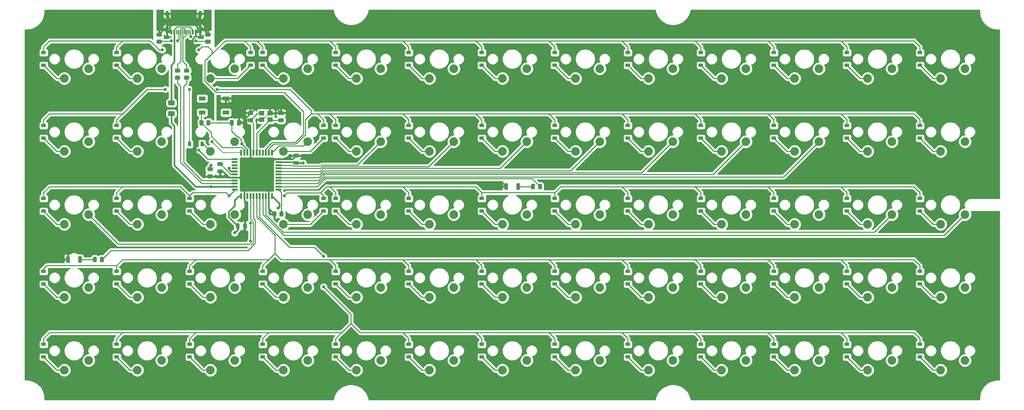
<source format=gbr>
%TF.GenerationSoftware,KiCad,Pcbnew,5.1.9+dfsg1-1*%
%TF.CreationDate,2021-12-19T00:26:22+01:00*%
%TF.ProjectId,okey65-pcb,6f6b6579-3635-42d7-9063-622e6b696361,rev?*%
%TF.SameCoordinates,Original*%
%TF.FileFunction,Copper,L2,Bot*%
%TF.FilePolarity,Positive*%
%FSLAX46Y46*%
G04 Gerber Fmt 4.6, Leading zero omitted, Abs format (unit mm)*
G04 Created by KiCad (PCBNEW 5.1.9+dfsg1-1) date 2021-12-19 00:26:22*
%MOMM*%
%LPD*%
G01*
G04 APERTURE LIST*
%TA.AperFunction,ComponentPad*%
%ADD10C,2.250000*%
%TD*%
%TA.AperFunction,SMDPad,CuDef*%
%ADD11R,1.400000X1.200000*%
%TD*%
%TA.AperFunction,SMDPad,CuDef*%
%ADD12R,0.550000X1.500000*%
%TD*%
%TA.AperFunction,SMDPad,CuDef*%
%ADD13R,1.500000X0.550000*%
%TD*%
%TA.AperFunction,SMDPad,CuDef*%
%ADD14R,1.800000X1.100000*%
%TD*%
%TA.AperFunction,SMDPad,CuDef*%
%ADD15R,0.600000X1.160000*%
%TD*%
%TA.AperFunction,SMDPad,CuDef*%
%ADD16R,0.300000X1.160000*%
%TD*%
%TA.AperFunction,ComponentPad*%
%ADD17O,0.900000X1.700000*%
%TD*%
%TA.AperFunction,ComponentPad*%
%ADD18O,0.900000X2.000000*%
%TD*%
%TA.AperFunction,SMDPad,CuDef*%
%ADD19R,1.200000X0.900000*%
%TD*%
%TA.AperFunction,SMDPad,CuDef*%
%ADD20R,0.900000X1.200000*%
%TD*%
%TA.AperFunction,ViaPad*%
%ADD21C,0.800000*%
%TD*%
%TA.AperFunction,Conductor*%
%ADD22C,0.381000*%
%TD*%
%TA.AperFunction,Conductor*%
%ADD23C,0.203200*%
%TD*%
%TA.AperFunction,Conductor*%
%ADD24C,0.254000*%
%TD*%
%TA.AperFunction,Conductor*%
%ADD25C,0.100000*%
%TD*%
G04 APERTURE END LIST*
D10*
%TO.P,MX3,2*%
%TO.N,Net-(D3-Pad2)*%
X68897500Y-46355000D03*
%TO.P,MX3,1*%
%TO.N,COL2*%
X75247500Y-43815000D03*
%TD*%
%TO.P,MX34,2*%
%TO.N,Net-(D34-Pad2)*%
X164147500Y-84455000D03*
%TO.P,MX34,1*%
%TO.N,COL7*%
X170497500Y-81915000D03*
%TD*%
%TO.P,MX30,2*%
%TO.N,Net-(D30-Pad2)*%
X87947500Y-84455000D03*
%TO.P,MX30,1*%
%TO.N,COL3*%
X94297500Y-81915000D03*
%TD*%
%TO.P,MX29,2*%
%TO.N,Net-(D29-Pad2)*%
X68897500Y-84455000D03*
%TO.P,MX29,1*%
%TO.N,COL2*%
X75247500Y-81915000D03*
%TD*%
%TO.P,MX16,2*%
%TO.N,Net-(D16-Pad2)*%
X68897500Y-65405000D03*
%TO.P,MX16,1*%
%TO.N,COL2*%
X75247500Y-62865000D03*
%TD*%
%TO.P,F1,2*%
%TO.N,VCC*%
%TA.AperFunction,SMDPad,CuDef*%
G36*
G01*
X59362500Y-53387500D02*
X58112500Y-53387500D01*
G75*
G02*
X57862500Y-53137500I0J250000D01*
G01*
X57862500Y-52387500D01*
G75*
G02*
X58112500Y-52137500I250000J0D01*
G01*
X59362500Y-52137500D01*
G75*
G02*
X59612500Y-52387500I0J-250000D01*
G01*
X59612500Y-53137500D01*
G75*
G02*
X59362500Y-53387500I-250000J0D01*
G01*
G37*
%TD.AperFunction*%
%TO.P,F1,1*%
%TO.N,+5V*%
%TA.AperFunction,SMDPad,CuDef*%
G36*
G01*
X59362500Y-56187500D02*
X58112500Y-56187500D01*
G75*
G02*
X57862500Y-55937500I0J250000D01*
G01*
X57862500Y-55187500D01*
G75*
G02*
X58112500Y-54937500I250000J0D01*
G01*
X59362500Y-54937500D01*
G75*
G02*
X59612500Y-55187500I0J-250000D01*
G01*
X59612500Y-55937500D01*
G75*
G02*
X59362500Y-56187500I-250000J0D01*
G01*
G37*
%TD.AperFunction*%
%TD*%
D11*
%TO.P,Y1,4*%
%TO.N,GND*%
X84443750Y-55450000D03*
%TO.P,Y1,3*%
%TO.N,Net-(C2-Pad1)*%
X82243750Y-55450000D03*
%TO.P,Y1,2*%
%TO.N,GND*%
X82243750Y-57150000D03*
%TO.P,Y1,1*%
%TO.N,Net-(C1-Pad1)*%
X84443750Y-57150000D03*
%TD*%
D12*
%TO.P,U1,44*%
%TO.N,+5V*%
X76962500Y-77137500D03*
%TO.P,U1,43*%
%TO.N,GND*%
X77762500Y-77137500D03*
%TO.P,U1,42*%
%TO.N,Net-(U1-Pad42)*%
X78562500Y-77137500D03*
%TO.P,U1,41*%
%TO.N,COL0*%
X79362500Y-77137500D03*
%TO.P,U1,40*%
%TO.N,LED0*%
X80162500Y-77137500D03*
%TO.P,U1,39*%
%TO.N,ROW3*%
X80962500Y-77137500D03*
%TO.P,U1,38*%
%TO.N,ROW4*%
X81762500Y-77137500D03*
%TO.P,U1,37*%
%TO.N,COL12*%
X82562500Y-77137500D03*
%TO.P,U1,36*%
%TO.N,COL11*%
X83362500Y-77137500D03*
%TO.P,U1,35*%
%TO.N,GND*%
X84162500Y-77137500D03*
%TO.P,U1,34*%
%TO.N,+5V*%
X84962500Y-77137500D03*
D13*
%TO.P,U1,33*%
%TO.N,Net-(R4-Pad2)*%
X86662500Y-75437500D03*
%TO.P,U1,32*%
%TO.N,LED1*%
X86662500Y-74637500D03*
%TO.P,U1,31*%
%TO.N,COL10*%
X86662500Y-73837500D03*
%TO.P,U1,30*%
%TO.N,COL9*%
X86662500Y-73037500D03*
%TO.P,U1,29*%
%TO.N,COL8*%
X86662500Y-72237500D03*
%TO.P,U1,28*%
%TO.N,COL7*%
X86662500Y-71437500D03*
%TO.P,U1,27*%
%TO.N,COL6*%
X86662500Y-70637500D03*
%TO.P,U1,26*%
%TO.N,COL5*%
X86662500Y-69837500D03*
%TO.P,U1,25*%
%TO.N,COL4*%
X86662500Y-69037500D03*
%TO.P,U1,24*%
%TO.N,+5V*%
X86662500Y-68237500D03*
%TO.P,U1,23*%
%TO.N,GND*%
X86662500Y-67437500D03*
D12*
%TO.P,U1,22*%
%TO.N,COL3*%
X84962500Y-65737500D03*
%TO.P,U1,21*%
%TO.N,ROW1*%
X84162500Y-65737500D03*
%TO.P,U1,20*%
%TO.N,ROW0*%
X83362500Y-65737500D03*
%TO.P,U1,19*%
%TO.N,Net-(U1-Pad19)*%
X82562500Y-65737500D03*
%TO.P,U1,18*%
%TO.N,Net-(U1-Pad18)*%
X81762500Y-65737500D03*
%TO.P,U1,17*%
%TO.N,Net-(C1-Pad1)*%
X80962500Y-65737500D03*
%TO.P,U1,16*%
%TO.N,Net-(C2-Pad1)*%
X80162500Y-65737500D03*
%TO.P,U1,15*%
%TO.N,GND*%
X79362500Y-65737500D03*
%TO.P,U1,14*%
%TO.N,+5V*%
X78562500Y-65737500D03*
%TO.P,U1,13*%
%TO.N,Net-(R1-Pad2)*%
X77762500Y-65737500D03*
%TO.P,U1,12*%
%TO.N,COL2*%
X76962500Y-65737500D03*
D13*
%TO.P,U1,11*%
%TO.N,COL1*%
X75262500Y-67437500D03*
%TO.P,U1,10*%
%TO.N,Net-(U1-Pad10)*%
X75262500Y-68237500D03*
%TO.P,U1,9*%
%TO.N,Net-(U1-Pad9)*%
X75262500Y-69037500D03*
%TO.P,U1,8*%
%TO.N,Net-(U1-Pad8)*%
X75262500Y-69837500D03*
%TO.P,U1,7*%
%TO.N,+5V*%
X75262500Y-70637500D03*
%TO.P,U1,6*%
%TO.N,Net-(C3-Pad1)*%
X75262500Y-71437500D03*
%TO.P,U1,5*%
%TO.N,GND*%
X75262500Y-72237500D03*
%TO.P,U1,4*%
%TO.N,Net-(R2-Pad1)*%
X75262500Y-73037500D03*
%TO.P,U1,3*%
%TO.N,Net-(R3-Pad1)*%
X75262500Y-73837500D03*
%TO.P,U1,2*%
%TO.N,+5V*%
X75262500Y-74637500D03*
%TO.P,U1,1*%
%TO.N,ROW2*%
X75262500Y-75437500D03*
%TD*%
D14*
%TO.P,SW1,1*%
%TO.N,GND*%
X72950000Y-51593750D03*
%TO.P,SW1,2*%
%TO.N,Net-(R1-Pad2)*%
X66750000Y-55293750D03*
%TO.P,SW1,3*%
%TO.N,N/C*%
X72950000Y-55293750D03*
%TO.P,SW1,4*%
X66750000Y-51593750D03*
%TD*%
%TO.P,R8,2*%
%TO.N,LED1*%
%TA.AperFunction,SMDPad,CuDef*%
G36*
G01*
X154387500Y-75062501D02*
X154387500Y-74162499D01*
G75*
G02*
X154637499Y-73912500I249999J0D01*
G01*
X155162501Y-73912500D01*
G75*
G02*
X155412500Y-74162499I0J-249999D01*
G01*
X155412500Y-75062501D01*
G75*
G02*
X155162501Y-75312500I-249999J0D01*
G01*
X154637499Y-75312500D01*
G75*
G02*
X154387500Y-75062501I0J249999D01*
G01*
G37*
%TD.AperFunction*%
%TO.P,R8,1*%
%TO.N,Net-(D67-Pad2)*%
%TA.AperFunction,SMDPad,CuDef*%
G36*
G01*
X152562500Y-75062501D02*
X152562500Y-74162499D01*
G75*
G02*
X152812499Y-73912500I249999J0D01*
G01*
X153337501Y-73912500D01*
G75*
G02*
X153587500Y-74162499I0J-249999D01*
G01*
X153587500Y-75062501D01*
G75*
G02*
X153337501Y-75312500I-249999J0D01*
G01*
X152812499Y-75312500D01*
G75*
G02*
X152562500Y-75062501I0J249999D01*
G01*
G37*
%TD.AperFunction*%
%TD*%
%TO.P,R7,2*%
%TO.N,Net-(J1-PadB5)*%
%TA.AperFunction,SMDPad,CuDef*%
G36*
G01*
X67812499Y-36237500D02*
X68712501Y-36237500D01*
G75*
G02*
X68962500Y-36487499I0J-249999D01*
G01*
X68962500Y-37012501D01*
G75*
G02*
X68712501Y-37262500I-249999J0D01*
G01*
X67812499Y-37262500D01*
G75*
G02*
X67562500Y-37012501I0J249999D01*
G01*
X67562500Y-36487499D01*
G75*
G02*
X67812499Y-36237500I249999J0D01*
G01*
G37*
%TD.AperFunction*%
%TO.P,R7,1*%
%TO.N,GND*%
%TA.AperFunction,SMDPad,CuDef*%
G36*
G01*
X67812499Y-34412500D02*
X68712501Y-34412500D01*
G75*
G02*
X68962500Y-34662499I0J-249999D01*
G01*
X68962500Y-35187501D01*
G75*
G02*
X68712501Y-35437500I-249999J0D01*
G01*
X67812499Y-35437500D01*
G75*
G02*
X67562500Y-35187501I0J249999D01*
G01*
X67562500Y-34662499D01*
G75*
G02*
X67812499Y-34412500I249999J0D01*
G01*
G37*
%TD.AperFunction*%
%TD*%
%TO.P,R6,2*%
%TO.N,Net-(J1-PadA5)*%
%TA.AperFunction,SMDPad,CuDef*%
G36*
G01*
X55112499Y-36237500D02*
X56012501Y-36237500D01*
G75*
G02*
X56262500Y-36487499I0J-249999D01*
G01*
X56262500Y-37012501D01*
G75*
G02*
X56012501Y-37262500I-249999J0D01*
G01*
X55112499Y-37262500D01*
G75*
G02*
X54862500Y-37012501I0J249999D01*
G01*
X54862500Y-36487499D01*
G75*
G02*
X55112499Y-36237500I249999J0D01*
G01*
G37*
%TD.AperFunction*%
%TO.P,R6,1*%
%TO.N,GND*%
%TA.AperFunction,SMDPad,CuDef*%
G36*
G01*
X55112499Y-34412500D02*
X56012501Y-34412500D01*
G75*
G02*
X56262500Y-34662499I0J-249999D01*
G01*
X56262500Y-35187501D01*
G75*
G02*
X56012501Y-35437500I-249999J0D01*
G01*
X55112499Y-35437500D01*
G75*
G02*
X54862500Y-35187501I0J249999D01*
G01*
X54862500Y-34662499D01*
G75*
G02*
X55112499Y-34412500I249999J0D01*
G01*
G37*
%TD.AperFunction*%
%TD*%
%TO.P,R5,2*%
%TO.N,LED0*%
%TA.AperFunction,SMDPad,CuDef*%
G36*
G01*
X40087500Y-94112501D02*
X40087500Y-93212499D01*
G75*
G02*
X40337499Y-92962500I249999J0D01*
G01*
X40862501Y-92962500D01*
G75*
G02*
X41112500Y-93212499I0J-249999D01*
G01*
X41112500Y-94112501D01*
G75*
G02*
X40862501Y-94362500I-249999J0D01*
G01*
X40337499Y-94362500D01*
G75*
G02*
X40087500Y-94112501I0J249999D01*
G01*
G37*
%TD.AperFunction*%
%TO.P,R5,1*%
%TO.N,Net-(D66-Pad2)*%
%TA.AperFunction,SMDPad,CuDef*%
G36*
G01*
X38262500Y-94112501D02*
X38262500Y-93212499D01*
G75*
G02*
X38512499Y-92962500I249999J0D01*
G01*
X39037501Y-92962500D01*
G75*
G02*
X39287500Y-93212499I0J-249999D01*
G01*
X39287500Y-94112501D01*
G75*
G02*
X39037501Y-94362500I-249999J0D01*
G01*
X38512499Y-94362500D01*
G75*
G02*
X38262500Y-94112501I0J249999D01*
G01*
G37*
%TD.AperFunction*%
%TD*%
%TO.P,R4,2*%
%TO.N,Net-(R4-Pad2)*%
%TA.AperFunction,SMDPad,CuDef*%
G36*
G01*
X86918750Y-82206251D02*
X86918750Y-81306249D01*
G75*
G02*
X87168749Y-81056250I249999J0D01*
G01*
X87693751Y-81056250D01*
G75*
G02*
X87943750Y-81306249I0J-249999D01*
G01*
X87943750Y-82206251D01*
G75*
G02*
X87693751Y-82456250I-249999J0D01*
G01*
X87168749Y-82456250D01*
G75*
G02*
X86918750Y-82206251I0J249999D01*
G01*
G37*
%TD.AperFunction*%
%TO.P,R4,1*%
%TO.N,GND*%
%TA.AperFunction,SMDPad,CuDef*%
G36*
G01*
X85093750Y-82206251D02*
X85093750Y-81306249D01*
G75*
G02*
X85343749Y-81056250I249999J0D01*
G01*
X85868751Y-81056250D01*
G75*
G02*
X86118750Y-81306249I0J-249999D01*
G01*
X86118750Y-82206251D01*
G75*
G02*
X85868751Y-82456250I-249999J0D01*
G01*
X85343749Y-82456250D01*
G75*
G02*
X85093750Y-82206251I0J249999D01*
G01*
G37*
%TD.AperFunction*%
%TD*%
%TO.P,R3,2*%
%TO.N,D-*%
%TA.AperFunction,SMDPad,CuDef*%
G36*
G01*
X60775001Y-44843750D02*
X59874999Y-44843750D01*
G75*
G02*
X59625000Y-44593751I0J249999D01*
G01*
X59625000Y-44068749D01*
G75*
G02*
X59874999Y-43818750I249999J0D01*
G01*
X60775001Y-43818750D01*
G75*
G02*
X61025000Y-44068749I0J-249999D01*
G01*
X61025000Y-44593751D01*
G75*
G02*
X60775001Y-44843750I-249999J0D01*
G01*
G37*
%TD.AperFunction*%
%TO.P,R3,1*%
%TO.N,Net-(R3-Pad1)*%
%TA.AperFunction,SMDPad,CuDef*%
G36*
G01*
X60775001Y-46668750D02*
X59874999Y-46668750D01*
G75*
G02*
X59625000Y-46418751I0J249999D01*
G01*
X59625000Y-45893749D01*
G75*
G02*
X59874999Y-45643750I249999J0D01*
G01*
X60775001Y-45643750D01*
G75*
G02*
X61025000Y-45893749I0J-249999D01*
G01*
X61025000Y-46418751D01*
G75*
G02*
X60775001Y-46668750I-249999J0D01*
G01*
G37*
%TD.AperFunction*%
%TD*%
%TO.P,R2,2*%
%TO.N,D+*%
%TA.AperFunction,SMDPad,CuDef*%
G36*
G01*
X63156251Y-44843750D02*
X62256249Y-44843750D01*
G75*
G02*
X62006250Y-44593751I0J249999D01*
G01*
X62006250Y-44068749D01*
G75*
G02*
X62256249Y-43818750I249999J0D01*
G01*
X63156251Y-43818750D01*
G75*
G02*
X63406250Y-44068749I0J-249999D01*
G01*
X63406250Y-44593751D01*
G75*
G02*
X63156251Y-44843750I-249999J0D01*
G01*
G37*
%TD.AperFunction*%
%TO.P,R2,1*%
%TO.N,Net-(R2-Pad1)*%
%TA.AperFunction,SMDPad,CuDef*%
G36*
G01*
X63156251Y-46668750D02*
X62256249Y-46668750D01*
G75*
G02*
X62006250Y-46418751I0J249999D01*
G01*
X62006250Y-45893749D01*
G75*
G02*
X62256249Y-45643750I249999J0D01*
G01*
X63156251Y-45643750D01*
G75*
G02*
X63406250Y-45893749I0J-249999D01*
G01*
X63406250Y-46418751D01*
G75*
G02*
X63156251Y-46668750I-249999J0D01*
G01*
G37*
%TD.AperFunction*%
%TD*%
%TO.P,R1,2*%
%TO.N,Net-(R1-Pad2)*%
%TA.AperFunction,SMDPad,CuDef*%
G36*
G01*
X67068750Y-57493749D02*
X67068750Y-58393751D01*
G75*
G02*
X66818751Y-58643750I-249999J0D01*
G01*
X66293749Y-58643750D01*
G75*
G02*
X66043750Y-58393751I0J249999D01*
G01*
X66043750Y-57493749D01*
G75*
G02*
X66293749Y-57243750I249999J0D01*
G01*
X66818751Y-57243750D01*
G75*
G02*
X67068750Y-57493749I0J-249999D01*
G01*
G37*
%TD.AperFunction*%
%TO.P,R1,1*%
%TO.N,+5V*%
%TA.AperFunction,SMDPad,CuDef*%
G36*
G01*
X68893750Y-57493749D02*
X68893750Y-58393751D01*
G75*
G02*
X68643751Y-58643750I-249999J0D01*
G01*
X68118749Y-58643750D01*
G75*
G02*
X67868750Y-58393751I0J249999D01*
G01*
X67868750Y-57493749D01*
G75*
G02*
X68118749Y-57243750I249999J0D01*
G01*
X68643751Y-57243750D01*
G75*
G02*
X68893750Y-57493749I0J-249999D01*
G01*
G37*
%TD.AperFunction*%
%TD*%
D10*
%TO.P,MX65,2*%
%TO.N,Net-(D65-Pad2)*%
X259397500Y-122555000D03*
%TO.P,MX65,1*%
%TO.N,COL12*%
X265747500Y-120015000D03*
%TD*%
%TO.P,MX64,2*%
%TO.N,Net-(D64-Pad2)*%
X240347500Y-122555000D03*
%TO.P,MX64,1*%
%TO.N,COL11*%
X246697500Y-120015000D03*
%TD*%
%TO.P,MX63,2*%
%TO.N,Net-(D63-Pad2)*%
X221297500Y-122555000D03*
%TO.P,MX63,1*%
%TO.N,COL10*%
X227647500Y-120015000D03*
%TD*%
%TO.P,MX62,2*%
%TO.N,Net-(D62-Pad2)*%
X202247500Y-122555000D03*
%TO.P,MX62,1*%
%TO.N,COL9*%
X208597500Y-120015000D03*
%TD*%
%TO.P,MX61,2*%
%TO.N,Net-(D61-Pad2)*%
X183197500Y-122555000D03*
%TO.P,MX61,1*%
%TO.N,COL8*%
X189547500Y-120015000D03*
%TD*%
%TO.P,MX60,2*%
%TO.N,Net-(D60-Pad2)*%
X164147500Y-122555000D03*
%TO.P,MX60,1*%
%TO.N,COL7*%
X170497500Y-120015000D03*
%TD*%
%TO.P,MX59,2*%
%TO.N,Net-(D59-Pad2)*%
X145097500Y-122555000D03*
%TO.P,MX59,1*%
%TO.N,COL6*%
X151447500Y-120015000D03*
%TD*%
%TO.P,MX58,2*%
%TO.N,Net-(D58-Pad2)*%
X126047500Y-122555000D03*
%TO.P,MX58,1*%
%TO.N,COL5*%
X132397500Y-120015000D03*
%TD*%
%TO.P,MX57,2*%
%TO.N,Net-(D57-Pad2)*%
X106997500Y-122555000D03*
%TO.P,MX57,1*%
%TO.N,COL4*%
X113347500Y-120015000D03*
%TD*%
%TO.P,MX56,2*%
%TO.N,Net-(D56-Pad2)*%
X87947500Y-122555000D03*
%TO.P,MX56,1*%
%TO.N,COL3*%
X94297500Y-120015000D03*
%TD*%
%TO.P,MX55,2*%
%TO.N,Net-(D55-Pad2)*%
X68897500Y-122555000D03*
%TO.P,MX55,1*%
%TO.N,COL2*%
X75247500Y-120015000D03*
%TD*%
%TO.P,MX54,2*%
%TO.N,Net-(D54-Pad2)*%
X49847500Y-122555000D03*
%TO.P,MX54,1*%
%TO.N,COL1*%
X56197500Y-120015000D03*
%TD*%
%TO.P,MX53,2*%
%TO.N,Net-(D53-Pad2)*%
X30797500Y-122555000D03*
%TO.P,MX53,1*%
%TO.N,COL0*%
X37147500Y-120015000D03*
%TD*%
%TO.P,MX52,2*%
%TO.N,Net-(D52-Pad2)*%
X259397500Y-103505000D03*
%TO.P,MX52,1*%
%TO.N,COL12*%
X265747500Y-100965000D03*
%TD*%
%TO.P,MX51,2*%
%TO.N,Net-(D51-Pad2)*%
X240347500Y-103505000D03*
%TO.P,MX51,1*%
%TO.N,COL11*%
X246697500Y-100965000D03*
%TD*%
%TO.P,MX50,2*%
%TO.N,Net-(D50-Pad2)*%
X221297500Y-103505000D03*
%TO.P,MX50,1*%
%TO.N,COL10*%
X227647500Y-100965000D03*
%TD*%
%TO.P,MX49,2*%
%TO.N,Net-(D49-Pad2)*%
X202247500Y-103505000D03*
%TO.P,MX49,1*%
%TO.N,COL9*%
X208597500Y-100965000D03*
%TD*%
%TO.P,MX48,2*%
%TO.N,Net-(D48-Pad2)*%
X183197500Y-103505000D03*
%TO.P,MX48,1*%
%TO.N,COL8*%
X189547500Y-100965000D03*
%TD*%
%TO.P,MX47,2*%
%TO.N,Net-(D47-Pad2)*%
X164147500Y-103505000D03*
%TO.P,MX47,1*%
%TO.N,COL7*%
X170497500Y-100965000D03*
%TD*%
%TO.P,MX46,2*%
%TO.N,Net-(D46-Pad2)*%
X145097500Y-103505000D03*
%TO.P,MX46,1*%
%TO.N,COL6*%
X151447500Y-100965000D03*
%TD*%
%TO.P,MX45,2*%
%TO.N,Net-(D45-Pad2)*%
X126047500Y-103505000D03*
%TO.P,MX45,1*%
%TO.N,COL5*%
X132397500Y-100965000D03*
%TD*%
%TO.P,MX44,2*%
%TO.N,Net-(D44-Pad2)*%
X106997500Y-103505000D03*
%TO.P,MX44,1*%
%TO.N,COL4*%
X113347500Y-100965000D03*
%TD*%
%TO.P,MX43,2*%
%TO.N,Net-(D43-Pad2)*%
X87947500Y-103505000D03*
%TO.P,MX43,1*%
%TO.N,COL3*%
X94297500Y-100965000D03*
%TD*%
%TO.P,MX42,2*%
%TO.N,Net-(D42-Pad2)*%
X68897500Y-103505000D03*
%TO.P,MX42,1*%
%TO.N,COL2*%
X75247500Y-100965000D03*
%TD*%
%TO.P,MX41,2*%
%TO.N,Net-(D41-Pad2)*%
X49847500Y-103505000D03*
%TO.P,MX41,1*%
%TO.N,COL1*%
X56197500Y-100965000D03*
%TD*%
%TO.P,MX40,2*%
%TO.N,Net-(D40-Pad2)*%
X30797500Y-103505000D03*
%TO.P,MX40,1*%
%TO.N,COL0*%
X37147500Y-100965000D03*
%TD*%
%TO.P,MX39,2*%
%TO.N,Net-(D39-Pad2)*%
X259397500Y-84455000D03*
%TO.P,MX39,1*%
%TO.N,COL12*%
X265747500Y-81915000D03*
%TD*%
%TO.P,MX38,2*%
%TO.N,Net-(D38-Pad2)*%
X240347500Y-84455000D03*
%TO.P,MX38,1*%
%TO.N,COL11*%
X246697500Y-81915000D03*
%TD*%
%TO.P,MX37,2*%
%TO.N,Net-(D37-Pad2)*%
X221297500Y-84455000D03*
%TO.P,MX37,1*%
%TO.N,COL10*%
X227647500Y-81915000D03*
%TD*%
%TO.P,MX36,2*%
%TO.N,Net-(D36-Pad2)*%
X202247500Y-84455000D03*
%TO.P,MX36,1*%
%TO.N,COL9*%
X208597500Y-81915000D03*
%TD*%
%TO.P,MX35,2*%
%TO.N,Net-(D35-Pad2)*%
X183197500Y-84455000D03*
%TO.P,MX35,1*%
%TO.N,COL8*%
X189547500Y-81915000D03*
%TD*%
%TO.P,MX33,2*%
%TO.N,Net-(D33-Pad2)*%
X145097500Y-84455000D03*
%TO.P,MX33,1*%
%TO.N,COL6*%
X151447500Y-81915000D03*
%TD*%
%TO.P,MX32,2*%
%TO.N,Net-(D32-Pad2)*%
X126047500Y-84455000D03*
%TO.P,MX32,1*%
%TO.N,COL5*%
X132397500Y-81915000D03*
%TD*%
%TO.P,MX31,2*%
%TO.N,Net-(D31-Pad2)*%
X106997500Y-84455000D03*
%TO.P,MX31,1*%
%TO.N,COL4*%
X113347500Y-81915000D03*
%TD*%
%TO.P,MX28,2*%
%TO.N,Net-(D28-Pad2)*%
X49847500Y-84455000D03*
%TO.P,MX28,1*%
%TO.N,COL1*%
X56197500Y-81915000D03*
%TD*%
%TO.P,MX27,2*%
%TO.N,Net-(D27-Pad2)*%
X30797500Y-84455000D03*
%TO.P,MX27,1*%
%TO.N,COL0*%
X37147500Y-81915000D03*
%TD*%
%TO.P,MX26,2*%
%TO.N,Net-(D26-Pad2)*%
X259397500Y-65405000D03*
%TO.P,MX26,1*%
%TO.N,COL12*%
X265747500Y-62865000D03*
%TD*%
%TO.P,MX25,2*%
%TO.N,Net-(D25-Pad2)*%
X240347500Y-65405000D03*
%TO.P,MX25,1*%
%TO.N,COL11*%
X246697500Y-62865000D03*
%TD*%
%TO.P,MX24,2*%
%TO.N,Net-(D24-Pad2)*%
X221297500Y-65405000D03*
%TO.P,MX24,1*%
%TO.N,COL10*%
X227647500Y-62865000D03*
%TD*%
%TO.P,MX23,2*%
%TO.N,Net-(D23-Pad2)*%
X202247500Y-65405000D03*
%TO.P,MX23,1*%
%TO.N,COL9*%
X208597500Y-62865000D03*
%TD*%
%TO.P,MX22,2*%
%TO.N,Net-(D22-Pad2)*%
X183197500Y-65405000D03*
%TO.P,MX22,1*%
%TO.N,COL8*%
X189547500Y-62865000D03*
%TD*%
%TO.P,MX21,2*%
%TO.N,Net-(D21-Pad2)*%
X164147500Y-65405000D03*
%TO.P,MX21,1*%
%TO.N,COL7*%
X170497500Y-62865000D03*
%TD*%
%TO.P,MX20,2*%
%TO.N,Net-(D20-Pad2)*%
X145097500Y-65405000D03*
%TO.P,MX20,1*%
%TO.N,COL6*%
X151447500Y-62865000D03*
%TD*%
%TO.P,MX19,2*%
%TO.N,Net-(D19-Pad2)*%
X126047500Y-65405000D03*
%TO.P,MX19,1*%
%TO.N,COL5*%
X132397500Y-62865000D03*
%TD*%
%TO.P,MX18,2*%
%TO.N,Net-(D18-Pad2)*%
X106997500Y-65405000D03*
%TO.P,MX18,1*%
%TO.N,COL4*%
X113347500Y-62865000D03*
%TD*%
%TO.P,MX17,2*%
%TO.N,Net-(D17-Pad2)*%
X87947500Y-65405000D03*
%TO.P,MX17,1*%
%TO.N,COL3*%
X94297500Y-62865000D03*
%TD*%
%TO.P,MX15,2*%
%TO.N,Net-(D15-Pad2)*%
X49847500Y-65405000D03*
%TO.P,MX15,1*%
%TO.N,COL1*%
X56197500Y-62865000D03*
%TD*%
%TO.P,MX14,2*%
%TO.N,Net-(D14-Pad2)*%
X30797500Y-65405000D03*
%TO.P,MX14,1*%
%TO.N,COL0*%
X37147500Y-62865000D03*
%TD*%
%TO.P,MX13,2*%
%TO.N,Net-(D13-Pad2)*%
X259397500Y-46355000D03*
%TO.P,MX13,1*%
%TO.N,COL12*%
X265747500Y-43815000D03*
%TD*%
%TO.P,MX12,2*%
%TO.N,Net-(D12-Pad2)*%
X240347500Y-46355000D03*
%TO.P,MX12,1*%
%TO.N,COL11*%
X246697500Y-43815000D03*
%TD*%
%TO.P,MX11,2*%
%TO.N,Net-(D11-Pad2)*%
X221297500Y-46355000D03*
%TO.P,MX11,1*%
%TO.N,COL10*%
X227647500Y-43815000D03*
%TD*%
%TO.P,MX10,2*%
%TO.N,Net-(D10-Pad2)*%
X202247500Y-46355000D03*
%TO.P,MX10,1*%
%TO.N,COL9*%
X208597500Y-43815000D03*
%TD*%
%TO.P,MX9,2*%
%TO.N,Net-(D9-Pad2)*%
X183197500Y-46355000D03*
%TO.P,MX9,1*%
%TO.N,COL8*%
X189547500Y-43815000D03*
%TD*%
%TO.P,MX8,2*%
%TO.N,Net-(D8-Pad2)*%
X164147500Y-46355000D03*
%TO.P,MX8,1*%
%TO.N,COL7*%
X170497500Y-43815000D03*
%TD*%
%TO.P,MX7,2*%
%TO.N,Net-(D7-Pad2)*%
X145097500Y-46355000D03*
%TO.P,MX7,1*%
%TO.N,COL6*%
X151447500Y-43815000D03*
%TD*%
%TO.P,MX6,2*%
%TO.N,Net-(D6-Pad2)*%
X126047500Y-46355000D03*
%TO.P,MX6,1*%
%TO.N,COL5*%
X132397500Y-43815000D03*
%TD*%
%TO.P,MX5,2*%
%TO.N,Net-(D5-Pad2)*%
X106997500Y-46355000D03*
%TO.P,MX5,1*%
%TO.N,COL4*%
X113347500Y-43815000D03*
%TD*%
%TO.P,MX4,2*%
%TO.N,Net-(D4-Pad2)*%
X87947500Y-46355000D03*
%TO.P,MX4,1*%
%TO.N,COL3*%
X94297500Y-43815000D03*
%TD*%
%TO.P,MX2,2*%
%TO.N,Net-(D2-Pad2)*%
X49847500Y-46355000D03*
%TO.P,MX2,1*%
%TO.N,COL1*%
X56197500Y-43815000D03*
%TD*%
%TO.P,MX1,2*%
%TO.N,Net-(D1-Pad2)*%
X30797500Y-46355000D03*
%TO.P,MX1,1*%
%TO.N,COL0*%
X37147500Y-43815000D03*
%TD*%
D15*
%TO.P,J1,A12*%
%TO.N,GND*%
X65112500Y-34260000D03*
%TO.P,J1,A9*%
%TO.N,VCC*%
X64312500Y-34260000D03*
%TO.P,J1,B1*%
%TO.N,GND*%
X65112500Y-34260000D03*
%TO.P,J1,B4*%
%TO.N,VCC*%
X64312500Y-34260000D03*
%TO.P,J1,B12*%
%TO.N,GND*%
X58712500Y-34260000D03*
%TO.P,J1,A1*%
X58712500Y-34260000D03*
%TO.P,J1,B9*%
%TO.N,VCC*%
X59512500Y-34260000D03*
%TO.P,J1,A4*%
X59512500Y-34260000D03*
D16*
%TO.P,J1,B5*%
%TO.N,Net-(J1-PadB5)*%
X63662500Y-34260000D03*
%TO.P,J1,B6*%
%TO.N,D+*%
X62662500Y-34260000D03*
%TO.P,J1,A8*%
%TO.N,Net-(J1-PadA8)*%
X63162500Y-34260000D03*
%TO.P,J1,A5*%
%TO.N,Net-(J1-PadA5)*%
X60662500Y-34260000D03*
%TO.P,J1,B8*%
%TO.N,Net-(J1-PadB8)*%
X60162500Y-34260000D03*
%TO.P,J1,A7*%
%TO.N,D-*%
X62162500Y-34260000D03*
%TO.P,J1,A6*%
%TO.N,D+*%
X61662500Y-34260000D03*
%TO.P,J1,B7*%
%TO.N,D-*%
X61162500Y-34260000D03*
D17*
%TO.P,J1,S1*%
%TO.N,GND*%
X66232500Y-29510000D03*
X57592500Y-29510000D03*
D18*
X66232500Y-33680000D03*
X57592500Y-33680000D03*
%TD*%
%TO.P,D67,2*%
%TO.N,Net-(D67-Pad2)*%
%TA.AperFunction,SMDPad,CuDef*%
G36*
G01*
X148712500Y-75297500D02*
X148712500Y-73927500D01*
G75*
G02*
X148902500Y-73737500I190000J0D01*
G01*
X149472500Y-73737500D01*
G75*
G02*
X149662500Y-73927500I0J-190000D01*
G01*
X149662500Y-75297500D01*
G75*
G02*
X149472500Y-75487500I-190000J0D01*
G01*
X148902500Y-75487500D01*
G75*
G02*
X148712500Y-75297500I0J190000D01*
G01*
G37*
%TD.AperFunction*%
%TO.P,D67,1*%
%TO.N,GND*%
%TA.AperFunction,SMDPad,CuDef*%
G36*
G01*
X145612500Y-75297500D02*
X145612500Y-73927500D01*
G75*
G02*
X145802500Y-73737500I190000J0D01*
G01*
X146372500Y-73737500D01*
G75*
G02*
X146562500Y-73927500I0J-190000D01*
G01*
X146562500Y-75297500D01*
G75*
G02*
X146372500Y-75487500I-190000J0D01*
G01*
X145802500Y-75487500D01*
G75*
G02*
X145612500Y-75297500I0J190000D01*
G01*
G37*
%TD.AperFunction*%
%TD*%
%TO.P,D66,2*%
%TO.N,Net-(D66-Pad2)*%
%TA.AperFunction,SMDPad,CuDef*%
G36*
G01*
X34412500Y-94347500D02*
X34412500Y-92977500D01*
G75*
G02*
X34602500Y-92787500I190000J0D01*
G01*
X35172500Y-92787500D01*
G75*
G02*
X35362500Y-92977500I0J-190000D01*
G01*
X35362500Y-94347500D01*
G75*
G02*
X35172500Y-94537500I-190000J0D01*
G01*
X34602500Y-94537500D01*
G75*
G02*
X34412500Y-94347500I0J190000D01*
G01*
G37*
%TD.AperFunction*%
%TO.P,D66,1*%
%TO.N,GND*%
%TA.AperFunction,SMDPad,CuDef*%
G36*
G01*
X31312500Y-94347500D02*
X31312500Y-92977500D01*
G75*
G02*
X31502500Y-92787500I190000J0D01*
G01*
X32072500Y-92787500D01*
G75*
G02*
X32262500Y-92977500I0J-190000D01*
G01*
X32262500Y-94347500D01*
G75*
G02*
X32072500Y-94537500I-190000J0D01*
G01*
X31502500Y-94537500D01*
G75*
G02*
X31312500Y-94347500I0J190000D01*
G01*
G37*
%TD.AperFunction*%
%TD*%
D19*
%TO.P,D65,2*%
%TO.N,Net-(D65-Pad2)*%
X254000000Y-119125000D03*
%TO.P,D65,1*%
%TO.N,ROW4*%
X254000000Y-115825000D03*
%TD*%
%TO.P,D64,2*%
%TO.N,Net-(D64-Pad2)*%
X234950000Y-119125000D03*
%TO.P,D64,1*%
%TO.N,ROW4*%
X234950000Y-115825000D03*
%TD*%
%TO.P,D63,2*%
%TO.N,Net-(D63-Pad2)*%
X215900000Y-119125000D03*
%TO.P,D63,1*%
%TO.N,ROW4*%
X215900000Y-115825000D03*
%TD*%
%TO.P,D62,2*%
%TO.N,Net-(D62-Pad2)*%
X196850000Y-119125000D03*
%TO.P,D62,1*%
%TO.N,ROW4*%
X196850000Y-115825000D03*
%TD*%
%TO.P,D61,2*%
%TO.N,Net-(D61-Pad2)*%
X177800000Y-119125000D03*
%TO.P,D61,1*%
%TO.N,ROW4*%
X177800000Y-115825000D03*
%TD*%
%TO.P,D60,2*%
%TO.N,Net-(D60-Pad2)*%
X158750000Y-119125000D03*
%TO.P,D60,1*%
%TO.N,ROW4*%
X158750000Y-115825000D03*
%TD*%
%TO.P,D59,2*%
%TO.N,Net-(D59-Pad2)*%
X139700000Y-119125000D03*
%TO.P,D59,1*%
%TO.N,ROW4*%
X139700000Y-115825000D03*
%TD*%
%TO.P,D58,2*%
%TO.N,Net-(D58-Pad2)*%
X120650000Y-119125000D03*
%TO.P,D58,1*%
%TO.N,ROW4*%
X120650000Y-115825000D03*
%TD*%
%TO.P,D57,2*%
%TO.N,Net-(D57-Pad2)*%
X101600000Y-119125000D03*
%TO.P,D57,1*%
%TO.N,ROW4*%
X101600000Y-115825000D03*
%TD*%
%TO.P,D56,2*%
%TO.N,Net-(D56-Pad2)*%
X82550000Y-119125000D03*
%TO.P,D56,1*%
%TO.N,ROW4*%
X82550000Y-115825000D03*
%TD*%
%TO.P,D55,2*%
%TO.N,Net-(D55-Pad2)*%
X63500000Y-119125000D03*
%TO.P,D55,1*%
%TO.N,ROW4*%
X63500000Y-115825000D03*
%TD*%
%TO.P,D54,2*%
%TO.N,Net-(D54-Pad2)*%
X44450000Y-119125000D03*
%TO.P,D54,1*%
%TO.N,ROW4*%
X44450000Y-115825000D03*
%TD*%
%TO.P,D53,2*%
%TO.N,Net-(D53-Pad2)*%
X25400000Y-119125000D03*
%TO.P,D53,1*%
%TO.N,ROW4*%
X25400000Y-115825000D03*
%TD*%
%TO.P,D52,2*%
%TO.N,Net-(D52-Pad2)*%
X254000000Y-100075000D03*
%TO.P,D52,1*%
%TO.N,ROW3*%
X254000000Y-96775000D03*
%TD*%
%TO.P,D51,2*%
%TO.N,Net-(D51-Pad2)*%
X234950000Y-100075000D03*
%TO.P,D51,1*%
%TO.N,ROW3*%
X234950000Y-96775000D03*
%TD*%
%TO.P,D50,2*%
%TO.N,Net-(D50-Pad2)*%
X215900000Y-100075000D03*
%TO.P,D50,1*%
%TO.N,ROW3*%
X215900000Y-96775000D03*
%TD*%
%TO.P,D49,2*%
%TO.N,Net-(D49-Pad2)*%
X196850000Y-100075000D03*
%TO.P,D49,1*%
%TO.N,ROW3*%
X196850000Y-96775000D03*
%TD*%
%TO.P,D48,2*%
%TO.N,Net-(D48-Pad2)*%
X177800000Y-100075000D03*
%TO.P,D48,1*%
%TO.N,ROW3*%
X177800000Y-96775000D03*
%TD*%
%TO.P,D47,2*%
%TO.N,Net-(D47-Pad2)*%
X158750000Y-100075000D03*
%TO.P,D47,1*%
%TO.N,ROW3*%
X158750000Y-96775000D03*
%TD*%
%TO.P,D46,2*%
%TO.N,Net-(D46-Pad2)*%
X139700000Y-100075000D03*
%TO.P,D46,1*%
%TO.N,ROW3*%
X139700000Y-96775000D03*
%TD*%
%TO.P,D45,2*%
%TO.N,Net-(D45-Pad2)*%
X120650000Y-100075000D03*
%TO.P,D45,1*%
%TO.N,ROW3*%
X120650000Y-96775000D03*
%TD*%
%TO.P,D44,2*%
%TO.N,Net-(D44-Pad2)*%
X101600000Y-100075000D03*
%TO.P,D44,1*%
%TO.N,ROW3*%
X101600000Y-96775000D03*
%TD*%
%TO.P,D43,2*%
%TO.N,Net-(D43-Pad2)*%
X82550000Y-100075000D03*
%TO.P,D43,1*%
%TO.N,ROW3*%
X82550000Y-96775000D03*
%TD*%
%TO.P,D42,2*%
%TO.N,Net-(D42-Pad2)*%
X63500000Y-100075000D03*
%TO.P,D42,1*%
%TO.N,ROW3*%
X63500000Y-96775000D03*
%TD*%
%TO.P,D41,2*%
%TO.N,Net-(D41-Pad2)*%
X44450000Y-100075000D03*
%TO.P,D41,1*%
%TO.N,ROW3*%
X44450000Y-96775000D03*
%TD*%
%TO.P,D40,2*%
%TO.N,Net-(D40-Pad2)*%
X25400000Y-100075000D03*
%TO.P,D40,1*%
%TO.N,ROW3*%
X25400000Y-96775000D03*
%TD*%
%TO.P,D39,2*%
%TO.N,Net-(D39-Pad2)*%
X254000000Y-81025000D03*
%TO.P,D39,1*%
%TO.N,ROW2*%
X254000000Y-77725000D03*
%TD*%
%TO.P,D38,2*%
%TO.N,Net-(D38-Pad2)*%
X234950000Y-81025000D03*
%TO.P,D38,1*%
%TO.N,ROW2*%
X234950000Y-77725000D03*
%TD*%
%TO.P,D37,2*%
%TO.N,Net-(D37-Pad2)*%
X215900000Y-81025000D03*
%TO.P,D37,1*%
%TO.N,ROW2*%
X215900000Y-77725000D03*
%TD*%
%TO.P,D36,2*%
%TO.N,Net-(D36-Pad2)*%
X196850000Y-81025000D03*
%TO.P,D36,1*%
%TO.N,ROW2*%
X196850000Y-77725000D03*
%TD*%
%TO.P,D35,2*%
%TO.N,Net-(D35-Pad2)*%
X177800000Y-81025000D03*
%TO.P,D35,1*%
%TO.N,ROW2*%
X177800000Y-77725000D03*
%TD*%
%TO.P,D34,2*%
%TO.N,Net-(D34-Pad2)*%
X158750000Y-81025000D03*
%TO.P,D34,1*%
%TO.N,ROW2*%
X158750000Y-77725000D03*
%TD*%
%TO.P,D33,2*%
%TO.N,Net-(D33-Pad2)*%
X139700000Y-81025000D03*
%TO.P,D33,1*%
%TO.N,ROW2*%
X139700000Y-77725000D03*
%TD*%
%TO.P,D32,2*%
%TO.N,Net-(D32-Pad2)*%
X120650000Y-81025000D03*
%TO.P,D32,1*%
%TO.N,ROW2*%
X120650000Y-77725000D03*
%TD*%
%TO.P,D31,2*%
%TO.N,Net-(D31-Pad2)*%
X101600000Y-81025000D03*
%TO.P,D31,1*%
%TO.N,ROW2*%
X101600000Y-77725000D03*
%TD*%
%TO.P,D30,2*%
%TO.N,Net-(D30-Pad2)*%
X98425000Y-81025000D03*
%TO.P,D30,1*%
%TO.N,ROW2*%
X98425000Y-77725000D03*
%TD*%
%TO.P,D29,2*%
%TO.N,Net-(D29-Pad2)*%
X63500000Y-81025000D03*
%TO.P,D29,1*%
%TO.N,ROW2*%
X63500000Y-77725000D03*
%TD*%
%TO.P,D28,2*%
%TO.N,Net-(D28-Pad2)*%
X44450000Y-81025000D03*
%TO.P,D28,1*%
%TO.N,ROW2*%
X44450000Y-77725000D03*
%TD*%
%TO.P,D27,2*%
%TO.N,Net-(D27-Pad2)*%
X25400000Y-81025000D03*
%TO.P,D27,1*%
%TO.N,ROW2*%
X25400000Y-77725000D03*
%TD*%
%TO.P,D26,2*%
%TO.N,Net-(D26-Pad2)*%
X254000000Y-61975000D03*
%TO.P,D26,1*%
%TO.N,ROW1*%
X254000000Y-58675000D03*
%TD*%
%TO.P,D25,2*%
%TO.N,Net-(D25-Pad2)*%
X234950000Y-61975000D03*
%TO.P,D25,1*%
%TO.N,ROW1*%
X234950000Y-58675000D03*
%TD*%
%TO.P,D24,2*%
%TO.N,Net-(D24-Pad2)*%
X215900000Y-61975000D03*
%TO.P,D24,1*%
%TO.N,ROW1*%
X215900000Y-58675000D03*
%TD*%
%TO.P,D23,2*%
%TO.N,Net-(D23-Pad2)*%
X196850000Y-61975000D03*
%TO.P,D23,1*%
%TO.N,ROW1*%
X196850000Y-58675000D03*
%TD*%
%TO.P,D22,2*%
%TO.N,Net-(D22-Pad2)*%
X177800000Y-61975000D03*
%TO.P,D22,1*%
%TO.N,ROW1*%
X177800000Y-58675000D03*
%TD*%
%TO.P,D21,2*%
%TO.N,Net-(D21-Pad2)*%
X158750000Y-61975000D03*
%TO.P,D21,1*%
%TO.N,ROW1*%
X158750000Y-58675000D03*
%TD*%
%TO.P,D20,2*%
%TO.N,Net-(D20-Pad2)*%
X139700000Y-61975000D03*
%TO.P,D20,1*%
%TO.N,ROW1*%
X139700000Y-58675000D03*
%TD*%
%TO.P,D19,2*%
%TO.N,Net-(D19-Pad2)*%
X120650000Y-61975000D03*
%TO.P,D19,1*%
%TO.N,ROW1*%
X120650000Y-58675000D03*
%TD*%
%TO.P,D18,2*%
%TO.N,Net-(D18-Pad2)*%
X101600000Y-61975000D03*
%TO.P,D18,1*%
%TO.N,ROW1*%
X101600000Y-58675000D03*
%TD*%
%TO.P,D17,2*%
%TO.N,Net-(D17-Pad2)*%
X98425000Y-61975000D03*
%TO.P,D17,1*%
%TO.N,ROW1*%
X98425000Y-58675000D03*
%TD*%
D20*
%TO.P,D16,2*%
%TO.N,Net-(D16-Pad2)*%
X66737500Y-63500000D03*
%TO.P,D16,1*%
%TO.N,ROW1*%
X63437500Y-63500000D03*
%TD*%
D19*
%TO.P,D15,2*%
%TO.N,Net-(D15-Pad2)*%
X44450000Y-61975000D03*
%TO.P,D15,1*%
%TO.N,ROW1*%
X44450000Y-58675000D03*
%TD*%
%TO.P,D14,2*%
%TO.N,Net-(D14-Pad2)*%
X25400000Y-61975000D03*
%TO.P,D14,1*%
%TO.N,ROW1*%
X25400000Y-58675000D03*
%TD*%
%TO.P,D13,2*%
%TO.N,Net-(D13-Pad2)*%
X254000000Y-42925000D03*
%TO.P,D13,1*%
%TO.N,ROW0*%
X254000000Y-39625000D03*
%TD*%
%TO.P,D12,2*%
%TO.N,Net-(D12-Pad2)*%
X234950000Y-42925000D03*
%TO.P,D12,1*%
%TO.N,ROW0*%
X234950000Y-39625000D03*
%TD*%
%TO.P,D11,2*%
%TO.N,Net-(D11-Pad2)*%
X215900000Y-42925000D03*
%TO.P,D11,1*%
%TO.N,ROW0*%
X215900000Y-39625000D03*
%TD*%
%TO.P,D10,2*%
%TO.N,Net-(D10-Pad2)*%
X196850000Y-42925000D03*
%TO.P,D10,1*%
%TO.N,ROW0*%
X196850000Y-39625000D03*
%TD*%
%TO.P,D9,2*%
%TO.N,Net-(D9-Pad2)*%
X177800000Y-42925000D03*
%TO.P,D9,1*%
%TO.N,ROW0*%
X177800000Y-39625000D03*
%TD*%
%TO.P,D8,2*%
%TO.N,Net-(D8-Pad2)*%
X158750000Y-42925000D03*
%TO.P,D8,1*%
%TO.N,ROW0*%
X158750000Y-39625000D03*
%TD*%
%TO.P,D7,2*%
%TO.N,Net-(D7-Pad2)*%
X139700000Y-42925000D03*
%TO.P,D7,1*%
%TO.N,ROW0*%
X139700000Y-39625000D03*
%TD*%
%TO.P,D6,2*%
%TO.N,Net-(D6-Pad2)*%
X120650000Y-42925000D03*
%TO.P,D6,1*%
%TO.N,ROW0*%
X120650000Y-39625000D03*
%TD*%
%TO.P,D5,2*%
%TO.N,Net-(D5-Pad2)*%
X101600000Y-42925000D03*
%TO.P,D5,1*%
%TO.N,ROW0*%
X101600000Y-39625000D03*
%TD*%
%TO.P,D4,2*%
%TO.N,Net-(D4-Pad2)*%
X82550000Y-42925000D03*
%TO.P,D4,1*%
%TO.N,ROW0*%
X82550000Y-39625000D03*
%TD*%
%TO.P,D3,2*%
%TO.N,Net-(D3-Pad2)*%
X79375000Y-42925000D03*
%TO.P,D3,1*%
%TO.N,ROW0*%
X79375000Y-39625000D03*
%TD*%
%TO.P,D2,2*%
%TO.N,Net-(D2-Pad2)*%
X44450000Y-42925000D03*
%TO.P,D2,1*%
%TO.N,ROW0*%
X44450000Y-39625000D03*
%TD*%
%TO.P,D1,2*%
%TO.N,Net-(D1-Pad2)*%
X25400000Y-42925000D03*
%TO.P,D1,1*%
%TO.N,ROW0*%
X25400000Y-39625000D03*
%TD*%
%TO.P,C7,2*%
%TO.N,GND*%
%TA.AperFunction,SMDPad,CuDef*%
G36*
G01*
X68359000Y-71443000D02*
X69309000Y-71443000D01*
G75*
G02*
X69559000Y-71693000I0J-250000D01*
G01*
X69559000Y-72193000D01*
G75*
G02*
X69309000Y-72443000I-250000J0D01*
G01*
X68359000Y-72443000D01*
G75*
G02*
X68109000Y-72193000I0J250000D01*
G01*
X68109000Y-71693000D01*
G75*
G02*
X68359000Y-71443000I250000J0D01*
G01*
G37*
%TD.AperFunction*%
%TO.P,C7,1*%
%TO.N,+5V*%
%TA.AperFunction,SMDPad,CuDef*%
G36*
G01*
X68359000Y-69543000D02*
X69309000Y-69543000D01*
G75*
G02*
X69559000Y-69793000I0J-250000D01*
G01*
X69559000Y-70293000D01*
G75*
G02*
X69309000Y-70543000I-250000J0D01*
G01*
X68359000Y-70543000D01*
G75*
G02*
X68109000Y-70293000I0J250000D01*
G01*
X68109000Y-69793000D01*
G75*
G02*
X68359000Y-69543000I250000J0D01*
G01*
G37*
%TD.AperFunction*%
%TD*%
%TO.P,C6,1*%
%TO.N,+5V*%
%TA.AperFunction,SMDPad,CuDef*%
G36*
G01*
X75543750Y-85406250D02*
X75543750Y-84456250D01*
G75*
G02*
X75793750Y-84206250I250000J0D01*
G01*
X76293750Y-84206250D01*
G75*
G02*
X76543750Y-84456250I0J-250000D01*
G01*
X76543750Y-85406250D01*
G75*
G02*
X76293750Y-85656250I-250000J0D01*
G01*
X75793750Y-85656250D01*
G75*
G02*
X75543750Y-85406250I0J250000D01*
G01*
G37*
%TD.AperFunction*%
%TO.P,C6,2*%
%TO.N,GND*%
%TA.AperFunction,SMDPad,CuDef*%
G36*
G01*
X77443750Y-85406250D02*
X77443750Y-84456250D01*
G75*
G02*
X77693750Y-84206250I250000J0D01*
G01*
X78193750Y-84206250D01*
G75*
G02*
X78443750Y-84456250I0J-250000D01*
G01*
X78443750Y-85406250D01*
G75*
G02*
X78193750Y-85656250I-250000J0D01*
G01*
X77693750Y-85656250D01*
G75*
G02*
X77443750Y-85406250I0J250000D01*
G01*
G37*
%TD.AperFunction*%
%TD*%
%TO.P,C5,1*%
%TO.N,+5V*%
%TA.AperFunction,SMDPad,CuDef*%
G36*
G01*
X91756250Y-68918750D02*
X90806250Y-68918750D01*
G75*
G02*
X90556250Y-68668750I0J250000D01*
G01*
X90556250Y-68168750D01*
G75*
G02*
X90806250Y-67918750I250000J0D01*
G01*
X91756250Y-67918750D01*
G75*
G02*
X92006250Y-68168750I0J-250000D01*
G01*
X92006250Y-68668750D01*
G75*
G02*
X91756250Y-68918750I-250000J0D01*
G01*
G37*
%TD.AperFunction*%
%TO.P,C5,2*%
%TO.N,GND*%
%TA.AperFunction,SMDPad,CuDef*%
G36*
G01*
X91756250Y-67018750D02*
X90806250Y-67018750D01*
G75*
G02*
X90556250Y-66768750I0J250000D01*
G01*
X90556250Y-66268750D01*
G75*
G02*
X90806250Y-66018750I250000J0D01*
G01*
X91756250Y-66018750D01*
G75*
G02*
X92006250Y-66268750I0J-250000D01*
G01*
X92006250Y-66768750D01*
G75*
G02*
X91756250Y-67018750I-250000J0D01*
G01*
G37*
%TD.AperFunction*%
%TD*%
%TO.P,C4,1*%
%TO.N,+5V*%
%TA.AperFunction,SMDPad,CuDef*%
G36*
G01*
X73956250Y-58418750D02*
X73956250Y-57468750D01*
G75*
G02*
X74206250Y-57218750I250000J0D01*
G01*
X74706250Y-57218750D01*
G75*
G02*
X74956250Y-57468750I0J-250000D01*
G01*
X74956250Y-58418750D01*
G75*
G02*
X74706250Y-58668750I-250000J0D01*
G01*
X74206250Y-58668750D01*
G75*
G02*
X73956250Y-58418750I0J250000D01*
G01*
G37*
%TD.AperFunction*%
%TO.P,C4,2*%
%TO.N,GND*%
%TA.AperFunction,SMDPad,CuDef*%
G36*
G01*
X75856250Y-58418750D02*
X75856250Y-57468750D01*
G75*
G02*
X76106250Y-57218750I250000J0D01*
G01*
X76606250Y-57218750D01*
G75*
G02*
X76856250Y-57468750I0J-250000D01*
G01*
X76856250Y-58418750D01*
G75*
G02*
X76606250Y-58668750I-250000J0D01*
G01*
X76106250Y-58668750D01*
G75*
G02*
X75856250Y-58418750I0J250000D01*
G01*
G37*
%TD.AperFunction*%
%TD*%
%TO.P,C3,2*%
%TO.N,GND*%
%TA.AperFunction,SMDPad,CuDef*%
G36*
G01*
X70962500Y-70143750D02*
X71912500Y-70143750D01*
G75*
G02*
X72162500Y-70393750I0J-250000D01*
G01*
X72162500Y-70893750D01*
G75*
G02*
X71912500Y-71143750I-250000J0D01*
G01*
X70962500Y-71143750D01*
G75*
G02*
X70712500Y-70893750I0J250000D01*
G01*
X70712500Y-70393750D01*
G75*
G02*
X70962500Y-70143750I250000J0D01*
G01*
G37*
%TD.AperFunction*%
%TO.P,C3,1*%
%TO.N,Net-(C3-Pad1)*%
%TA.AperFunction,SMDPad,CuDef*%
G36*
G01*
X70962500Y-68243750D02*
X71912500Y-68243750D01*
G75*
G02*
X72162500Y-68493750I0J-250000D01*
G01*
X72162500Y-68993750D01*
G75*
G02*
X71912500Y-69243750I-250000J0D01*
G01*
X70962500Y-69243750D01*
G75*
G02*
X70712500Y-68993750I0J250000D01*
G01*
X70712500Y-68493750D01*
G75*
G02*
X70962500Y-68243750I250000J0D01*
G01*
G37*
%TD.AperFunction*%
%TD*%
%TO.P,C2,2*%
%TO.N,GND*%
%TA.AperFunction,SMDPad,CuDef*%
G36*
G01*
X79850000Y-55906250D02*
X78900000Y-55906250D01*
G75*
G02*
X78650000Y-55656250I0J250000D01*
G01*
X78650000Y-55156250D01*
G75*
G02*
X78900000Y-54906250I250000J0D01*
G01*
X79850000Y-54906250D01*
G75*
G02*
X80100000Y-55156250I0J-250000D01*
G01*
X80100000Y-55656250D01*
G75*
G02*
X79850000Y-55906250I-250000J0D01*
G01*
G37*
%TD.AperFunction*%
%TO.P,C2,1*%
%TO.N,Net-(C2-Pad1)*%
%TA.AperFunction,SMDPad,CuDef*%
G36*
G01*
X79850000Y-57806250D02*
X78900000Y-57806250D01*
G75*
G02*
X78650000Y-57556250I0J250000D01*
G01*
X78650000Y-57056250D01*
G75*
G02*
X78900000Y-56806250I250000J0D01*
G01*
X79850000Y-56806250D01*
G75*
G02*
X80100000Y-57056250I0J-250000D01*
G01*
X80100000Y-57556250D01*
G75*
G02*
X79850000Y-57806250I-250000J0D01*
G01*
G37*
%TD.AperFunction*%
%TD*%
%TO.P,C1,2*%
%TO.N,GND*%
%TA.AperFunction,SMDPad,CuDef*%
G36*
G01*
X87787500Y-55906250D02*
X86837500Y-55906250D01*
G75*
G02*
X86587500Y-55656250I0J250000D01*
G01*
X86587500Y-55156250D01*
G75*
G02*
X86837500Y-54906250I250000J0D01*
G01*
X87787500Y-54906250D01*
G75*
G02*
X88037500Y-55156250I0J-250000D01*
G01*
X88037500Y-55656250D01*
G75*
G02*
X87787500Y-55906250I-250000J0D01*
G01*
G37*
%TD.AperFunction*%
%TO.P,C1,1*%
%TO.N,Net-(C1-Pad1)*%
%TA.AperFunction,SMDPad,CuDef*%
G36*
G01*
X87787500Y-57806250D02*
X86837500Y-57806250D01*
G75*
G02*
X86587500Y-57556250I0J250000D01*
G01*
X86587500Y-57056250D01*
G75*
G02*
X86837500Y-56806250I250000J0D01*
G01*
X87787500Y-56806250D01*
G75*
G02*
X88037500Y-57056250I0J-250000D01*
G01*
X88037500Y-57556250D01*
G75*
G02*
X87787500Y-57806250I-250000J0D01*
G01*
G37*
%TD.AperFunction*%
%TD*%
D21*
%TO.N,GND*%
X45243750Y-88106250D03*
X41275000Y-88106250D03*
X100012500Y-73818750D03*
X96043750Y-66675000D03*
X80899000Y-71247000D03*
%TO.N,+5V*%
X69056250Y-69056250D03*
X77066176Y-63427574D03*
X69056250Y-74612500D03*
X75229293Y-86695707D03*
X86610132Y-80228994D03*
X93091000Y-68453000D03*
X73818750Y-69850000D03*
%TO.N,ROW0*%
X56356250Y-38893750D03*
X65881250Y-38893750D03*
%TO.N,ROW1*%
X70643750Y-49212500D03*
X57150000Y-49212500D03*
X63500000Y-49212500D03*
%TO.N,ROW2*%
X73818750Y-76993750D03*
X88158250Y-76993750D03*
%TO.N,ROW4*%
X98425000Y-100806250D03*
X98425000Y-92868750D03*
%TO.N,Net-(J1-PadB5)*%
X65087500Y-36512500D03*
X63810565Y-35404998D03*
%TO.N,Net-(J1-PadA5)*%
X58722000Y-36512500D03*
X60325000Y-36512500D03*
%TO.N,COL1*%
X65881250Y-65087500D03*
%TO.N,COL2*%
X79375000Y-84137500D03*
X79375000Y-88900000D03*
X69288538Y-62865000D03*
%TD*%
D22*
%TO.N,GND*%
X75256250Y-72231250D02*
X75262500Y-72237500D01*
X65493001Y-33879499D02*
X65112500Y-34260000D01*
X65493001Y-32868559D02*
X65493001Y-33879499D01*
X65005921Y-32381479D02*
X65493001Y-32868559D01*
X58819079Y-32381479D02*
X65005921Y-32381479D01*
X57987271Y-32381479D02*
X65837729Y-32381479D01*
X84487500Y-55406250D02*
X84443750Y-55450000D01*
X87312500Y-55406250D02*
X84487500Y-55406250D01*
D23*
X82643750Y-57150000D02*
X82243750Y-57150000D01*
X84343750Y-55450000D02*
X82643750Y-57150000D01*
X84443750Y-55450000D02*
X84343750Y-55450000D01*
D22*
X79362500Y-64809598D02*
X79362500Y-65737500D01*
X78259490Y-63706588D02*
X79362500Y-64809598D01*
X79375000Y-55406250D02*
X78259490Y-56521760D01*
X76356250Y-57150000D02*
X78259490Y-59053240D01*
D24*
X76356250Y-55000000D02*
X76356250Y-57943750D01*
X72950000Y-51593750D02*
X76356250Y-55000000D01*
D22*
X77762500Y-78268500D02*
X77762500Y-77137500D01*
X77943750Y-78449750D02*
X77762500Y-78268500D01*
X77943750Y-84931250D02*
X77943750Y-78449750D01*
X84141999Y-80291999D02*
X85606250Y-81756250D01*
X84141999Y-77158001D02*
X84141999Y-80291999D01*
X84162500Y-77137500D02*
X84141999Y-77158001D01*
X90362500Y-67437500D02*
X91281250Y-66518750D01*
X86662500Y-67437500D02*
X90362500Y-67437500D01*
X85734598Y-67437500D02*
X86662500Y-67437500D01*
X75262500Y-72237500D02*
X80934598Y-72237500D01*
X79362500Y-70631250D02*
X80951674Y-72220424D01*
X79362500Y-65737500D02*
X79362500Y-70631250D01*
X80951674Y-72220424D02*
X85734598Y-67437500D01*
X80934598Y-72237500D02*
X80951674Y-72220424D01*
X84162500Y-75465402D02*
X80934598Y-72237500D01*
X84162500Y-77137500D02*
X84162500Y-75465402D01*
X77762500Y-75409598D02*
X80934598Y-72237500D01*
X77762500Y-77137500D02*
X77762500Y-75409598D01*
X65112500Y-35221000D02*
X64293750Y-36039750D01*
X65112500Y-34260000D02*
X65112500Y-35221000D01*
X64293750Y-61118750D02*
X65087500Y-61912500D01*
X72231250Y-70643750D02*
X73825000Y-72237500D01*
X71437500Y-70643750D02*
X72231250Y-70643750D01*
X65087500Y-69850000D02*
X65087500Y-61912500D01*
X75262500Y-72237500D02*
X73825000Y-72237500D01*
X66332500Y-33680000D02*
X66734375Y-33278125D01*
X66232500Y-33680000D02*
X66332500Y-33680000D01*
X66734375Y-33278125D02*
X68262500Y-34806250D01*
X65837729Y-32381479D02*
X66734375Y-33278125D01*
X57592500Y-33680000D02*
X57492500Y-33680000D01*
X57492500Y-33680000D02*
X57090625Y-33278125D01*
X57090625Y-33278125D02*
X57987271Y-32381479D01*
X55562500Y-34806250D02*
X57090625Y-33278125D01*
X57987271Y-29904771D02*
X57592500Y-29510000D01*
X57987271Y-32381479D02*
X57987271Y-29904771D01*
X65837729Y-29904771D02*
X66232500Y-29510000D01*
X65837729Y-32381479D02*
X65837729Y-29904771D01*
X79375000Y-55406250D02*
X80806250Y-53975000D01*
X85881250Y-53975000D02*
X87312500Y-55406250D01*
X80806250Y-53975000D02*
X85881250Y-53975000D01*
X68539500Y-72237500D02*
X68834000Y-71943000D01*
X68834000Y-71943000D02*
X73530500Y-71943000D01*
X67180500Y-71943000D02*
X65087500Y-69850000D01*
X68834000Y-71943000D02*
X67180500Y-71943000D01*
X75493750Y-88106250D02*
X45243750Y-88106250D01*
X77943750Y-85656250D02*
X75493750Y-88106250D01*
X77943750Y-84931250D02*
X77943750Y-85656250D01*
X41275000Y-88106250D02*
X34925000Y-88106250D01*
X34925000Y-88106250D02*
X31750000Y-91281250D01*
X31787500Y-91318750D02*
X31787500Y-93662500D01*
X31750000Y-91281250D02*
X31787500Y-91318750D01*
X145293750Y-73818750D02*
X100012500Y-73818750D01*
X146087500Y-74612500D02*
X145293750Y-73818750D01*
X91437500Y-66675000D02*
X91281250Y-66518750D01*
X96043750Y-66675000D02*
X91437500Y-66675000D01*
X64293750Y-36039750D02*
X64293750Y-38893750D01*
X64293750Y-38893750D02*
X64293750Y-61118750D01*
X64293750Y-38421000D02*
X64293750Y-38893750D01*
X78259490Y-63706588D02*
X78259490Y-56521760D01*
X58712500Y-34260000D02*
X58712500Y-34106250D01*
X58172500Y-34260000D02*
X57592500Y-33680000D01*
X58712500Y-34260000D02*
X58172500Y-34260000D01*
X65652500Y-34260000D02*
X66232500Y-33680000D01*
X65112500Y-34260000D02*
X65652500Y-34260000D01*
X58712500Y-34260000D02*
X58331999Y-33879499D01*
X58331999Y-32868559D02*
X58819079Y-32381479D01*
X58331999Y-33879499D02*
X58331999Y-32868559D01*
D24*
%TO.N,Net-(C1-Pad1)*%
X84600000Y-57306250D02*
X84443750Y-57150000D01*
X87312500Y-57306250D02*
X84600000Y-57306250D01*
X80962500Y-60631250D02*
X84443750Y-57150000D01*
X80962500Y-65737500D02*
X80962500Y-60631250D01*
%TO.N,Net-(C2-Pad1)*%
X81231250Y-55450000D02*
X79375000Y-57306250D01*
X82243750Y-55450000D02*
X81231250Y-55450000D01*
X80162500Y-58093750D02*
X79375000Y-57306250D01*
X80162500Y-65737500D02*
X80162500Y-58093750D01*
%TO.N,Net-(C3-Pad1)*%
X71564750Y-68743750D02*
X71437500Y-68743750D01*
X74258500Y-71437500D02*
X71564750Y-68743750D01*
X75262500Y-71437500D02*
X74258500Y-71437500D01*
D22*
%TO.N,+5V*%
X58737500Y-55562500D02*
X58737500Y-57943750D01*
X58737500Y-57943750D02*
X59531250Y-58737500D01*
X59531250Y-58737500D02*
X59531250Y-69056250D01*
X59531250Y-69056250D02*
X65087500Y-74612500D01*
D24*
X78581250Y-65718750D02*
X78562500Y-65737500D01*
X74456250Y-60168750D02*
X75814501Y-61527001D01*
X74456250Y-57943750D02*
X74456250Y-60168750D01*
X74456250Y-57943750D02*
X68381250Y-57943750D01*
D22*
X73731999Y-81187559D02*
X73731999Y-82619499D01*
X73731999Y-82619499D02*
X76043750Y-84931250D01*
X75251999Y-78192001D02*
X75251999Y-79667559D01*
X76306500Y-77137500D02*
X75251999Y-78192001D01*
X75251999Y-79667559D02*
X73731999Y-81187559D01*
X76962500Y-77137500D02*
X76306500Y-77137500D01*
X91100000Y-68237500D02*
X91281250Y-68418750D01*
X86662500Y-68237500D02*
X91100000Y-68237500D01*
X68834000Y-69278500D02*
X69056250Y-69056250D01*
X68834000Y-70043000D02*
X68834000Y-69278500D01*
D24*
X78562500Y-65737500D02*
X78562500Y-64923898D01*
X76058463Y-61527001D02*
X75814501Y-61527001D01*
X76993750Y-62462288D02*
X76058463Y-61527001D01*
X76993750Y-63355148D02*
X76993750Y-62462288D01*
X77066176Y-63427574D02*
X76993750Y-63355148D01*
X78562500Y-64923898D02*
X77066176Y-63427574D01*
D22*
X75262500Y-74637500D02*
X65112500Y-74637500D01*
X76043750Y-85881250D02*
X75229293Y-86695707D01*
X76043750Y-84931250D02*
X76043750Y-85881250D01*
X86903440Y-79935686D02*
X86610132Y-80228994D01*
X86903440Y-79078440D02*
X86903440Y-79935686D01*
X84962500Y-77137500D02*
X86903440Y-79078440D01*
X91315500Y-68453000D02*
X91281250Y-68418750D01*
X93091000Y-68453000D02*
X91315500Y-68453000D01*
X73818750Y-70121652D02*
X73818750Y-69850000D01*
X74334598Y-70637500D02*
X73818750Y-70121652D01*
X75262500Y-70637500D02*
X74334598Y-70637500D01*
D24*
%TO.N,Net-(D1-Pad2)*%
X28830000Y-46355000D02*
X25400000Y-42925000D01*
X30797500Y-46355000D02*
X28830000Y-46355000D01*
%TO.N,ROW0*%
X254000000Y-39625000D02*
X254000000Y-38100000D01*
X254000000Y-38100000D02*
X252412500Y-36512500D01*
X25400000Y-39625000D02*
X25400000Y-38100000D01*
X25400000Y-38100000D02*
X26987500Y-36512500D01*
X26987500Y-36512500D02*
X46037500Y-36512500D01*
X44450000Y-38100000D02*
X44450000Y-39625000D01*
X67445499Y-47051961D02*
X67445499Y-41832067D01*
X70399788Y-50006250D02*
X67445499Y-47051961D01*
X88106250Y-50006250D02*
X70399788Y-50006250D01*
X93208490Y-60930694D02*
X93208490Y-55108490D01*
X93208490Y-55108490D02*
X88106250Y-50006250D01*
X91094205Y-63044979D02*
X93208490Y-60930694D01*
X83362500Y-64733500D02*
X85051021Y-63044979D01*
X85051021Y-63044979D02*
X91094205Y-63044979D01*
X83362500Y-65737500D02*
X83362500Y-64733500D01*
X79375000Y-38100000D02*
X77787500Y-36512500D01*
X79375000Y-39625000D02*
X79375000Y-38100000D01*
X82550000Y-38100000D02*
X80962500Y-36512500D01*
X82550000Y-39625000D02*
X82550000Y-38100000D01*
X80962500Y-36512500D02*
X77787500Y-36512500D01*
X101600000Y-38100000D02*
X100012500Y-36512500D01*
X101600000Y-39625000D02*
X101600000Y-38100000D01*
X100012500Y-36512500D02*
X80962500Y-36512500D01*
X120650000Y-38100000D02*
X119062500Y-36512500D01*
X120650000Y-39625000D02*
X120650000Y-38100000D01*
X119062500Y-36512500D02*
X100012500Y-36512500D01*
X139700000Y-38100000D02*
X138112500Y-36512500D01*
X139700000Y-39625000D02*
X139700000Y-38100000D01*
X138112500Y-36512500D02*
X119062500Y-36512500D01*
X158750000Y-38100000D02*
X157162500Y-36512500D01*
X158750000Y-39625000D02*
X158750000Y-38100000D01*
X157162500Y-36512500D02*
X138112500Y-36512500D01*
X177800000Y-38100000D02*
X176212500Y-36512500D01*
X177800000Y-39625000D02*
X177800000Y-38100000D01*
X176212500Y-36512500D02*
X157162500Y-36512500D01*
X196850000Y-38100000D02*
X195262500Y-36512500D01*
X196850000Y-39625000D02*
X196850000Y-38100000D01*
X195262500Y-36512500D02*
X176212500Y-36512500D01*
X215900000Y-38100000D02*
X214312500Y-36512500D01*
X215900000Y-39625000D02*
X215900000Y-38100000D01*
X214312500Y-36512500D02*
X195262500Y-36512500D01*
X234950000Y-38100000D02*
X233362500Y-36512500D01*
X234950000Y-39625000D02*
X234950000Y-38100000D01*
X233362500Y-36512500D02*
X214312500Y-36512500D01*
X252412500Y-36512500D02*
X233362500Y-36512500D01*
X72765066Y-36512500D02*
X77787500Y-36512500D01*
X46037500Y-36512500D02*
X53181250Y-36512500D01*
X55562500Y-38893750D02*
X56356250Y-38893750D01*
X53181250Y-36512500D02*
X55562500Y-38893750D01*
X68262500Y-38100000D02*
X69323158Y-39160658D01*
X66675000Y-38100000D02*
X68262500Y-38100000D01*
X65881250Y-38893750D02*
X66675000Y-38100000D01*
X69323158Y-39160658D02*
X69323158Y-39954408D01*
X69323158Y-39954408D02*
X72765066Y-36512500D01*
X67445499Y-41832067D02*
X69323158Y-39954408D01*
X44450000Y-38100000D02*
X46037500Y-36512500D01*
%TO.N,Net-(D2-Pad2)*%
X47880000Y-46355000D02*
X44450000Y-42925000D01*
X49847500Y-46355000D02*
X47880000Y-46355000D01*
%TO.N,Net-(D3-Pad2)*%
X75945000Y-46355000D02*
X79375000Y-42925000D01*
X68897500Y-46355000D02*
X75945000Y-46355000D01*
%TO.N,Net-(D4-Pad2)*%
X85980000Y-46355000D02*
X82550000Y-42925000D01*
X87947500Y-46355000D02*
X85980000Y-46355000D01*
%TO.N,Net-(D5-Pad2)*%
X105030000Y-46355000D02*
X101600000Y-42925000D01*
X106997500Y-46355000D02*
X105030000Y-46355000D01*
%TO.N,Net-(D6-Pad2)*%
X124080000Y-46355000D02*
X120650000Y-42925000D01*
X126047500Y-46355000D02*
X124080000Y-46355000D01*
%TO.N,Net-(D7-Pad2)*%
X143130000Y-46355000D02*
X139700000Y-42925000D01*
X145097500Y-46355000D02*
X143130000Y-46355000D01*
%TO.N,Net-(D8-Pad2)*%
X162180000Y-46355000D02*
X158750000Y-42925000D01*
X164147500Y-46355000D02*
X162180000Y-46355000D01*
%TO.N,Net-(D9-Pad2)*%
X181230000Y-46355000D02*
X177800000Y-42925000D01*
X183197500Y-46355000D02*
X181230000Y-46355000D01*
%TO.N,Net-(D10-Pad2)*%
X200280000Y-46355000D02*
X196850000Y-42925000D01*
X202247500Y-46355000D02*
X200280000Y-46355000D01*
%TO.N,Net-(D11-Pad2)*%
X219330000Y-46355000D02*
X215900000Y-42925000D01*
X221297500Y-46355000D02*
X219330000Y-46355000D01*
%TO.N,Net-(D12-Pad2)*%
X238380000Y-46355000D02*
X234950000Y-42925000D01*
X240347500Y-46355000D02*
X238380000Y-46355000D01*
%TO.N,Net-(D13-Pad2)*%
X257430000Y-46355000D02*
X254000000Y-42925000D01*
X259397500Y-46355000D02*
X257430000Y-46355000D01*
%TO.N,Net-(D14-Pad2)*%
X28830000Y-65405000D02*
X25400000Y-61975000D01*
X30797500Y-65405000D02*
X28830000Y-65405000D01*
%TO.N,ROW1*%
X254000000Y-58675000D02*
X254000000Y-57150000D01*
X254000000Y-57150000D02*
X252412500Y-55562500D01*
X25400000Y-58675000D02*
X25400000Y-57150000D01*
X25400000Y-57150000D02*
X26987500Y-55562500D01*
X44450000Y-58675000D02*
X44450000Y-57150000D01*
X44450000Y-57150000D02*
X46037500Y-55562500D01*
X46037500Y-55562500D02*
X26987500Y-55562500D01*
X46037500Y-55562500D02*
X52387500Y-49212500D01*
X52387500Y-49212500D02*
X57150000Y-49212500D01*
D23*
X63437500Y-49275000D02*
X63500000Y-49212500D01*
X63437500Y-63500000D02*
X63437500Y-49275000D01*
D24*
X98425000Y-57150000D02*
X96837500Y-55562500D01*
X98425000Y-58675000D02*
X98425000Y-57150000D01*
X101600000Y-58675000D02*
X101600000Y-57150000D01*
X101600000Y-57150000D02*
X100012500Y-55562500D01*
X100012500Y-55562500D02*
X96837500Y-55562500D01*
X120650000Y-57150000D02*
X119062500Y-55562500D01*
X120650000Y-58675000D02*
X120650000Y-57150000D01*
X119062500Y-55562500D02*
X100012500Y-55562500D01*
X139700000Y-57150000D02*
X138112500Y-55562500D01*
X139700000Y-58675000D02*
X139700000Y-57150000D01*
X138112500Y-55562500D02*
X119062500Y-55562500D01*
X158750000Y-57150000D02*
X157162500Y-55562500D01*
X158750000Y-58675000D02*
X158750000Y-57150000D01*
X157162500Y-55562500D02*
X138112500Y-55562500D01*
X177800000Y-57150000D02*
X176212500Y-55562500D01*
X177800000Y-58675000D02*
X177800000Y-57150000D01*
X176212500Y-55562500D02*
X157162500Y-55562500D01*
X196850000Y-57150000D02*
X195262500Y-55562500D01*
X196850000Y-58675000D02*
X196850000Y-57150000D01*
X195262500Y-55562500D02*
X176212500Y-55562500D01*
X215900000Y-57150000D02*
X214312500Y-55562500D01*
X215900000Y-58675000D02*
X215900000Y-57150000D01*
X214312500Y-55562500D02*
X195262500Y-55562500D01*
X234950000Y-57150000D02*
X233362500Y-55562500D01*
X234950000Y-58675000D02*
X234950000Y-57150000D01*
X233362500Y-55562500D02*
X214312500Y-55562500D01*
X252412500Y-55562500D02*
X233362500Y-55562500D01*
X93662500Y-61118750D02*
X93662500Y-57150000D01*
X91282261Y-63498989D02*
X93662500Y-61118750D01*
X93662500Y-57150000D02*
X95250000Y-55562500D01*
X85397011Y-63498989D02*
X91282261Y-63498989D01*
X84162500Y-64733500D02*
X85397011Y-63498989D01*
X84162500Y-65737500D02*
X84162500Y-64733500D01*
X96837500Y-55562500D02*
X95250000Y-55562500D01*
X95250000Y-55562500D02*
X95250000Y-54768750D01*
X95250000Y-54768750D02*
X89693750Y-49212500D01*
X70643750Y-49212500D02*
X89693750Y-49212500D01*
%TO.N,Net-(D15-Pad2)*%
X47880000Y-65405000D02*
X44450000Y-61975000D01*
X49847500Y-65405000D02*
X47880000Y-65405000D01*
%TO.N,Net-(D16-Pad2)*%
X66992500Y-63500000D02*
X66737500Y-63500000D01*
X68897500Y-65405000D02*
X66992500Y-63500000D01*
%TO.N,Net-(D17-Pad2)*%
X94995000Y-65405000D02*
X98425000Y-61975000D01*
X87947500Y-65405000D02*
X94995000Y-65405000D01*
%TO.N,Net-(D18-Pad2)*%
X105030000Y-65405000D02*
X101600000Y-61975000D01*
X106997500Y-65405000D02*
X105030000Y-65405000D01*
%TO.N,Net-(D19-Pad2)*%
X124080000Y-65405000D02*
X120650000Y-61975000D01*
X126047500Y-65405000D02*
X124080000Y-65405000D01*
%TO.N,Net-(D20-Pad2)*%
X143130000Y-65405000D02*
X139700000Y-61975000D01*
X145097500Y-65405000D02*
X143130000Y-65405000D01*
%TO.N,Net-(D21-Pad2)*%
X162180000Y-65405000D02*
X158750000Y-61975000D01*
X164147500Y-65405000D02*
X162180000Y-65405000D01*
%TO.N,Net-(D22-Pad2)*%
X181230000Y-65405000D02*
X177800000Y-61975000D01*
X183197500Y-65405000D02*
X181230000Y-65405000D01*
%TO.N,Net-(D23-Pad2)*%
X200280000Y-65405000D02*
X196850000Y-61975000D01*
X202247500Y-65405000D02*
X200280000Y-65405000D01*
%TO.N,Net-(D24-Pad2)*%
X219330000Y-65405000D02*
X215900000Y-61975000D01*
X221297500Y-65405000D02*
X219330000Y-65405000D01*
%TO.N,Net-(D25-Pad2)*%
X238380000Y-65405000D02*
X234950000Y-61975000D01*
X240347500Y-65405000D02*
X238380000Y-65405000D01*
%TO.N,Net-(D26-Pad2)*%
X257430000Y-65405000D02*
X254000000Y-61975000D01*
X259397500Y-65405000D02*
X257430000Y-65405000D01*
%TO.N,Net-(D27-Pad2)*%
X28830000Y-84455000D02*
X25400000Y-81025000D01*
X30797500Y-84455000D02*
X28830000Y-84455000D01*
%TO.N,ROW2*%
X254000000Y-77725000D02*
X254000000Y-76200000D01*
X254000000Y-76200000D02*
X252412500Y-74612500D01*
X158750000Y-77725000D02*
X158750000Y-76200000D01*
X158750000Y-76200000D02*
X160337500Y-74612500D01*
X158750000Y-76200000D02*
X139700000Y-76200000D01*
X139700000Y-76200000D02*
X138112500Y-74612500D01*
X139700000Y-77725000D02*
X139700000Y-77787500D01*
X139700000Y-77787500D02*
X139700000Y-76200000D01*
X25400000Y-77725000D02*
X25400000Y-76200000D01*
X25400000Y-76200000D02*
X26987500Y-74612500D01*
X73025000Y-76200000D02*
X73818750Y-76993750D01*
X88158250Y-76993750D02*
X88900000Y-76252000D01*
X75262500Y-75550000D02*
X73818750Y-76993750D01*
X75262500Y-75437500D02*
X75262500Y-75550000D01*
X44450000Y-77725000D02*
X44450000Y-76200000D01*
X44450000Y-76200000D02*
X46037500Y-74612500D01*
X26987500Y-74612500D02*
X46037500Y-74612500D01*
X101600000Y-76200000D02*
X100012500Y-74612500D01*
X101600000Y-77725000D02*
X101600000Y-76200000D01*
X120650000Y-76200000D02*
X119062500Y-74612500D01*
X120650000Y-77725000D02*
X120650000Y-76200000D01*
X119062500Y-74612500D02*
X100012500Y-74612500D01*
X138112500Y-74612500D02*
X119062500Y-74612500D01*
X177800000Y-76200000D02*
X176212500Y-74612500D01*
X177800000Y-77725000D02*
X177800000Y-76200000D01*
X160337500Y-74612500D02*
X176212500Y-74612500D01*
X196850000Y-76200000D02*
X195262500Y-74612500D01*
X196850000Y-77725000D02*
X196850000Y-76200000D01*
X176212500Y-74612500D02*
X195262500Y-74612500D01*
X215900000Y-76200000D02*
X214312500Y-74612500D01*
X215900000Y-77725000D02*
X215900000Y-76200000D01*
X195262500Y-74612500D02*
X214312500Y-74612500D01*
X234950000Y-76200000D02*
X233362500Y-74612500D01*
X234950000Y-77725000D02*
X234950000Y-76200000D01*
X233362500Y-74612500D02*
X252412500Y-74612500D01*
X214312500Y-74612500D02*
X233362500Y-74612500D01*
X63500000Y-76993750D02*
X61118750Y-74612500D01*
X63500000Y-77725000D02*
X63500000Y-76993750D01*
X46037500Y-74612500D02*
X61118750Y-74612500D01*
X63500000Y-76993750D02*
X64293750Y-76200000D01*
X64293750Y-76200000D02*
X73025000Y-76200000D01*
X98425000Y-76993750D02*
X97683250Y-76252000D01*
X98425000Y-77725000D02*
X98425000Y-76993750D01*
X99218750Y-74612500D02*
X97579250Y-76252000D01*
X100012500Y-74612500D02*
X99218750Y-74612500D01*
X97579250Y-76252000D02*
X97683250Y-76252000D01*
X88900000Y-76252000D02*
X97579250Y-76252000D01*
%TO.N,Net-(D28-Pad2)*%
X47880000Y-84455000D02*
X44450000Y-81025000D01*
X49847500Y-84455000D02*
X47880000Y-84455000D01*
%TO.N,Net-(D29-Pad2)*%
X66930000Y-84455000D02*
X63500000Y-81025000D01*
X68897500Y-84455000D02*
X66930000Y-84455000D01*
%TO.N,Net-(D30-Pad2)*%
X94995000Y-84455000D02*
X98425000Y-81025000D01*
X87947500Y-84455000D02*
X94995000Y-84455000D01*
%TO.N,Net-(D31-Pad2)*%
X105030000Y-84455000D02*
X101600000Y-81025000D01*
X106997500Y-84455000D02*
X105030000Y-84455000D01*
%TO.N,Net-(D32-Pad2)*%
X124080000Y-84455000D02*
X120650000Y-81025000D01*
X126047500Y-84455000D02*
X124080000Y-84455000D01*
%TO.N,Net-(D33-Pad2)*%
X143130000Y-84455000D02*
X139700000Y-81025000D01*
X145097500Y-84455000D02*
X143130000Y-84455000D01*
%TO.N,Net-(D34-Pad2)*%
X162180000Y-84455000D02*
X158750000Y-81025000D01*
X164147500Y-84455000D02*
X162180000Y-84455000D01*
%TO.N,Net-(D35-Pad2)*%
X181230000Y-84455000D02*
X177800000Y-81025000D01*
X183197500Y-84455000D02*
X181230000Y-84455000D01*
%TO.N,Net-(D36-Pad2)*%
X200280000Y-84455000D02*
X196850000Y-81025000D01*
X202247500Y-84455000D02*
X200280000Y-84455000D01*
%TO.N,Net-(D37-Pad2)*%
X219330000Y-84455000D02*
X215900000Y-81025000D01*
X221297500Y-84455000D02*
X219330000Y-84455000D01*
%TO.N,Net-(D38-Pad2)*%
X238380000Y-84455000D02*
X234950000Y-81025000D01*
X240347500Y-84455000D02*
X238380000Y-84455000D01*
%TO.N,Net-(D39-Pad2)*%
X257430000Y-84455000D02*
X254000000Y-81025000D01*
X259397500Y-84455000D02*
X257430000Y-84455000D01*
%TO.N,Net-(D40-Pad2)*%
X28830000Y-103505000D02*
X25400000Y-100075000D01*
X30797500Y-103505000D02*
X28830000Y-103505000D01*
%TO.N,ROW3*%
X25400000Y-96775000D02*
X25400000Y-96043750D01*
X25400000Y-96043750D02*
X26193750Y-95250000D01*
X26193750Y-95250000D02*
X44450000Y-95250000D01*
X44450000Y-96775000D02*
X44450000Y-95250000D01*
X252412500Y-93662500D02*
X254000000Y-95250000D01*
X254000000Y-95250000D02*
X254000000Y-96775000D01*
X46037500Y-93662500D02*
X44450000Y-95250000D01*
X82550000Y-96775000D02*
X82550000Y-95250000D01*
X85725000Y-92075000D02*
X87312500Y-93662500D01*
X85725000Y-92075000D02*
X85725000Y-87312500D01*
X85725000Y-87312500D02*
X80962500Y-82550000D01*
X80962500Y-77137500D02*
X80962500Y-82550000D01*
X84137500Y-93662500D02*
X85725000Y-92075000D01*
X82550000Y-95250000D02*
X84137500Y-93662500D01*
X63500000Y-95250000D02*
X65087500Y-93662500D01*
X63500000Y-96775000D02*
X63500000Y-95250000D01*
X65087500Y-93662500D02*
X84137500Y-93662500D01*
X46037500Y-93662500D02*
X65087500Y-93662500D01*
X101600000Y-95250000D02*
X100012500Y-93662500D01*
X101600000Y-96775000D02*
X101600000Y-95250000D01*
X100012500Y-93662500D02*
X87312500Y-93662500D01*
X120650000Y-95250000D02*
X119062500Y-93662500D01*
X120650000Y-96775000D02*
X120650000Y-95250000D01*
X119062500Y-93662500D02*
X100012500Y-93662500D01*
X139700000Y-95250000D02*
X138112500Y-93662500D01*
X139700000Y-96775000D02*
X139700000Y-95250000D01*
X138112500Y-93662500D02*
X119062500Y-93662500D01*
X158750000Y-95250000D02*
X157162500Y-93662500D01*
X158750000Y-96775000D02*
X158750000Y-95250000D01*
X157162500Y-93662500D02*
X138112500Y-93662500D01*
X177800000Y-95250000D02*
X176212500Y-93662500D01*
X177800000Y-96775000D02*
X177800000Y-95250000D01*
X176212500Y-93662500D02*
X157162500Y-93662500D01*
X196850000Y-95250000D02*
X195262500Y-93662500D01*
X196850000Y-96775000D02*
X196850000Y-95250000D01*
X195262500Y-93662500D02*
X176212500Y-93662500D01*
X215900000Y-95250000D02*
X214312500Y-93662500D01*
X215900000Y-96775000D02*
X215900000Y-95250000D01*
X214312500Y-93662500D02*
X195262500Y-93662500D01*
X234950000Y-95250000D02*
X233362500Y-93662500D01*
X234950000Y-96775000D02*
X234950000Y-95250000D01*
X233362500Y-93662500D02*
X214312500Y-93662500D01*
X252412500Y-93662500D02*
X233362500Y-93662500D01*
%TO.N,Net-(D41-Pad2)*%
X47880000Y-103505000D02*
X44450000Y-100075000D01*
X49847500Y-103505000D02*
X47880000Y-103505000D01*
%TO.N,Net-(D42-Pad2)*%
X66930000Y-103505000D02*
X63500000Y-100075000D01*
X68897500Y-103505000D02*
X66930000Y-103505000D01*
%TO.N,Net-(D43-Pad2)*%
X85980000Y-103505000D02*
X82550000Y-100075000D01*
X87947500Y-103505000D02*
X85980000Y-103505000D01*
%TO.N,Net-(D44-Pad2)*%
X105030000Y-103505000D02*
X101600000Y-100075000D01*
X106997500Y-103505000D02*
X105030000Y-103505000D01*
%TO.N,Net-(D45-Pad2)*%
X124080000Y-103505000D02*
X120650000Y-100075000D01*
X126047500Y-103505000D02*
X124080000Y-103505000D01*
%TO.N,Net-(D46-Pad2)*%
X143130000Y-103505000D02*
X139700000Y-100075000D01*
X145097500Y-103505000D02*
X143130000Y-103505000D01*
%TO.N,Net-(D47-Pad2)*%
X162180000Y-103505000D02*
X158750000Y-100075000D01*
X164147500Y-103505000D02*
X162180000Y-103505000D01*
%TO.N,Net-(D48-Pad2)*%
X181230000Y-103505000D02*
X177800000Y-100075000D01*
X183197500Y-103505000D02*
X181230000Y-103505000D01*
%TO.N,Net-(D49-Pad2)*%
X200280000Y-103505000D02*
X196850000Y-100075000D01*
X202247500Y-103505000D02*
X200280000Y-103505000D01*
%TO.N,Net-(D50-Pad2)*%
X219330000Y-103505000D02*
X215900000Y-100075000D01*
X221297500Y-103505000D02*
X219330000Y-103505000D01*
%TO.N,Net-(D51-Pad2)*%
X238380000Y-103505000D02*
X234950000Y-100075000D01*
X240347500Y-103505000D02*
X238380000Y-103505000D01*
%TO.N,Net-(D52-Pad2)*%
X257430000Y-103505000D02*
X254000000Y-100075000D01*
X259397500Y-103505000D02*
X257430000Y-103505000D01*
%TO.N,Net-(D53-Pad2)*%
X28830000Y-122555000D02*
X25400000Y-119125000D01*
X30797500Y-122555000D02*
X28830000Y-122555000D01*
%TO.N,ROW4*%
X254000000Y-114300000D02*
X254000000Y-115825000D01*
X252412500Y-112712500D02*
X254000000Y-114300000D01*
X25400000Y-114300000D02*
X26987500Y-112712500D01*
X25400000Y-115825000D02*
X25400000Y-114300000D01*
X101600000Y-115825000D02*
X101600000Y-114300000D01*
X105568750Y-110331250D02*
X107950000Y-112712500D01*
X105568750Y-110331250D02*
X105568750Y-107950000D01*
X105568750Y-107950000D02*
X98425000Y-100806250D01*
X81762500Y-82707934D02*
X89542066Y-90487500D01*
X81762500Y-77137500D02*
X81762500Y-82707934D01*
X96043750Y-90487500D02*
X98425000Y-92868750D01*
X89542066Y-90487500D02*
X96043750Y-90487500D01*
X103187500Y-112712500D02*
X105568750Y-110331250D01*
X101600000Y-114300000D02*
X103187500Y-112712500D01*
X44450000Y-114300000D02*
X46037500Y-112712500D01*
X44450000Y-115825000D02*
X44450000Y-114300000D01*
X26987500Y-112712500D02*
X46037500Y-112712500D01*
X63500000Y-114300000D02*
X65087500Y-112712500D01*
X63500000Y-115825000D02*
X63500000Y-114300000D01*
X46037500Y-112712500D02*
X65087500Y-112712500D01*
X82550000Y-114300000D02*
X84137500Y-112712500D01*
X82550000Y-115825000D02*
X82550000Y-114300000D01*
X84137500Y-112712500D02*
X103187500Y-112712500D01*
X65087500Y-112712500D02*
X84137500Y-112712500D01*
X120650000Y-114300000D02*
X119062500Y-112712500D01*
X120650000Y-115825000D02*
X120650000Y-114300000D01*
X107950000Y-112712500D02*
X119062500Y-112712500D01*
X139700000Y-114300000D02*
X138112500Y-112712500D01*
X139700000Y-115825000D02*
X139700000Y-114300000D01*
X119062500Y-112712500D02*
X138112500Y-112712500D01*
X158750000Y-114300000D02*
X157162500Y-112712500D01*
X158750000Y-115825000D02*
X158750000Y-114300000D01*
X138112500Y-112712500D02*
X157162500Y-112712500D01*
X177800000Y-114300000D02*
X176212500Y-112712500D01*
X177800000Y-115825000D02*
X177800000Y-114300000D01*
X157162500Y-112712500D02*
X176212500Y-112712500D01*
X196850000Y-114300000D02*
X195262500Y-112712500D01*
X196850000Y-115825000D02*
X196850000Y-114300000D01*
X176212500Y-112712500D02*
X195262500Y-112712500D01*
X215900000Y-114300000D02*
X214312500Y-112712500D01*
X215900000Y-115825000D02*
X215900000Y-114300000D01*
X195262500Y-112712500D02*
X214312500Y-112712500D01*
X234950000Y-114300000D02*
X233362500Y-112712500D01*
X234950000Y-115825000D02*
X234950000Y-114300000D01*
X233362500Y-112712500D02*
X252412500Y-112712500D01*
X214312500Y-112712500D02*
X233362500Y-112712500D01*
%TO.N,Net-(D54-Pad2)*%
X47880000Y-122555000D02*
X44450000Y-119125000D01*
X49847500Y-122555000D02*
X47880000Y-122555000D01*
%TO.N,Net-(D55-Pad2)*%
X66930000Y-122555000D02*
X63500000Y-119125000D01*
X68897500Y-122555000D02*
X66930000Y-122555000D01*
%TO.N,Net-(D56-Pad2)*%
X85980000Y-122555000D02*
X82550000Y-119125000D01*
X87947500Y-122555000D02*
X85980000Y-122555000D01*
%TO.N,Net-(D57-Pad2)*%
X105030000Y-122555000D02*
X101600000Y-119125000D01*
X106997500Y-122555000D02*
X105030000Y-122555000D01*
%TO.N,Net-(D58-Pad2)*%
X124080000Y-122555000D02*
X120650000Y-119125000D01*
X126047500Y-122555000D02*
X124080000Y-122555000D01*
%TO.N,Net-(D59-Pad2)*%
X143130000Y-122555000D02*
X139700000Y-119125000D01*
X145097500Y-122555000D02*
X143130000Y-122555000D01*
%TO.N,Net-(D60-Pad2)*%
X162180000Y-122555000D02*
X158750000Y-119125000D01*
X164147500Y-122555000D02*
X162180000Y-122555000D01*
%TO.N,Net-(D61-Pad2)*%
X181230000Y-122555000D02*
X177800000Y-119125000D01*
X183197500Y-122555000D02*
X181230000Y-122555000D01*
%TO.N,Net-(D62-Pad2)*%
X200280000Y-122555000D02*
X196850000Y-119125000D01*
X202247500Y-122555000D02*
X200280000Y-122555000D01*
%TO.N,Net-(D63-Pad2)*%
X219330000Y-122555000D02*
X215900000Y-119125000D01*
X221297500Y-122555000D02*
X219330000Y-122555000D01*
%TO.N,Net-(D64-Pad2)*%
X238380000Y-122555000D02*
X234950000Y-119125000D01*
X240347500Y-122555000D02*
X238380000Y-122555000D01*
%TO.N,Net-(D65-Pad2)*%
X257430000Y-122555000D02*
X254000000Y-119125000D01*
X259397500Y-122555000D02*
X257430000Y-122555000D01*
%TO.N,Net-(D66-Pad2)*%
X34887500Y-93662500D02*
X38775000Y-93662500D01*
%TO.N,Net-(D67-Pad2)*%
X149187500Y-74612500D02*
X153075000Y-74612500D01*
D22*
%TO.N,VCC*%
X58737500Y-42862500D02*
X58737500Y-52762500D01*
X59512500Y-42087500D02*
X58737500Y-42862500D01*
D24*
X64312500Y-33637962D02*
X64312500Y-34260000D01*
X63573527Y-32898989D02*
X64312500Y-33637962D01*
X60204909Y-32898989D02*
X63573527Y-32898989D01*
X59512500Y-33591398D02*
X60204909Y-32898989D01*
X59512500Y-34260000D02*
X59512500Y-33591398D01*
D22*
X59512500Y-37287500D02*
X59512500Y-42087500D01*
X59512500Y-34260000D02*
X59512500Y-37287500D01*
X59512500Y-36641250D02*
X59512500Y-37287500D01*
D24*
%TO.N,Net-(J1-PadB5)*%
X65206250Y-36631250D02*
X65087500Y-36512500D01*
X68262500Y-36631250D02*
X65206250Y-36631250D01*
X63662500Y-35256933D02*
X63662500Y-34260000D01*
X63810565Y-35404998D02*
X63662500Y-35256933D01*
%TO.N,D+*%
X62706250Y-42894250D02*
X62706250Y-44331250D01*
X61662500Y-41850500D02*
X62706250Y-42894250D01*
X62662500Y-34260000D02*
X62662500Y-34968750D01*
X62662500Y-34968750D02*
X61662500Y-35968750D01*
X61662500Y-34260000D02*
X61662500Y-35968750D01*
X61662500Y-35968750D02*
X61662500Y-41850500D01*
%TO.N,Net-(J1-PadA5)*%
X58603250Y-36631250D02*
X58722000Y-36512500D01*
X55562500Y-36631250D02*
X58603250Y-36631250D01*
X60662500Y-36175000D02*
X60325000Y-36512500D01*
X60662500Y-34260000D02*
X60662500Y-36175000D01*
%TO.N,D-*%
X61235501Y-33352999D02*
X61162500Y-33426000D01*
X62089499Y-33352999D02*
X61235501Y-33352999D01*
X62162500Y-33426000D02*
X62089499Y-33352999D01*
X61162500Y-33426000D02*
X61162500Y-34260000D01*
X62162500Y-34260000D02*
X62162500Y-33426000D01*
X60325000Y-42672000D02*
X60325000Y-44331250D01*
X61162500Y-41834500D02*
X60325000Y-42672000D01*
X61162500Y-34260000D02*
X61162500Y-41834500D01*
%TO.N,COL0*%
X44859501Y-89627001D02*
X37147500Y-81915000D01*
X79723961Y-89627001D02*
X44859501Y-89627001D01*
X80102001Y-89248961D02*
X79723961Y-89627001D01*
X80102001Y-83788539D02*
X80102001Y-89248961D01*
X79362500Y-83049038D02*
X80102001Y-83788539D01*
X79362500Y-77137500D02*
X79362500Y-83049038D01*
%TO.N,COL1*%
X68231250Y-67437500D02*
X65881250Y-65087500D01*
X75262500Y-67437500D02*
X68231250Y-67437500D01*
%TO.N,COL2*%
X79375000Y-84137500D02*
X79375000Y-88900000D01*
D23*
X76962500Y-65737500D02*
X72214500Y-65737500D01*
X72214500Y-65737500D02*
X69342000Y-62865000D01*
X69342000Y-62865000D02*
X69288538Y-62865000D01*
D24*
%TO.N,COL3*%
X93209501Y-63952999D02*
X94297500Y-62865000D01*
X86747001Y-63952999D02*
X93209501Y-63952999D01*
X84962500Y-65737500D02*
X86747001Y-63952999D01*
%TO.N,COL4*%
X97709774Y-69245760D02*
X98013553Y-68941980D01*
X90567242Y-69245760D02*
X97709774Y-69245760D01*
X90358982Y-69037500D02*
X90567242Y-69245760D01*
X86662500Y-69037500D02*
X90358982Y-69037500D01*
X113347500Y-62865000D02*
X107270520Y-68941980D01*
X98013553Y-68941980D02*
X107270520Y-68941980D01*
%TO.N,COL5*%
X97760101Y-69837500D02*
X98201610Y-69395990D01*
X86662500Y-69837500D02*
X97760101Y-69837500D01*
X132397500Y-62865000D02*
X125866510Y-69395990D01*
X98201610Y-69395990D02*
X125866510Y-69395990D01*
%TO.N,COL6*%
X97602167Y-70637500D02*
X98389667Y-69850000D01*
X86662500Y-70637500D02*
X97602167Y-70637500D01*
X151447500Y-62865000D02*
X144462500Y-69850000D01*
X98389667Y-69850000D02*
X144462500Y-69850000D01*
%TO.N,COL7*%
X97444234Y-71437500D02*
X98352253Y-70529480D01*
X86662500Y-71437500D02*
X97444234Y-71437500D01*
X170497500Y-62865000D02*
X162833020Y-70529480D01*
X98352253Y-70529480D02*
X162833020Y-70529480D01*
%TO.N,COL8*%
X97286301Y-72237500D02*
X98540310Y-70983490D01*
X86662500Y-72237500D02*
X97286301Y-72237500D01*
X189547500Y-62865000D02*
X181429010Y-70983490D01*
X98540310Y-70983490D02*
X181429010Y-70983490D01*
%TO.N,COL9*%
X97128367Y-73037500D02*
X98728367Y-71437500D01*
X86662500Y-73037500D02*
X97128367Y-73037500D01*
X200025000Y-71437500D02*
X208597500Y-62865000D01*
X98728367Y-71437500D02*
X200025000Y-71437500D01*
%TO.N,COL10*%
X96970434Y-73837500D02*
X98707212Y-72100721D01*
X86662500Y-73837500D02*
X96970434Y-73837500D01*
X227647500Y-63397692D02*
X227647500Y-62865000D01*
X218411779Y-72100721D02*
X98707212Y-72100721D01*
X227647500Y-62865000D02*
X218411779Y-72100721D01*
%TO.N,COL11*%
X83362500Y-82018962D02*
X87862288Y-86518750D01*
X83362500Y-77137500D02*
X83362500Y-82018962D01*
X246697500Y-81915000D02*
X242093750Y-86518750D01*
X87862288Y-86518750D02*
X242093750Y-86518750D01*
%TO.N,COL12*%
X82562500Y-81861029D02*
X88013971Y-87312500D01*
X82562500Y-77137500D02*
X82562500Y-81861029D01*
X265747500Y-81915000D02*
X260350000Y-87312500D01*
X88013971Y-87312500D02*
X260350000Y-87312500D01*
%TO.N,Net-(R1-Pad2)*%
X66556250Y-55487500D02*
X66750000Y-55293750D01*
X66556250Y-57943750D02*
X66556250Y-55487500D01*
X77762500Y-64923898D02*
X77762500Y-65737500D01*
X77213558Y-64374956D02*
X77762500Y-64923898D01*
X69116599Y-61439033D02*
X72052522Y-64374956D01*
X72052522Y-64374956D02*
X77213558Y-64374956D01*
X69116599Y-60504099D02*
X69116599Y-61439033D01*
X66556250Y-57943750D02*
X69116599Y-60504099D01*
%TO.N,Net-(R2-Pad1)*%
X62706250Y-46156250D02*
X62706250Y-47625000D01*
X62706250Y-47625000D02*
X61912500Y-48418750D01*
X61912500Y-68262500D02*
X61912500Y-48418750D01*
X66687500Y-73037500D02*
X61912500Y-68262500D01*
X75262500Y-73037500D02*
X66687500Y-73037500D01*
%TO.N,Net-(R3-Pad1)*%
X60325000Y-46156250D02*
X60325000Y-47625000D01*
X60325000Y-47625000D02*
X61118750Y-48418750D01*
X75262500Y-73837500D02*
X66693750Y-73837500D01*
X66693750Y-73837500D02*
X61118750Y-68262500D01*
X61118750Y-68262500D02*
X61118750Y-48418750D01*
%TO.N,Net-(R4-Pad2)*%
X87431250Y-76206250D02*
X86662500Y-75437500D01*
X87431250Y-81756250D02*
X87431250Y-76206250D01*
%TO.N,LED0*%
X42981250Y-91281250D02*
X40600000Y-93662500D01*
X80556011Y-89437018D02*
X78711779Y-91281250D01*
X78711779Y-91281250D02*
X42981250Y-91281250D01*
X80162500Y-77137500D02*
X80162500Y-82956500D01*
X80556011Y-83350011D02*
X80556011Y-83731011D01*
X80162500Y-82956500D02*
X80556011Y-83350011D01*
X80556011Y-83731011D02*
X80556011Y-89437018D01*
X80556011Y-83600482D02*
X80556011Y-83731011D01*
%TO.N,LED1*%
X96812500Y-74637500D02*
X86662500Y-74637500D01*
X98895269Y-72554731D02*
X96812500Y-74637500D01*
X152842231Y-72554731D02*
X98895269Y-72554731D01*
X154900000Y-74612500D02*
X152842231Y-72554731D01*
%TD*%
%TO.N,GND*%
X53848000Y-36101620D02*
X53746534Y-36000154D01*
X53722672Y-35971078D01*
X53606642Y-35875855D01*
X53474265Y-35805098D01*
X53330628Y-35761526D01*
X53218676Y-35750500D01*
X53218673Y-35750500D01*
X53181250Y-35746814D01*
X53143827Y-35750500D01*
X46074922Y-35750500D01*
X46037499Y-35746814D01*
X46000076Y-35750500D01*
X27024922Y-35750500D01*
X26987499Y-35746814D01*
X26950076Y-35750500D01*
X26950074Y-35750500D01*
X26838122Y-35761526D01*
X26694485Y-35805098D01*
X26562108Y-35875855D01*
X26446078Y-35971078D01*
X26422221Y-36000148D01*
X24887649Y-37534721D01*
X24858579Y-37558578D01*
X24834722Y-37587648D01*
X24834721Y-37587649D01*
X24763355Y-37674608D01*
X24692599Y-37806985D01*
X24649027Y-37950622D01*
X24634314Y-38100000D01*
X24638001Y-38137433D01*
X24638001Y-38560569D01*
X24555820Y-38585498D01*
X24445506Y-38644463D01*
X24348815Y-38723815D01*
X24269463Y-38820506D01*
X24210498Y-38930820D01*
X24174188Y-39050518D01*
X24161928Y-39175000D01*
X24161928Y-40075000D01*
X24174188Y-40199482D01*
X24210498Y-40319180D01*
X24269463Y-40429494D01*
X24348815Y-40526185D01*
X24445506Y-40605537D01*
X24555820Y-40664502D01*
X24675518Y-40700812D01*
X24800000Y-40713072D01*
X26000000Y-40713072D01*
X26124482Y-40700812D01*
X26244180Y-40664502D01*
X26354494Y-40605537D01*
X26451185Y-40526185D01*
X26530537Y-40429494D01*
X26589502Y-40319180D01*
X26625812Y-40199482D01*
X26638072Y-40075000D01*
X26638072Y-39175000D01*
X26625812Y-39050518D01*
X26589502Y-38930820D01*
X26530537Y-38820506D01*
X26451185Y-38723815D01*
X26354494Y-38644463D01*
X26244180Y-38585498D01*
X26162000Y-38560569D01*
X26162000Y-38415630D01*
X27303131Y-37274500D01*
X44197870Y-37274500D01*
X43937654Y-37534716D01*
X43908578Y-37558578D01*
X43870535Y-37604934D01*
X43813355Y-37674608D01*
X43775535Y-37745365D01*
X43742598Y-37806986D01*
X43699026Y-37950623D01*
X43696409Y-37977199D01*
X43684314Y-38100000D01*
X43688000Y-38137424D01*
X43688000Y-38560569D01*
X43605820Y-38585498D01*
X43495506Y-38644463D01*
X43398815Y-38723815D01*
X43319463Y-38820506D01*
X43260498Y-38930820D01*
X43224188Y-39050518D01*
X43211928Y-39175000D01*
X43211928Y-40075000D01*
X43224188Y-40199482D01*
X43260498Y-40319180D01*
X43319463Y-40429494D01*
X43398815Y-40526185D01*
X43495506Y-40605537D01*
X43605820Y-40664502D01*
X43725518Y-40700812D01*
X43850000Y-40713072D01*
X45050000Y-40713072D01*
X45174482Y-40700812D01*
X45294180Y-40664502D01*
X45404494Y-40605537D01*
X45501185Y-40526185D01*
X45580537Y-40429494D01*
X45639502Y-40319180D01*
X45675812Y-40199482D01*
X45688072Y-40075000D01*
X45688072Y-39175000D01*
X45675812Y-39050518D01*
X45639502Y-38930820D01*
X45580537Y-38820506D01*
X45501185Y-38723815D01*
X45404494Y-38644463D01*
X45294180Y-38585498D01*
X45212000Y-38560569D01*
X45212000Y-38415630D01*
X46353131Y-37274500D01*
X52865620Y-37274500D01*
X54997221Y-39406102D01*
X55021078Y-39435172D01*
X55137108Y-39530395D01*
X55269485Y-39601152D01*
X55413122Y-39644724D01*
X55525074Y-39655750D01*
X55525076Y-39655750D01*
X55562499Y-39659436D01*
X55599922Y-39655750D01*
X55654539Y-39655750D01*
X55696476Y-39697687D01*
X55865994Y-39810955D01*
X56054352Y-39888976D01*
X56254311Y-39928750D01*
X56458189Y-39928750D01*
X56658148Y-39888976D01*
X56846506Y-39810955D01*
X57016024Y-39697687D01*
X57160187Y-39553524D01*
X57273455Y-39384006D01*
X57351476Y-39195648D01*
X57391250Y-38995689D01*
X57391250Y-38791811D01*
X57351476Y-38591852D01*
X57273455Y-38403494D01*
X57160187Y-38233976D01*
X57016024Y-38089813D01*
X56846506Y-37976545D01*
X56658148Y-37898524D01*
X56458189Y-37858750D01*
X56267372Y-37858750D01*
X56352351Y-37832972D01*
X56505887Y-37750905D01*
X56640462Y-37640462D01*
X56750905Y-37505887D01*
X56811111Y-37393250D01*
X58177185Y-37393250D01*
X58231744Y-37429705D01*
X58420102Y-37507726D01*
X58620061Y-37547500D01*
X58687000Y-37547500D01*
X58687001Y-40382184D01*
X58640393Y-40312431D01*
X58430069Y-40102107D01*
X58182753Y-39936856D01*
X57907951Y-39823029D01*
X57616222Y-39765000D01*
X57318778Y-39765000D01*
X57027049Y-39823029D01*
X56752247Y-39936856D01*
X56504931Y-40102107D01*
X56294607Y-40312431D01*
X56129356Y-40559747D01*
X56015529Y-40834549D01*
X55957500Y-41126278D01*
X55957500Y-41423722D01*
X56015529Y-41715451D01*
X56129356Y-41990253D01*
X56172618Y-42055000D01*
X56024155Y-42055000D01*
X55684127Y-42122636D01*
X55363827Y-42255308D01*
X55075565Y-42447919D01*
X54830419Y-42693065D01*
X54637808Y-42981327D01*
X54505136Y-43301627D01*
X54437500Y-43641655D01*
X54437500Y-43988345D01*
X54505136Y-44328373D01*
X54637808Y-44648673D01*
X54830419Y-44936935D01*
X55075565Y-45182081D01*
X55363827Y-45374692D01*
X55684127Y-45507364D01*
X56024155Y-45575000D01*
X56370845Y-45575000D01*
X56710873Y-45507364D01*
X57031173Y-45374692D01*
X57319435Y-45182081D01*
X57564581Y-44936935D01*
X57757192Y-44648673D01*
X57889864Y-44328373D01*
X57912000Y-44217087D01*
X57912001Y-48510790D01*
X57809774Y-48408563D01*
X57640256Y-48295295D01*
X57451898Y-48217274D01*
X57251939Y-48177500D01*
X57048061Y-48177500D01*
X56848102Y-48217274D01*
X56659744Y-48295295D01*
X56490226Y-48408563D01*
X56448289Y-48450500D01*
X52424922Y-48450500D01*
X52387499Y-48446814D01*
X52350076Y-48450500D01*
X52350074Y-48450500D01*
X52238122Y-48461526D01*
X52094485Y-48505098D01*
X51962108Y-48575855D01*
X51846078Y-48671078D01*
X51822221Y-48700148D01*
X45721870Y-54800500D01*
X27024922Y-54800500D01*
X26987499Y-54796814D01*
X26950076Y-54800500D01*
X26950074Y-54800500D01*
X26838122Y-54811526D01*
X26694485Y-54855098D01*
X26562108Y-54925855D01*
X26446078Y-55021078D01*
X26422221Y-55050148D01*
X24887649Y-56584721D01*
X24858579Y-56608578D01*
X24834722Y-56637648D01*
X24834721Y-56637649D01*
X24763355Y-56724608D01*
X24692599Y-56856985D01*
X24649027Y-57000622D01*
X24634314Y-57150000D01*
X24638001Y-57187433D01*
X24638001Y-57610569D01*
X24555820Y-57635498D01*
X24445506Y-57694463D01*
X24348815Y-57773815D01*
X24269463Y-57870506D01*
X24210498Y-57980820D01*
X24174188Y-58100518D01*
X24161928Y-58225000D01*
X24161928Y-59125000D01*
X24174188Y-59249482D01*
X24210498Y-59369180D01*
X24269463Y-59479494D01*
X24348815Y-59576185D01*
X24445506Y-59655537D01*
X24555820Y-59714502D01*
X24675518Y-59750812D01*
X24800000Y-59763072D01*
X26000000Y-59763072D01*
X26124482Y-59750812D01*
X26244180Y-59714502D01*
X26354494Y-59655537D01*
X26451185Y-59576185D01*
X26530537Y-59479494D01*
X26589502Y-59369180D01*
X26625812Y-59249482D01*
X26638072Y-59125000D01*
X26638072Y-58225000D01*
X26625812Y-58100518D01*
X26589502Y-57980820D01*
X26530537Y-57870506D01*
X26451185Y-57773815D01*
X26354494Y-57694463D01*
X26244180Y-57635498D01*
X26162000Y-57610569D01*
X26162000Y-57465630D01*
X27303131Y-56324500D01*
X44197870Y-56324500D01*
X43937649Y-56584721D01*
X43908579Y-56608578D01*
X43884722Y-56637648D01*
X43884721Y-56637649D01*
X43813355Y-56724608D01*
X43742599Y-56856985D01*
X43699027Y-57000622D01*
X43684314Y-57150000D01*
X43688001Y-57187433D01*
X43688001Y-57610569D01*
X43605820Y-57635498D01*
X43495506Y-57694463D01*
X43398815Y-57773815D01*
X43319463Y-57870506D01*
X43260498Y-57980820D01*
X43224188Y-58100518D01*
X43211928Y-58225000D01*
X43211928Y-59125000D01*
X43224188Y-59249482D01*
X43260498Y-59369180D01*
X43319463Y-59479494D01*
X43398815Y-59576185D01*
X43495506Y-59655537D01*
X43605820Y-59714502D01*
X43725518Y-59750812D01*
X43850000Y-59763072D01*
X45050000Y-59763072D01*
X45174482Y-59750812D01*
X45294180Y-59714502D01*
X45404494Y-59655537D01*
X45501185Y-59576185D01*
X45580537Y-59479494D01*
X45639502Y-59369180D01*
X45675812Y-59249482D01*
X45688072Y-59125000D01*
X45688072Y-58225000D01*
X45675812Y-58100518D01*
X45639502Y-57980820D01*
X45580537Y-57870506D01*
X45501185Y-57773815D01*
X45404494Y-57694463D01*
X45294180Y-57635498D01*
X45212000Y-57610569D01*
X45212000Y-57465630D01*
X46549852Y-56127779D01*
X46578922Y-56103922D01*
X46602784Y-56074846D01*
X52703131Y-49974500D01*
X56448289Y-49974500D01*
X56490226Y-50016437D01*
X56659744Y-50129705D01*
X56848102Y-50207726D01*
X57048061Y-50247500D01*
X57251939Y-50247500D01*
X57451898Y-50207726D01*
X57640256Y-50129705D01*
X57809774Y-50016437D01*
X57912001Y-49914210D01*
X57912001Y-51524757D01*
X57772650Y-51567028D01*
X57619114Y-51649095D01*
X57484538Y-51759538D01*
X57374095Y-51894114D01*
X57292028Y-52047650D01*
X57241492Y-52214246D01*
X57224428Y-52387500D01*
X57224428Y-53137500D01*
X57241492Y-53310754D01*
X57292028Y-53477350D01*
X57374095Y-53630886D01*
X57484538Y-53765462D01*
X57619114Y-53875905D01*
X57772650Y-53957972D01*
X57939246Y-54008508D01*
X58112500Y-54025572D01*
X59362500Y-54025572D01*
X59535754Y-54008508D01*
X59702350Y-53957972D01*
X59855886Y-53875905D01*
X59990462Y-53765462D01*
X60100905Y-53630886D01*
X60182972Y-53477350D01*
X60233508Y-53310754D01*
X60250572Y-53137500D01*
X60250572Y-52387500D01*
X60233508Y-52214246D01*
X60182972Y-52047650D01*
X60100905Y-51894114D01*
X59990462Y-51759538D01*
X59855886Y-51649095D01*
X59702350Y-51567028D01*
X59563000Y-51524757D01*
X59563000Y-47662426D01*
X59574027Y-47774378D01*
X59617599Y-47918015D01*
X59688355Y-48050392D01*
X59741378Y-48115000D01*
X59783579Y-48166422D01*
X59812649Y-48190279D01*
X60356751Y-48734382D01*
X60356750Y-58696947D01*
X60353973Y-58668750D01*
X60344806Y-58575674D01*
X60297603Y-58420066D01*
X60274435Y-58376722D01*
X60220949Y-58276657D01*
X60159010Y-58201185D01*
X60117791Y-58150959D01*
X60086290Y-58125107D01*
X59563000Y-57601818D01*
X59563000Y-56800243D01*
X59702350Y-56757972D01*
X59855886Y-56675905D01*
X59990462Y-56565462D01*
X60100905Y-56430886D01*
X60182972Y-56277350D01*
X60233508Y-56110754D01*
X60250572Y-55937500D01*
X60250572Y-55187500D01*
X60233508Y-55014246D01*
X60182972Y-54847650D01*
X60100905Y-54694114D01*
X59990462Y-54559538D01*
X59855886Y-54449095D01*
X59702350Y-54367028D01*
X59535754Y-54316492D01*
X59362500Y-54299428D01*
X58112500Y-54299428D01*
X57939246Y-54316492D01*
X57772650Y-54367028D01*
X57619114Y-54449095D01*
X57484538Y-54559538D01*
X57374095Y-54694114D01*
X57292028Y-54847650D01*
X57241492Y-55014246D01*
X57224428Y-55187500D01*
X57224428Y-55937500D01*
X57241492Y-56110754D01*
X57292028Y-56277350D01*
X57374095Y-56430886D01*
X57484538Y-56565462D01*
X57619114Y-56675905D01*
X57772650Y-56757972D01*
X57912001Y-56800243D01*
X57912001Y-57903190D01*
X57908006Y-57943750D01*
X57923945Y-58105576D01*
X57971147Y-58261183D01*
X58047801Y-58404592D01*
X58066403Y-58427258D01*
X58150960Y-58530291D01*
X58182461Y-58556143D01*
X58705750Y-59079433D01*
X58705750Y-59460245D01*
X58640393Y-59362431D01*
X58430069Y-59152107D01*
X58182753Y-58986856D01*
X57907951Y-58873029D01*
X57616222Y-58815000D01*
X57318778Y-58815000D01*
X57027049Y-58873029D01*
X56752247Y-58986856D01*
X56504931Y-59152107D01*
X56294607Y-59362431D01*
X56129356Y-59609747D01*
X56015529Y-59884549D01*
X55957500Y-60176278D01*
X55957500Y-60473722D01*
X56015529Y-60765451D01*
X56129356Y-61040253D01*
X56172618Y-61105000D01*
X56024155Y-61105000D01*
X55684127Y-61172636D01*
X55363827Y-61305308D01*
X55075565Y-61497919D01*
X54830419Y-61743065D01*
X54637808Y-62031327D01*
X54505136Y-62351627D01*
X54437500Y-62691655D01*
X54437500Y-63038345D01*
X54505136Y-63378373D01*
X54637808Y-63698673D01*
X54830419Y-63986935D01*
X55075565Y-64232081D01*
X55363827Y-64424692D01*
X55684127Y-64557364D01*
X56024155Y-64625000D01*
X56370845Y-64625000D01*
X56710873Y-64557364D01*
X57031173Y-64424692D01*
X57319435Y-64232081D01*
X57564581Y-63986935D01*
X57757192Y-63698673D01*
X57889864Y-63378373D01*
X57957500Y-63038345D01*
X57957500Y-62691655D01*
X57889864Y-62351627D01*
X57757192Y-62031327D01*
X57624862Y-61833281D01*
X57907951Y-61776971D01*
X58182753Y-61663144D01*
X58430069Y-61497893D01*
X58640393Y-61287569D01*
X58705750Y-61189755D01*
X58705751Y-69015690D01*
X58701756Y-69056250D01*
X58717695Y-69218076D01*
X58764897Y-69373683D01*
X58841551Y-69517092D01*
X58892294Y-69578922D01*
X58944710Y-69642791D01*
X58976211Y-69668643D01*
X64500107Y-75192540D01*
X64525959Y-75224041D01*
X64651658Y-75327199D01*
X64795066Y-75403853D01*
X64907634Y-75438000D01*
X64331172Y-75438000D01*
X64293749Y-75434314D01*
X64256326Y-75438000D01*
X64256324Y-75438000D01*
X64144372Y-75449026D01*
X64000735Y-75492598D01*
X63868358Y-75563355D01*
X63752328Y-75658578D01*
X63728471Y-75687648D01*
X63500000Y-75916119D01*
X61684034Y-74100154D01*
X61660172Y-74071078D01*
X61544142Y-73975855D01*
X61411765Y-73905098D01*
X61268128Y-73861526D01*
X61156176Y-73850500D01*
X61156173Y-73850500D01*
X61118750Y-73846814D01*
X61081327Y-73850500D01*
X46074922Y-73850500D01*
X46037499Y-73846814D01*
X46000076Y-73850500D01*
X27024922Y-73850500D01*
X26987499Y-73846814D01*
X26950076Y-73850500D01*
X26950074Y-73850500D01*
X26838122Y-73861526D01*
X26694485Y-73905098D01*
X26562108Y-73975855D01*
X26446078Y-74071078D01*
X26422221Y-74100148D01*
X24887649Y-75634721D01*
X24858579Y-75658578D01*
X24834722Y-75687648D01*
X24834721Y-75687649D01*
X24763355Y-75774608D01*
X24692599Y-75906985D01*
X24649027Y-76050622D01*
X24634314Y-76200000D01*
X24638001Y-76237433D01*
X24638001Y-76660569D01*
X24555820Y-76685498D01*
X24445506Y-76744463D01*
X24348815Y-76823815D01*
X24269463Y-76920506D01*
X24210498Y-77030820D01*
X24174188Y-77150518D01*
X24161928Y-77275000D01*
X24161928Y-78175000D01*
X24174188Y-78299482D01*
X24210498Y-78419180D01*
X24269463Y-78529494D01*
X24348815Y-78626185D01*
X24445506Y-78705537D01*
X24555820Y-78764502D01*
X24675518Y-78800812D01*
X24800000Y-78813072D01*
X26000000Y-78813072D01*
X26124482Y-78800812D01*
X26244180Y-78764502D01*
X26354494Y-78705537D01*
X26451185Y-78626185D01*
X26530537Y-78529494D01*
X26589502Y-78419180D01*
X26625812Y-78299482D01*
X26638072Y-78175000D01*
X26638072Y-77275000D01*
X26625812Y-77150518D01*
X26589502Y-77030820D01*
X26530537Y-76920506D01*
X26451185Y-76823815D01*
X26354494Y-76744463D01*
X26244180Y-76685498D01*
X26162000Y-76660569D01*
X26162000Y-76515630D01*
X27303131Y-75374500D01*
X44197870Y-75374500D01*
X43937649Y-75634721D01*
X43908579Y-75658578D01*
X43884722Y-75687648D01*
X43884721Y-75687649D01*
X43813355Y-75774608D01*
X43742599Y-75906985D01*
X43699027Y-76050622D01*
X43684314Y-76200000D01*
X43688001Y-76237433D01*
X43688001Y-76660569D01*
X43605820Y-76685498D01*
X43495506Y-76744463D01*
X43398815Y-76823815D01*
X43319463Y-76920506D01*
X43260498Y-77030820D01*
X43224188Y-77150518D01*
X43211928Y-77275000D01*
X43211928Y-78175000D01*
X43224188Y-78299482D01*
X43260498Y-78419180D01*
X43319463Y-78529494D01*
X43398815Y-78626185D01*
X43495506Y-78705537D01*
X43605820Y-78764502D01*
X43725518Y-78800812D01*
X43850000Y-78813072D01*
X45050000Y-78813072D01*
X45174482Y-78800812D01*
X45294180Y-78764502D01*
X45404494Y-78705537D01*
X45501185Y-78626185D01*
X45580537Y-78529494D01*
X45639502Y-78419180D01*
X45675812Y-78299482D01*
X45688072Y-78175000D01*
X45688072Y-77275000D01*
X45675812Y-77150518D01*
X45639502Y-77030820D01*
X45580537Y-76920506D01*
X45501185Y-76823815D01*
X45404494Y-76744463D01*
X45294180Y-76685498D01*
X45212000Y-76660569D01*
X45212000Y-76515630D01*
X46353131Y-75374500D01*
X60803120Y-75374500D01*
X62362379Y-76933759D01*
X62310498Y-77030820D01*
X62274188Y-77150518D01*
X62261928Y-77275000D01*
X62261928Y-78175000D01*
X62274188Y-78299482D01*
X62310498Y-78419180D01*
X62369463Y-78529494D01*
X62448815Y-78626185D01*
X62545506Y-78705537D01*
X62655820Y-78764502D01*
X62775518Y-78800812D01*
X62900000Y-78813072D01*
X64100000Y-78813072D01*
X64224482Y-78800812D01*
X64344180Y-78764502D01*
X64454494Y-78705537D01*
X64551185Y-78626185D01*
X64630537Y-78529494D01*
X64689502Y-78419180D01*
X64725812Y-78299482D01*
X64738072Y-78175000D01*
X64738072Y-77275000D01*
X64725812Y-77150518D01*
X64689502Y-77030820D01*
X64652716Y-76962000D01*
X70393350Y-76962000D01*
X70192249Y-77045299D01*
X69761674Y-77333000D01*
X69395500Y-77699174D01*
X69107799Y-78129749D01*
X68909627Y-78608178D01*
X68808600Y-79116076D01*
X68808600Y-79633924D01*
X68909627Y-80141822D01*
X69107799Y-80620251D01*
X69395500Y-81050826D01*
X69761674Y-81417000D01*
X70192249Y-81704701D01*
X70670678Y-81902873D01*
X71178576Y-82003900D01*
X71696424Y-82003900D01*
X72204322Y-81902873D01*
X72682751Y-81704701D01*
X72906499Y-81555197D01*
X72906500Y-82578939D01*
X72902505Y-82619499D01*
X72918444Y-82781325D01*
X72965646Y-82936932D01*
X73042300Y-83080341D01*
X73085784Y-83133326D01*
X73145459Y-83206040D01*
X73176960Y-83231892D01*
X74905678Y-84960612D01*
X74905678Y-85406250D01*
X74922742Y-85579504D01*
X74957616Y-85694470D01*
X74927395Y-85700481D01*
X74739037Y-85778502D01*
X74569519Y-85891770D01*
X74425356Y-86035933D01*
X74312088Y-86205451D01*
X74234067Y-86393809D01*
X74194293Y-86593768D01*
X74194293Y-86797646D01*
X74234067Y-86997605D01*
X74312088Y-87185963D01*
X74425356Y-87355481D01*
X74569519Y-87499644D01*
X74739037Y-87612912D01*
X74927395Y-87690933D01*
X75127354Y-87730707D01*
X75331232Y-87730707D01*
X75531191Y-87690933D01*
X75719549Y-87612912D01*
X75889067Y-87499644D01*
X76033230Y-87355481D01*
X76146498Y-87185963D01*
X76224519Y-86997605D01*
X76256721Y-86835711D01*
X76598789Y-86493644D01*
X76630291Y-86467791D01*
X76691006Y-86393809D01*
X76733449Y-86342093D01*
X76810103Y-86198684D01*
X76813712Y-86186787D01*
X76839538Y-86101650D01*
X76921712Y-86034212D01*
X76927092Y-86027656D01*
X76992565Y-86107435D01*
X77089256Y-86186787D01*
X77199570Y-86245752D01*
X77319268Y-86282062D01*
X77443750Y-86294322D01*
X77658000Y-86291250D01*
X77816750Y-86132500D01*
X77816750Y-85058250D01*
X77796750Y-85058250D01*
X77796750Y-84804250D01*
X77816750Y-84804250D01*
X77816750Y-83730000D01*
X77658000Y-83571250D01*
X77443750Y-83568178D01*
X77319268Y-83580438D01*
X77199570Y-83616748D01*
X77089256Y-83675713D01*
X76992565Y-83755065D01*
X76927092Y-83834844D01*
X76921712Y-83828288D01*
X76787136Y-83717845D01*
X76633600Y-83635778D01*
X76467004Y-83585242D01*
X76293750Y-83568178D01*
X75855477Y-83568178D01*
X76081173Y-83474692D01*
X76369435Y-83282081D01*
X76614581Y-83036935D01*
X76807192Y-82748673D01*
X76939864Y-82428373D01*
X77007500Y-82088345D01*
X77007500Y-81741655D01*
X76939864Y-81401627D01*
X76807192Y-81081327D01*
X76674862Y-80883281D01*
X76957951Y-80826971D01*
X77232753Y-80713144D01*
X77480069Y-80547893D01*
X77690393Y-80337569D01*
X77855644Y-80090253D01*
X77969471Y-79815451D01*
X78027500Y-79523722D01*
X78027500Y-79226278D01*
X77969471Y-78934549D01*
X77855644Y-78659747D01*
X77763939Y-78522500D01*
X77889502Y-78522500D01*
X77889502Y-78382334D01*
X77933006Y-78418037D01*
X77956167Y-78430417D01*
X78048250Y-78522500D01*
X78161837Y-78512954D01*
X78163018Y-78513312D01*
X78287500Y-78525572D01*
X78600500Y-78525572D01*
X78600501Y-83011605D01*
X78596814Y-83049038D01*
X78611527Y-83198416D01*
X78655099Y-83342053D01*
X78673085Y-83375704D01*
X78571063Y-83477726D01*
X78506496Y-83574358D01*
X78443750Y-83568178D01*
X78229500Y-83571250D01*
X78070750Y-83730000D01*
X78070750Y-84804250D01*
X78090750Y-84804250D01*
X78090750Y-85058250D01*
X78070750Y-85058250D01*
X78070750Y-86132500D01*
X78229500Y-86291250D01*
X78443750Y-86294322D01*
X78568232Y-86282062D01*
X78613000Y-86268482D01*
X78613001Y-88198288D01*
X78571063Y-88240226D01*
X78457795Y-88409744D01*
X78379774Y-88598102D01*
X78340000Y-88798061D01*
X78340000Y-88865001D01*
X45175132Y-88865001D01*
X38810176Y-82500046D01*
X38839864Y-82428373D01*
X38907500Y-82088345D01*
X38907500Y-81741655D01*
X38839864Y-81401627D01*
X38707192Y-81081327D01*
X38574862Y-80883281D01*
X38857951Y-80826971D01*
X39132753Y-80713144D01*
X39339500Y-80575000D01*
X43211928Y-80575000D01*
X43211928Y-81475000D01*
X43224188Y-81599482D01*
X43260498Y-81719180D01*
X43319463Y-81829494D01*
X43398815Y-81926185D01*
X43495506Y-82005537D01*
X43605820Y-82064502D01*
X43725518Y-82100812D01*
X43850000Y-82113072D01*
X44460442Y-82113072D01*
X47314716Y-84967346D01*
X47338578Y-84996422D01*
X47406003Y-85051756D01*
X47454607Y-85091645D01*
X47498109Y-85114897D01*
X47586985Y-85162402D01*
X47730622Y-85205974D01*
X47842574Y-85217000D01*
X47842577Y-85217000D01*
X47880000Y-85220686D01*
X47917423Y-85217000D01*
X48258120Y-85217000D01*
X48287808Y-85288673D01*
X48480419Y-85576935D01*
X48725565Y-85822081D01*
X49013827Y-86014692D01*
X49334127Y-86147364D01*
X49674155Y-86215000D01*
X50020845Y-86215000D01*
X50360873Y-86147364D01*
X50681173Y-86014692D01*
X50969435Y-85822081D01*
X51214581Y-85576935D01*
X51407192Y-85288673D01*
X51539864Y-84968373D01*
X51607500Y-84628345D01*
X51607500Y-84281655D01*
X51539864Y-83941627D01*
X51407192Y-83621327D01*
X51214581Y-83333065D01*
X50969435Y-83087919D01*
X50681173Y-82895308D01*
X50360873Y-82762636D01*
X50020845Y-82695000D01*
X49674155Y-82695000D01*
X49334127Y-82762636D01*
X49013827Y-82895308D01*
X48725565Y-83087919D01*
X48480419Y-83333065D01*
X48287808Y-83621327D01*
X48258120Y-83693000D01*
X48195630Y-83693000D01*
X45688072Y-81185442D01*
X45688072Y-80575000D01*
X45675812Y-80450518D01*
X45639502Y-80330820D01*
X45580537Y-80220506D01*
X45501185Y-80123815D01*
X45404494Y-80044463D01*
X45294180Y-79985498D01*
X45174482Y-79949188D01*
X45050000Y-79936928D01*
X43850000Y-79936928D01*
X43725518Y-79949188D01*
X43605820Y-79985498D01*
X43495506Y-80044463D01*
X43398815Y-80123815D01*
X43319463Y-80220506D01*
X43260498Y-80330820D01*
X43224188Y-80450518D01*
X43211928Y-80575000D01*
X39339500Y-80575000D01*
X39380069Y-80547893D01*
X39590393Y-80337569D01*
X39755644Y-80090253D01*
X39869471Y-79815451D01*
X39927500Y-79523722D01*
X39927500Y-79226278D01*
X45797500Y-79226278D01*
X45797500Y-79523722D01*
X45855529Y-79815451D01*
X45969356Y-80090253D01*
X46134607Y-80337569D01*
X46344931Y-80547893D01*
X46592247Y-80713144D01*
X46867049Y-80826971D01*
X47158778Y-80885000D01*
X47456222Y-80885000D01*
X47747951Y-80826971D01*
X48022753Y-80713144D01*
X48270069Y-80547893D01*
X48480393Y-80337569D01*
X48645644Y-80090253D01*
X48759471Y-79815451D01*
X48817500Y-79523722D01*
X48817500Y-79226278D01*
X48795580Y-79116076D01*
X49758600Y-79116076D01*
X49758600Y-79633924D01*
X49859627Y-80141822D01*
X50057799Y-80620251D01*
X50345500Y-81050826D01*
X50711674Y-81417000D01*
X51142249Y-81704701D01*
X51620678Y-81902873D01*
X52128576Y-82003900D01*
X52646424Y-82003900D01*
X53154322Y-81902873D01*
X53543536Y-81741655D01*
X54437500Y-81741655D01*
X54437500Y-82088345D01*
X54505136Y-82428373D01*
X54637808Y-82748673D01*
X54830419Y-83036935D01*
X55075565Y-83282081D01*
X55363827Y-83474692D01*
X55684127Y-83607364D01*
X56024155Y-83675000D01*
X56370845Y-83675000D01*
X56710873Y-83607364D01*
X57031173Y-83474692D01*
X57319435Y-83282081D01*
X57564581Y-83036935D01*
X57757192Y-82748673D01*
X57889864Y-82428373D01*
X57957500Y-82088345D01*
X57957500Y-81741655D01*
X57889864Y-81401627D01*
X57757192Y-81081327D01*
X57624862Y-80883281D01*
X57907951Y-80826971D01*
X58182753Y-80713144D01*
X58389500Y-80575000D01*
X62261928Y-80575000D01*
X62261928Y-81475000D01*
X62274188Y-81599482D01*
X62310498Y-81719180D01*
X62369463Y-81829494D01*
X62448815Y-81926185D01*
X62545506Y-82005537D01*
X62655820Y-82064502D01*
X62775518Y-82100812D01*
X62900000Y-82113072D01*
X63510442Y-82113072D01*
X66364716Y-84967346D01*
X66388578Y-84996422D01*
X66456003Y-85051756D01*
X66504607Y-85091645D01*
X66548109Y-85114897D01*
X66636985Y-85162402D01*
X66780622Y-85205974D01*
X66892574Y-85217000D01*
X66892577Y-85217000D01*
X66930000Y-85220686D01*
X66967423Y-85217000D01*
X67308120Y-85217000D01*
X67337808Y-85288673D01*
X67530419Y-85576935D01*
X67775565Y-85822081D01*
X68063827Y-86014692D01*
X68384127Y-86147364D01*
X68724155Y-86215000D01*
X69070845Y-86215000D01*
X69410873Y-86147364D01*
X69731173Y-86014692D01*
X70019435Y-85822081D01*
X70264581Y-85576935D01*
X70457192Y-85288673D01*
X70589864Y-84968373D01*
X70657500Y-84628345D01*
X70657500Y-84281655D01*
X70589864Y-83941627D01*
X70457192Y-83621327D01*
X70264581Y-83333065D01*
X70019435Y-83087919D01*
X69731173Y-82895308D01*
X69410873Y-82762636D01*
X69070845Y-82695000D01*
X68724155Y-82695000D01*
X68384127Y-82762636D01*
X68063827Y-82895308D01*
X67775565Y-83087919D01*
X67530419Y-83333065D01*
X67337808Y-83621327D01*
X67308120Y-83693000D01*
X67245630Y-83693000D01*
X64738072Y-81185442D01*
X64738072Y-80575000D01*
X64725812Y-80450518D01*
X64689502Y-80330820D01*
X64630537Y-80220506D01*
X64551185Y-80123815D01*
X64454494Y-80044463D01*
X64344180Y-79985498D01*
X64224482Y-79949188D01*
X64100000Y-79936928D01*
X62900000Y-79936928D01*
X62775518Y-79949188D01*
X62655820Y-79985498D01*
X62545506Y-80044463D01*
X62448815Y-80123815D01*
X62369463Y-80220506D01*
X62310498Y-80330820D01*
X62274188Y-80450518D01*
X62261928Y-80575000D01*
X58389500Y-80575000D01*
X58430069Y-80547893D01*
X58640393Y-80337569D01*
X58805644Y-80090253D01*
X58919471Y-79815451D01*
X58977500Y-79523722D01*
X58977500Y-79226278D01*
X64847500Y-79226278D01*
X64847500Y-79523722D01*
X64905529Y-79815451D01*
X65019356Y-80090253D01*
X65184607Y-80337569D01*
X65394931Y-80547893D01*
X65642247Y-80713144D01*
X65917049Y-80826971D01*
X66208778Y-80885000D01*
X66506222Y-80885000D01*
X66797951Y-80826971D01*
X67072753Y-80713144D01*
X67320069Y-80547893D01*
X67530393Y-80337569D01*
X67695644Y-80090253D01*
X67809471Y-79815451D01*
X67867500Y-79523722D01*
X67867500Y-79226278D01*
X67809471Y-78934549D01*
X67695644Y-78659747D01*
X67530393Y-78412431D01*
X67320069Y-78202107D01*
X67072753Y-78036856D01*
X66797951Y-77923029D01*
X66506222Y-77865000D01*
X66208778Y-77865000D01*
X65917049Y-77923029D01*
X65642247Y-78036856D01*
X65394931Y-78202107D01*
X65184607Y-78412431D01*
X65019356Y-78659747D01*
X64905529Y-78934549D01*
X64847500Y-79226278D01*
X58977500Y-79226278D01*
X58919471Y-78934549D01*
X58805644Y-78659747D01*
X58640393Y-78412431D01*
X58430069Y-78202107D01*
X58182753Y-78036856D01*
X57907951Y-77923029D01*
X57616222Y-77865000D01*
X57318778Y-77865000D01*
X57027049Y-77923029D01*
X56752247Y-78036856D01*
X56504931Y-78202107D01*
X56294607Y-78412431D01*
X56129356Y-78659747D01*
X56015529Y-78934549D01*
X55957500Y-79226278D01*
X55957500Y-79523722D01*
X56015529Y-79815451D01*
X56129356Y-80090253D01*
X56172618Y-80155000D01*
X56024155Y-80155000D01*
X55684127Y-80222636D01*
X55363827Y-80355308D01*
X55075565Y-80547919D01*
X54830419Y-80793065D01*
X54637808Y-81081327D01*
X54505136Y-81401627D01*
X54437500Y-81741655D01*
X53543536Y-81741655D01*
X53632751Y-81704701D01*
X54063326Y-81417000D01*
X54429500Y-81050826D01*
X54717201Y-80620251D01*
X54915373Y-80141822D01*
X55016400Y-79633924D01*
X55016400Y-79116076D01*
X54915373Y-78608178D01*
X54717201Y-78129749D01*
X54429500Y-77699174D01*
X54063326Y-77333000D01*
X53632751Y-77045299D01*
X53154322Y-76847127D01*
X52646424Y-76746100D01*
X52128576Y-76746100D01*
X51620678Y-76847127D01*
X51142249Y-77045299D01*
X50711674Y-77333000D01*
X50345500Y-77699174D01*
X50057799Y-78129749D01*
X49859627Y-78608178D01*
X49758600Y-79116076D01*
X48795580Y-79116076D01*
X48759471Y-78934549D01*
X48645644Y-78659747D01*
X48480393Y-78412431D01*
X48270069Y-78202107D01*
X48022753Y-78036856D01*
X47747951Y-77923029D01*
X47456222Y-77865000D01*
X47158778Y-77865000D01*
X46867049Y-77923029D01*
X46592247Y-78036856D01*
X46344931Y-78202107D01*
X46134607Y-78412431D01*
X45969356Y-78659747D01*
X45855529Y-78934549D01*
X45797500Y-79226278D01*
X39927500Y-79226278D01*
X39869471Y-78934549D01*
X39755644Y-78659747D01*
X39590393Y-78412431D01*
X39380069Y-78202107D01*
X39132753Y-78036856D01*
X38857951Y-77923029D01*
X38566222Y-77865000D01*
X38268778Y-77865000D01*
X37977049Y-77923029D01*
X37702247Y-78036856D01*
X37454931Y-78202107D01*
X37244607Y-78412431D01*
X37079356Y-78659747D01*
X36965529Y-78934549D01*
X36907500Y-79226278D01*
X36907500Y-79523722D01*
X36965529Y-79815451D01*
X37079356Y-80090253D01*
X37122618Y-80155000D01*
X36974155Y-80155000D01*
X36634127Y-80222636D01*
X36313827Y-80355308D01*
X36025565Y-80547919D01*
X35780419Y-80793065D01*
X35587808Y-81081327D01*
X35455136Y-81401627D01*
X35387500Y-81741655D01*
X35387500Y-82088345D01*
X35455136Y-82428373D01*
X35587808Y-82748673D01*
X35780419Y-83036935D01*
X36025565Y-83282081D01*
X36313827Y-83474692D01*
X36634127Y-83607364D01*
X36974155Y-83675000D01*
X37320845Y-83675000D01*
X37660873Y-83607364D01*
X37732546Y-83577676D01*
X44294222Y-90139353D01*
X44318079Y-90168423D01*
X44434109Y-90263646D01*
X44566486Y-90334403D01*
X44710123Y-90377975D01*
X44822075Y-90389001D01*
X44822077Y-90389001D01*
X44859500Y-90392687D01*
X44896923Y-90389001D01*
X78526398Y-90389001D01*
X78396149Y-90519250D01*
X43018672Y-90519250D01*
X42981249Y-90515564D01*
X42943826Y-90519250D01*
X42943824Y-90519250D01*
X42831872Y-90530276D01*
X42688235Y-90573848D01*
X42555858Y-90644605D01*
X42439828Y-90739828D01*
X42415971Y-90768898D01*
X40860442Y-92324428D01*
X40337499Y-92324428D01*
X40164245Y-92341492D01*
X39997649Y-92392028D01*
X39844113Y-92474095D01*
X39709538Y-92584538D01*
X39687500Y-92611391D01*
X39665462Y-92584538D01*
X39530887Y-92474095D01*
X39377351Y-92392028D01*
X39210755Y-92341492D01*
X39037501Y-92324428D01*
X38512499Y-92324428D01*
X38339245Y-92341492D01*
X38172649Y-92392028D01*
X38019113Y-92474095D01*
X37884538Y-92584538D01*
X37774095Y-92719113D01*
X37692028Y-92872649D01*
X37683580Y-92900500D01*
X35992988Y-92900500D01*
X35984661Y-92815951D01*
X35937539Y-92660611D01*
X35861017Y-92517448D01*
X35758035Y-92391965D01*
X35632552Y-92288983D01*
X35489389Y-92212461D01*
X35334049Y-92165339D01*
X35172500Y-92149428D01*
X34602500Y-92149428D01*
X34440951Y-92165339D01*
X34336864Y-92196914D01*
X34194426Y-92080019D01*
X33927760Y-91937483D01*
X33638412Y-91849710D01*
X33337500Y-91820073D01*
X33036587Y-91849710D01*
X32747239Y-91937483D01*
X32480573Y-92080019D01*
X32381693Y-92161167D01*
X32262500Y-92149428D01*
X32073250Y-92152500D01*
X31914500Y-92311250D01*
X31914500Y-92768466D01*
X31912483Y-92772240D01*
X31824710Y-93061588D01*
X31802500Y-93287093D01*
X31802500Y-93809500D01*
X31660500Y-93809500D01*
X31660500Y-93789500D01*
X30836250Y-93789500D01*
X30677500Y-93948250D01*
X30674686Y-94488000D01*
X26231172Y-94488000D01*
X26193749Y-94484314D01*
X26156326Y-94488000D01*
X26156324Y-94488000D01*
X26044372Y-94499026D01*
X25900735Y-94542598D01*
X25768358Y-94613355D01*
X25652328Y-94708578D01*
X25628471Y-94737648D01*
X24887649Y-95478471D01*
X24858579Y-95502328D01*
X24834722Y-95531398D01*
X24834721Y-95531399D01*
X24763355Y-95618358D01*
X24722631Y-95694548D01*
X24675518Y-95699188D01*
X24555820Y-95735498D01*
X24445506Y-95794463D01*
X24348815Y-95873815D01*
X24269463Y-95970506D01*
X24210498Y-96080820D01*
X24174188Y-96200518D01*
X24161928Y-96325000D01*
X24161928Y-97225000D01*
X24174188Y-97349482D01*
X24210498Y-97469180D01*
X24269463Y-97579494D01*
X24348815Y-97676185D01*
X24445506Y-97755537D01*
X24555820Y-97814502D01*
X24675518Y-97850812D01*
X24800000Y-97863072D01*
X26000000Y-97863072D01*
X26124482Y-97850812D01*
X26244180Y-97814502D01*
X26354494Y-97755537D01*
X26451185Y-97676185D01*
X26530537Y-97579494D01*
X26589502Y-97469180D01*
X26625812Y-97349482D01*
X26638072Y-97225000D01*
X26638072Y-96325000D01*
X26625812Y-96200518D01*
X26589502Y-96080820D01*
X26552716Y-96012000D01*
X32293350Y-96012000D01*
X32092249Y-96095299D01*
X31661674Y-96383000D01*
X31295500Y-96749174D01*
X31007799Y-97179749D01*
X30809627Y-97658178D01*
X30708600Y-98166076D01*
X30708600Y-98683924D01*
X30809627Y-99191822D01*
X31007799Y-99670251D01*
X31295500Y-100100826D01*
X31661674Y-100467000D01*
X32092249Y-100754701D01*
X32570678Y-100952873D01*
X33078576Y-101053900D01*
X33596424Y-101053900D01*
X34104322Y-100952873D01*
X34493536Y-100791655D01*
X35387500Y-100791655D01*
X35387500Y-101138345D01*
X35455136Y-101478373D01*
X35587808Y-101798673D01*
X35780419Y-102086935D01*
X36025565Y-102332081D01*
X36313827Y-102524692D01*
X36634127Y-102657364D01*
X36974155Y-102725000D01*
X37320845Y-102725000D01*
X37660873Y-102657364D01*
X37981173Y-102524692D01*
X38269435Y-102332081D01*
X38514581Y-102086935D01*
X38707192Y-101798673D01*
X38839864Y-101478373D01*
X38907500Y-101138345D01*
X38907500Y-100791655D01*
X38839864Y-100451627D01*
X38707192Y-100131327D01*
X38574862Y-99933281D01*
X38857951Y-99876971D01*
X39132753Y-99763144D01*
X39339500Y-99625000D01*
X43211928Y-99625000D01*
X43211928Y-100525000D01*
X43224188Y-100649482D01*
X43260498Y-100769180D01*
X43319463Y-100879494D01*
X43398815Y-100976185D01*
X43495506Y-101055537D01*
X43605820Y-101114502D01*
X43725518Y-101150812D01*
X43850000Y-101163072D01*
X44460442Y-101163072D01*
X47314716Y-104017346D01*
X47338578Y-104046422D01*
X47412219Y-104106857D01*
X47454607Y-104141645D01*
X47525364Y-104179465D01*
X47586985Y-104212402D01*
X47730622Y-104255974D01*
X47842574Y-104267000D01*
X47842577Y-104267000D01*
X47880000Y-104270686D01*
X47917423Y-104267000D01*
X48258120Y-104267000D01*
X48287808Y-104338673D01*
X48480419Y-104626935D01*
X48725565Y-104872081D01*
X49013827Y-105064692D01*
X49334127Y-105197364D01*
X49674155Y-105265000D01*
X50020845Y-105265000D01*
X50360873Y-105197364D01*
X50681173Y-105064692D01*
X50969435Y-104872081D01*
X51214581Y-104626935D01*
X51407192Y-104338673D01*
X51539864Y-104018373D01*
X51607500Y-103678345D01*
X51607500Y-103331655D01*
X51539864Y-102991627D01*
X51407192Y-102671327D01*
X51214581Y-102383065D01*
X50969435Y-102137919D01*
X50681173Y-101945308D01*
X50360873Y-101812636D01*
X50020845Y-101745000D01*
X49674155Y-101745000D01*
X49334127Y-101812636D01*
X49013827Y-101945308D01*
X48725565Y-102137919D01*
X48480419Y-102383065D01*
X48287808Y-102671327D01*
X48258120Y-102743000D01*
X48195630Y-102743000D01*
X45688072Y-100235442D01*
X45688072Y-99625000D01*
X45675812Y-99500518D01*
X45639502Y-99380820D01*
X45580537Y-99270506D01*
X45501185Y-99173815D01*
X45404494Y-99094463D01*
X45294180Y-99035498D01*
X45174482Y-98999188D01*
X45050000Y-98986928D01*
X43850000Y-98986928D01*
X43725518Y-98999188D01*
X43605820Y-99035498D01*
X43495506Y-99094463D01*
X43398815Y-99173815D01*
X43319463Y-99270506D01*
X43260498Y-99380820D01*
X43224188Y-99500518D01*
X43211928Y-99625000D01*
X39339500Y-99625000D01*
X39380069Y-99597893D01*
X39590393Y-99387569D01*
X39755644Y-99140253D01*
X39869471Y-98865451D01*
X39927500Y-98573722D01*
X39927500Y-98276278D01*
X45797500Y-98276278D01*
X45797500Y-98573722D01*
X45855529Y-98865451D01*
X45969356Y-99140253D01*
X46134607Y-99387569D01*
X46344931Y-99597893D01*
X46592247Y-99763144D01*
X46867049Y-99876971D01*
X47158778Y-99935000D01*
X47456222Y-99935000D01*
X47747951Y-99876971D01*
X48022753Y-99763144D01*
X48270069Y-99597893D01*
X48480393Y-99387569D01*
X48645644Y-99140253D01*
X48759471Y-98865451D01*
X48817500Y-98573722D01*
X48817500Y-98276278D01*
X48795580Y-98166076D01*
X49758600Y-98166076D01*
X49758600Y-98683924D01*
X49859627Y-99191822D01*
X50057799Y-99670251D01*
X50345500Y-100100826D01*
X50711674Y-100467000D01*
X51142249Y-100754701D01*
X51620678Y-100952873D01*
X52128576Y-101053900D01*
X52646424Y-101053900D01*
X53154322Y-100952873D01*
X53543536Y-100791655D01*
X54437500Y-100791655D01*
X54437500Y-101138345D01*
X54505136Y-101478373D01*
X54637808Y-101798673D01*
X54830419Y-102086935D01*
X55075565Y-102332081D01*
X55363827Y-102524692D01*
X55684127Y-102657364D01*
X56024155Y-102725000D01*
X56370845Y-102725000D01*
X56710873Y-102657364D01*
X57031173Y-102524692D01*
X57319435Y-102332081D01*
X57564581Y-102086935D01*
X57757192Y-101798673D01*
X57889864Y-101478373D01*
X57957500Y-101138345D01*
X57957500Y-100791655D01*
X57889864Y-100451627D01*
X57757192Y-100131327D01*
X57624862Y-99933281D01*
X57907951Y-99876971D01*
X58182753Y-99763144D01*
X58389500Y-99625000D01*
X62261928Y-99625000D01*
X62261928Y-100525000D01*
X62274188Y-100649482D01*
X62310498Y-100769180D01*
X62369463Y-100879494D01*
X62448815Y-100976185D01*
X62545506Y-101055537D01*
X62655820Y-101114502D01*
X62775518Y-101150812D01*
X62900000Y-101163072D01*
X63510442Y-101163072D01*
X66364716Y-104017346D01*
X66388578Y-104046422D01*
X66462219Y-104106857D01*
X66504607Y-104141645D01*
X66575364Y-104179465D01*
X66636985Y-104212402D01*
X66780622Y-104255974D01*
X66892574Y-104267000D01*
X66892577Y-104267000D01*
X66930000Y-104270686D01*
X66967423Y-104267000D01*
X67308120Y-104267000D01*
X67337808Y-104338673D01*
X67530419Y-104626935D01*
X67775565Y-104872081D01*
X68063827Y-105064692D01*
X68384127Y-105197364D01*
X68724155Y-105265000D01*
X69070845Y-105265000D01*
X69410873Y-105197364D01*
X69731173Y-105064692D01*
X70019435Y-104872081D01*
X70264581Y-104626935D01*
X70457192Y-104338673D01*
X70589864Y-104018373D01*
X70657500Y-103678345D01*
X70657500Y-103331655D01*
X70589864Y-102991627D01*
X70457192Y-102671327D01*
X70264581Y-102383065D01*
X70019435Y-102137919D01*
X69731173Y-101945308D01*
X69410873Y-101812636D01*
X69070845Y-101745000D01*
X68724155Y-101745000D01*
X68384127Y-101812636D01*
X68063827Y-101945308D01*
X67775565Y-102137919D01*
X67530419Y-102383065D01*
X67337808Y-102671327D01*
X67308120Y-102743000D01*
X67245630Y-102743000D01*
X64738072Y-100235442D01*
X64738072Y-99625000D01*
X64725812Y-99500518D01*
X64689502Y-99380820D01*
X64630537Y-99270506D01*
X64551185Y-99173815D01*
X64454494Y-99094463D01*
X64344180Y-99035498D01*
X64224482Y-98999188D01*
X64100000Y-98986928D01*
X62900000Y-98986928D01*
X62775518Y-98999188D01*
X62655820Y-99035498D01*
X62545506Y-99094463D01*
X62448815Y-99173815D01*
X62369463Y-99270506D01*
X62310498Y-99380820D01*
X62274188Y-99500518D01*
X62261928Y-99625000D01*
X58389500Y-99625000D01*
X58430069Y-99597893D01*
X58640393Y-99387569D01*
X58805644Y-99140253D01*
X58919471Y-98865451D01*
X58977500Y-98573722D01*
X58977500Y-98276278D01*
X64847500Y-98276278D01*
X64847500Y-98573722D01*
X64905529Y-98865451D01*
X65019356Y-99140253D01*
X65184607Y-99387569D01*
X65394931Y-99597893D01*
X65642247Y-99763144D01*
X65917049Y-99876971D01*
X66208778Y-99935000D01*
X66506222Y-99935000D01*
X66797951Y-99876971D01*
X67072753Y-99763144D01*
X67320069Y-99597893D01*
X67530393Y-99387569D01*
X67695644Y-99140253D01*
X67809471Y-98865451D01*
X67867500Y-98573722D01*
X67867500Y-98276278D01*
X67845580Y-98166076D01*
X68808600Y-98166076D01*
X68808600Y-98683924D01*
X68909627Y-99191822D01*
X69107799Y-99670251D01*
X69395500Y-100100826D01*
X69761674Y-100467000D01*
X70192249Y-100754701D01*
X70670678Y-100952873D01*
X71178576Y-101053900D01*
X71696424Y-101053900D01*
X72204322Y-100952873D01*
X72593536Y-100791655D01*
X73487500Y-100791655D01*
X73487500Y-101138345D01*
X73555136Y-101478373D01*
X73687808Y-101798673D01*
X73880419Y-102086935D01*
X74125565Y-102332081D01*
X74413827Y-102524692D01*
X74734127Y-102657364D01*
X75074155Y-102725000D01*
X75420845Y-102725000D01*
X75760873Y-102657364D01*
X76081173Y-102524692D01*
X76369435Y-102332081D01*
X76614581Y-102086935D01*
X76807192Y-101798673D01*
X76939864Y-101478373D01*
X77007500Y-101138345D01*
X77007500Y-100791655D01*
X76939864Y-100451627D01*
X76807192Y-100131327D01*
X76674862Y-99933281D01*
X76957951Y-99876971D01*
X77232753Y-99763144D01*
X77439500Y-99625000D01*
X81311928Y-99625000D01*
X81311928Y-100525000D01*
X81324188Y-100649482D01*
X81360498Y-100769180D01*
X81419463Y-100879494D01*
X81498815Y-100976185D01*
X81595506Y-101055537D01*
X81705820Y-101114502D01*
X81825518Y-101150812D01*
X81950000Y-101163072D01*
X82560442Y-101163072D01*
X85414716Y-104017346D01*
X85438578Y-104046422D01*
X85512219Y-104106857D01*
X85554607Y-104141645D01*
X85625364Y-104179465D01*
X85686985Y-104212402D01*
X85830622Y-104255974D01*
X85942574Y-104267000D01*
X85942577Y-104267000D01*
X85980000Y-104270686D01*
X86017423Y-104267000D01*
X86358120Y-104267000D01*
X86387808Y-104338673D01*
X86580419Y-104626935D01*
X86825565Y-104872081D01*
X87113827Y-105064692D01*
X87434127Y-105197364D01*
X87774155Y-105265000D01*
X88120845Y-105265000D01*
X88460873Y-105197364D01*
X88781173Y-105064692D01*
X89069435Y-104872081D01*
X89314581Y-104626935D01*
X89507192Y-104338673D01*
X89639864Y-104018373D01*
X89707500Y-103678345D01*
X89707500Y-103331655D01*
X89639864Y-102991627D01*
X89507192Y-102671327D01*
X89314581Y-102383065D01*
X89069435Y-102137919D01*
X88781173Y-101945308D01*
X88460873Y-101812636D01*
X88120845Y-101745000D01*
X87774155Y-101745000D01*
X87434127Y-101812636D01*
X87113827Y-101945308D01*
X86825565Y-102137919D01*
X86580419Y-102383065D01*
X86387808Y-102671327D01*
X86358120Y-102743000D01*
X86295630Y-102743000D01*
X83788072Y-100235442D01*
X83788072Y-99625000D01*
X83775812Y-99500518D01*
X83739502Y-99380820D01*
X83680537Y-99270506D01*
X83601185Y-99173815D01*
X83504494Y-99094463D01*
X83394180Y-99035498D01*
X83274482Y-98999188D01*
X83150000Y-98986928D01*
X81950000Y-98986928D01*
X81825518Y-98999188D01*
X81705820Y-99035498D01*
X81595506Y-99094463D01*
X81498815Y-99173815D01*
X81419463Y-99270506D01*
X81360498Y-99380820D01*
X81324188Y-99500518D01*
X81311928Y-99625000D01*
X77439500Y-99625000D01*
X77480069Y-99597893D01*
X77690393Y-99387569D01*
X77855644Y-99140253D01*
X77969471Y-98865451D01*
X78027500Y-98573722D01*
X78027500Y-98276278D01*
X83897500Y-98276278D01*
X83897500Y-98573722D01*
X83955529Y-98865451D01*
X84069356Y-99140253D01*
X84234607Y-99387569D01*
X84444931Y-99597893D01*
X84692247Y-99763144D01*
X84967049Y-99876971D01*
X85258778Y-99935000D01*
X85556222Y-99935000D01*
X85847951Y-99876971D01*
X86122753Y-99763144D01*
X86370069Y-99597893D01*
X86580393Y-99387569D01*
X86745644Y-99140253D01*
X86859471Y-98865451D01*
X86917500Y-98573722D01*
X86917500Y-98276278D01*
X86895580Y-98166076D01*
X87858600Y-98166076D01*
X87858600Y-98683924D01*
X87959627Y-99191822D01*
X88157799Y-99670251D01*
X88445500Y-100100826D01*
X88811674Y-100467000D01*
X89242249Y-100754701D01*
X89720678Y-100952873D01*
X90228576Y-101053900D01*
X90746424Y-101053900D01*
X91254322Y-100952873D01*
X91643536Y-100791655D01*
X92537500Y-100791655D01*
X92537500Y-101138345D01*
X92605136Y-101478373D01*
X92737808Y-101798673D01*
X92930419Y-102086935D01*
X93175565Y-102332081D01*
X93463827Y-102524692D01*
X93784127Y-102657364D01*
X94124155Y-102725000D01*
X94470845Y-102725000D01*
X94810873Y-102657364D01*
X95131173Y-102524692D01*
X95419435Y-102332081D01*
X95664581Y-102086935D01*
X95857192Y-101798673D01*
X95989864Y-101478373D01*
X96057500Y-101138345D01*
X96057500Y-100791655D01*
X95989864Y-100451627D01*
X95857192Y-100131327D01*
X95724862Y-99933281D01*
X96007951Y-99876971D01*
X96282753Y-99763144D01*
X96489500Y-99625000D01*
X100361928Y-99625000D01*
X100361928Y-100525000D01*
X100374188Y-100649482D01*
X100410498Y-100769180D01*
X100469463Y-100879494D01*
X100548815Y-100976185D01*
X100645506Y-101055537D01*
X100755820Y-101114502D01*
X100875518Y-101150812D01*
X101000000Y-101163072D01*
X101610442Y-101163072D01*
X104464716Y-104017346D01*
X104488578Y-104046422D01*
X104562219Y-104106857D01*
X104604607Y-104141645D01*
X104675364Y-104179465D01*
X104736985Y-104212402D01*
X104880622Y-104255974D01*
X104992574Y-104267000D01*
X104992577Y-104267000D01*
X105030000Y-104270686D01*
X105067423Y-104267000D01*
X105408120Y-104267000D01*
X105437808Y-104338673D01*
X105630419Y-104626935D01*
X105875565Y-104872081D01*
X106163827Y-105064692D01*
X106484127Y-105197364D01*
X106824155Y-105265000D01*
X107170845Y-105265000D01*
X107510873Y-105197364D01*
X107831173Y-105064692D01*
X108119435Y-104872081D01*
X108364581Y-104626935D01*
X108557192Y-104338673D01*
X108689864Y-104018373D01*
X108757500Y-103678345D01*
X108757500Y-103331655D01*
X108689864Y-102991627D01*
X108557192Y-102671327D01*
X108364581Y-102383065D01*
X108119435Y-102137919D01*
X107831173Y-101945308D01*
X107510873Y-101812636D01*
X107170845Y-101745000D01*
X106824155Y-101745000D01*
X106484127Y-101812636D01*
X106163827Y-101945308D01*
X105875565Y-102137919D01*
X105630419Y-102383065D01*
X105437808Y-102671327D01*
X105408120Y-102743000D01*
X105345630Y-102743000D01*
X102838072Y-100235442D01*
X102838072Y-99625000D01*
X102825812Y-99500518D01*
X102789502Y-99380820D01*
X102730537Y-99270506D01*
X102651185Y-99173815D01*
X102554494Y-99094463D01*
X102444180Y-99035498D01*
X102324482Y-98999188D01*
X102200000Y-98986928D01*
X101000000Y-98986928D01*
X100875518Y-98999188D01*
X100755820Y-99035498D01*
X100645506Y-99094463D01*
X100548815Y-99173815D01*
X100469463Y-99270506D01*
X100410498Y-99380820D01*
X100374188Y-99500518D01*
X100361928Y-99625000D01*
X96489500Y-99625000D01*
X96530069Y-99597893D01*
X96740393Y-99387569D01*
X96905644Y-99140253D01*
X97019471Y-98865451D01*
X97077500Y-98573722D01*
X97077500Y-98276278D01*
X102947500Y-98276278D01*
X102947500Y-98573722D01*
X103005529Y-98865451D01*
X103119356Y-99140253D01*
X103284607Y-99387569D01*
X103494931Y-99597893D01*
X103742247Y-99763144D01*
X104017049Y-99876971D01*
X104308778Y-99935000D01*
X104606222Y-99935000D01*
X104897951Y-99876971D01*
X105172753Y-99763144D01*
X105420069Y-99597893D01*
X105630393Y-99387569D01*
X105795644Y-99140253D01*
X105909471Y-98865451D01*
X105967500Y-98573722D01*
X105967500Y-98276278D01*
X105945580Y-98166076D01*
X106908600Y-98166076D01*
X106908600Y-98683924D01*
X107009627Y-99191822D01*
X107207799Y-99670251D01*
X107495500Y-100100826D01*
X107861674Y-100467000D01*
X108292249Y-100754701D01*
X108770678Y-100952873D01*
X109278576Y-101053900D01*
X109796424Y-101053900D01*
X110304322Y-100952873D01*
X110693536Y-100791655D01*
X111587500Y-100791655D01*
X111587500Y-101138345D01*
X111655136Y-101478373D01*
X111787808Y-101798673D01*
X111980419Y-102086935D01*
X112225565Y-102332081D01*
X112513827Y-102524692D01*
X112834127Y-102657364D01*
X113174155Y-102725000D01*
X113520845Y-102725000D01*
X113860873Y-102657364D01*
X114181173Y-102524692D01*
X114469435Y-102332081D01*
X114714581Y-102086935D01*
X114907192Y-101798673D01*
X115039864Y-101478373D01*
X115107500Y-101138345D01*
X115107500Y-100791655D01*
X115039864Y-100451627D01*
X114907192Y-100131327D01*
X114774862Y-99933281D01*
X115057951Y-99876971D01*
X115332753Y-99763144D01*
X115539500Y-99625000D01*
X119411928Y-99625000D01*
X119411928Y-100525000D01*
X119424188Y-100649482D01*
X119460498Y-100769180D01*
X119519463Y-100879494D01*
X119598815Y-100976185D01*
X119695506Y-101055537D01*
X119805820Y-101114502D01*
X119925518Y-101150812D01*
X120050000Y-101163072D01*
X120660442Y-101163072D01*
X123514716Y-104017346D01*
X123538578Y-104046422D01*
X123612219Y-104106857D01*
X123654607Y-104141645D01*
X123725364Y-104179465D01*
X123786985Y-104212402D01*
X123930622Y-104255974D01*
X124042574Y-104267000D01*
X124042577Y-104267000D01*
X124080000Y-104270686D01*
X124117423Y-104267000D01*
X124458120Y-104267000D01*
X124487808Y-104338673D01*
X124680419Y-104626935D01*
X124925565Y-104872081D01*
X125213827Y-105064692D01*
X125534127Y-105197364D01*
X125874155Y-105265000D01*
X126220845Y-105265000D01*
X126560873Y-105197364D01*
X126881173Y-105064692D01*
X127169435Y-104872081D01*
X127414581Y-104626935D01*
X127607192Y-104338673D01*
X127739864Y-104018373D01*
X127807500Y-103678345D01*
X127807500Y-103331655D01*
X127739864Y-102991627D01*
X127607192Y-102671327D01*
X127414581Y-102383065D01*
X127169435Y-102137919D01*
X126881173Y-101945308D01*
X126560873Y-101812636D01*
X126220845Y-101745000D01*
X125874155Y-101745000D01*
X125534127Y-101812636D01*
X125213827Y-101945308D01*
X124925565Y-102137919D01*
X124680419Y-102383065D01*
X124487808Y-102671327D01*
X124458120Y-102743000D01*
X124395630Y-102743000D01*
X121888072Y-100235442D01*
X121888072Y-99625000D01*
X121875812Y-99500518D01*
X121839502Y-99380820D01*
X121780537Y-99270506D01*
X121701185Y-99173815D01*
X121604494Y-99094463D01*
X121494180Y-99035498D01*
X121374482Y-98999188D01*
X121250000Y-98986928D01*
X120050000Y-98986928D01*
X119925518Y-98999188D01*
X119805820Y-99035498D01*
X119695506Y-99094463D01*
X119598815Y-99173815D01*
X119519463Y-99270506D01*
X119460498Y-99380820D01*
X119424188Y-99500518D01*
X119411928Y-99625000D01*
X115539500Y-99625000D01*
X115580069Y-99597893D01*
X115790393Y-99387569D01*
X115955644Y-99140253D01*
X116069471Y-98865451D01*
X116127500Y-98573722D01*
X116127500Y-98276278D01*
X121997500Y-98276278D01*
X121997500Y-98573722D01*
X122055529Y-98865451D01*
X122169356Y-99140253D01*
X122334607Y-99387569D01*
X122544931Y-99597893D01*
X122792247Y-99763144D01*
X123067049Y-99876971D01*
X123358778Y-99935000D01*
X123656222Y-99935000D01*
X123947951Y-99876971D01*
X124222753Y-99763144D01*
X124470069Y-99597893D01*
X124680393Y-99387569D01*
X124845644Y-99140253D01*
X124959471Y-98865451D01*
X125017500Y-98573722D01*
X125017500Y-98276278D01*
X124995580Y-98166076D01*
X125958600Y-98166076D01*
X125958600Y-98683924D01*
X126059627Y-99191822D01*
X126257799Y-99670251D01*
X126545500Y-100100826D01*
X126911674Y-100467000D01*
X127342249Y-100754701D01*
X127820678Y-100952873D01*
X128328576Y-101053900D01*
X128846424Y-101053900D01*
X129354322Y-100952873D01*
X129743536Y-100791655D01*
X130637500Y-100791655D01*
X130637500Y-101138345D01*
X130705136Y-101478373D01*
X130837808Y-101798673D01*
X131030419Y-102086935D01*
X131275565Y-102332081D01*
X131563827Y-102524692D01*
X131884127Y-102657364D01*
X132224155Y-102725000D01*
X132570845Y-102725000D01*
X132910873Y-102657364D01*
X133231173Y-102524692D01*
X133519435Y-102332081D01*
X133764581Y-102086935D01*
X133957192Y-101798673D01*
X134089864Y-101478373D01*
X134157500Y-101138345D01*
X134157500Y-100791655D01*
X134089864Y-100451627D01*
X133957192Y-100131327D01*
X133824862Y-99933281D01*
X134107951Y-99876971D01*
X134382753Y-99763144D01*
X134589500Y-99625000D01*
X138461928Y-99625000D01*
X138461928Y-100525000D01*
X138474188Y-100649482D01*
X138510498Y-100769180D01*
X138569463Y-100879494D01*
X138648815Y-100976185D01*
X138745506Y-101055537D01*
X138855820Y-101114502D01*
X138975518Y-101150812D01*
X139100000Y-101163072D01*
X139710442Y-101163072D01*
X142564716Y-104017346D01*
X142588578Y-104046422D01*
X142662219Y-104106857D01*
X142704607Y-104141645D01*
X142775364Y-104179465D01*
X142836985Y-104212402D01*
X142980622Y-104255974D01*
X143092574Y-104267000D01*
X143092577Y-104267000D01*
X143130000Y-104270686D01*
X143167423Y-104267000D01*
X143508120Y-104267000D01*
X143537808Y-104338673D01*
X143730419Y-104626935D01*
X143975565Y-104872081D01*
X144263827Y-105064692D01*
X144584127Y-105197364D01*
X144924155Y-105265000D01*
X145270845Y-105265000D01*
X145610873Y-105197364D01*
X145931173Y-105064692D01*
X146219435Y-104872081D01*
X146464581Y-104626935D01*
X146657192Y-104338673D01*
X146789864Y-104018373D01*
X146857500Y-103678345D01*
X146857500Y-103331655D01*
X146789864Y-102991627D01*
X146657192Y-102671327D01*
X146464581Y-102383065D01*
X146219435Y-102137919D01*
X145931173Y-101945308D01*
X145610873Y-101812636D01*
X145270845Y-101745000D01*
X144924155Y-101745000D01*
X144584127Y-101812636D01*
X144263827Y-101945308D01*
X143975565Y-102137919D01*
X143730419Y-102383065D01*
X143537808Y-102671327D01*
X143508120Y-102743000D01*
X143445630Y-102743000D01*
X140938072Y-100235442D01*
X140938072Y-99625000D01*
X140925812Y-99500518D01*
X140889502Y-99380820D01*
X140830537Y-99270506D01*
X140751185Y-99173815D01*
X140654494Y-99094463D01*
X140544180Y-99035498D01*
X140424482Y-98999188D01*
X140300000Y-98986928D01*
X139100000Y-98986928D01*
X138975518Y-98999188D01*
X138855820Y-99035498D01*
X138745506Y-99094463D01*
X138648815Y-99173815D01*
X138569463Y-99270506D01*
X138510498Y-99380820D01*
X138474188Y-99500518D01*
X138461928Y-99625000D01*
X134589500Y-99625000D01*
X134630069Y-99597893D01*
X134840393Y-99387569D01*
X135005644Y-99140253D01*
X135119471Y-98865451D01*
X135177500Y-98573722D01*
X135177500Y-98276278D01*
X141047500Y-98276278D01*
X141047500Y-98573722D01*
X141105529Y-98865451D01*
X141219356Y-99140253D01*
X141384607Y-99387569D01*
X141594931Y-99597893D01*
X141842247Y-99763144D01*
X142117049Y-99876971D01*
X142408778Y-99935000D01*
X142706222Y-99935000D01*
X142997951Y-99876971D01*
X143272753Y-99763144D01*
X143520069Y-99597893D01*
X143730393Y-99387569D01*
X143895644Y-99140253D01*
X144009471Y-98865451D01*
X144067500Y-98573722D01*
X144067500Y-98276278D01*
X144045580Y-98166076D01*
X145008600Y-98166076D01*
X145008600Y-98683924D01*
X145109627Y-99191822D01*
X145307799Y-99670251D01*
X145595500Y-100100826D01*
X145961674Y-100467000D01*
X146392249Y-100754701D01*
X146870678Y-100952873D01*
X147378576Y-101053900D01*
X147896424Y-101053900D01*
X148404322Y-100952873D01*
X148793536Y-100791655D01*
X149687500Y-100791655D01*
X149687500Y-101138345D01*
X149755136Y-101478373D01*
X149887808Y-101798673D01*
X150080419Y-102086935D01*
X150325565Y-102332081D01*
X150613827Y-102524692D01*
X150934127Y-102657364D01*
X151274155Y-102725000D01*
X151620845Y-102725000D01*
X151960873Y-102657364D01*
X152281173Y-102524692D01*
X152569435Y-102332081D01*
X152814581Y-102086935D01*
X153007192Y-101798673D01*
X153139864Y-101478373D01*
X153207500Y-101138345D01*
X153207500Y-100791655D01*
X153139864Y-100451627D01*
X153007192Y-100131327D01*
X152874862Y-99933281D01*
X153157951Y-99876971D01*
X153432753Y-99763144D01*
X153639500Y-99625000D01*
X157511928Y-99625000D01*
X157511928Y-100525000D01*
X157524188Y-100649482D01*
X157560498Y-100769180D01*
X157619463Y-100879494D01*
X157698815Y-100976185D01*
X157795506Y-101055537D01*
X157905820Y-101114502D01*
X158025518Y-101150812D01*
X158150000Y-101163072D01*
X158760442Y-101163072D01*
X161614716Y-104017346D01*
X161638578Y-104046422D01*
X161712219Y-104106857D01*
X161754607Y-104141645D01*
X161825364Y-104179465D01*
X161886985Y-104212402D01*
X162030622Y-104255974D01*
X162142574Y-104267000D01*
X162142577Y-104267000D01*
X162180000Y-104270686D01*
X162217423Y-104267000D01*
X162558120Y-104267000D01*
X162587808Y-104338673D01*
X162780419Y-104626935D01*
X163025565Y-104872081D01*
X163313827Y-105064692D01*
X163634127Y-105197364D01*
X163974155Y-105265000D01*
X164320845Y-105265000D01*
X164660873Y-105197364D01*
X164981173Y-105064692D01*
X165269435Y-104872081D01*
X165514581Y-104626935D01*
X165707192Y-104338673D01*
X165839864Y-104018373D01*
X165907500Y-103678345D01*
X165907500Y-103331655D01*
X165839864Y-102991627D01*
X165707192Y-102671327D01*
X165514581Y-102383065D01*
X165269435Y-102137919D01*
X164981173Y-101945308D01*
X164660873Y-101812636D01*
X164320845Y-101745000D01*
X163974155Y-101745000D01*
X163634127Y-101812636D01*
X163313827Y-101945308D01*
X163025565Y-102137919D01*
X162780419Y-102383065D01*
X162587808Y-102671327D01*
X162558120Y-102743000D01*
X162495630Y-102743000D01*
X159988072Y-100235442D01*
X159988072Y-99625000D01*
X159975812Y-99500518D01*
X159939502Y-99380820D01*
X159880537Y-99270506D01*
X159801185Y-99173815D01*
X159704494Y-99094463D01*
X159594180Y-99035498D01*
X159474482Y-98999188D01*
X159350000Y-98986928D01*
X158150000Y-98986928D01*
X158025518Y-98999188D01*
X157905820Y-99035498D01*
X157795506Y-99094463D01*
X157698815Y-99173815D01*
X157619463Y-99270506D01*
X157560498Y-99380820D01*
X157524188Y-99500518D01*
X157511928Y-99625000D01*
X153639500Y-99625000D01*
X153680069Y-99597893D01*
X153890393Y-99387569D01*
X154055644Y-99140253D01*
X154169471Y-98865451D01*
X154227500Y-98573722D01*
X154227500Y-98276278D01*
X160097500Y-98276278D01*
X160097500Y-98573722D01*
X160155529Y-98865451D01*
X160269356Y-99140253D01*
X160434607Y-99387569D01*
X160644931Y-99597893D01*
X160892247Y-99763144D01*
X161167049Y-99876971D01*
X161458778Y-99935000D01*
X161756222Y-99935000D01*
X162047951Y-99876971D01*
X162322753Y-99763144D01*
X162570069Y-99597893D01*
X162780393Y-99387569D01*
X162945644Y-99140253D01*
X163059471Y-98865451D01*
X163117500Y-98573722D01*
X163117500Y-98276278D01*
X163095580Y-98166076D01*
X164058600Y-98166076D01*
X164058600Y-98683924D01*
X164159627Y-99191822D01*
X164357799Y-99670251D01*
X164645500Y-100100826D01*
X165011674Y-100467000D01*
X165442249Y-100754701D01*
X165920678Y-100952873D01*
X166428576Y-101053900D01*
X166946424Y-101053900D01*
X167454322Y-100952873D01*
X167843536Y-100791655D01*
X168737500Y-100791655D01*
X168737500Y-101138345D01*
X168805136Y-101478373D01*
X168937808Y-101798673D01*
X169130419Y-102086935D01*
X169375565Y-102332081D01*
X169663827Y-102524692D01*
X169984127Y-102657364D01*
X170324155Y-102725000D01*
X170670845Y-102725000D01*
X171010873Y-102657364D01*
X171331173Y-102524692D01*
X171619435Y-102332081D01*
X171864581Y-102086935D01*
X172057192Y-101798673D01*
X172189864Y-101478373D01*
X172257500Y-101138345D01*
X172257500Y-100791655D01*
X172189864Y-100451627D01*
X172057192Y-100131327D01*
X171924862Y-99933281D01*
X172207951Y-99876971D01*
X172482753Y-99763144D01*
X172689500Y-99625000D01*
X176561928Y-99625000D01*
X176561928Y-100525000D01*
X176574188Y-100649482D01*
X176610498Y-100769180D01*
X176669463Y-100879494D01*
X176748815Y-100976185D01*
X176845506Y-101055537D01*
X176955820Y-101114502D01*
X177075518Y-101150812D01*
X177200000Y-101163072D01*
X177810442Y-101163072D01*
X180664716Y-104017346D01*
X180688578Y-104046422D01*
X180762219Y-104106857D01*
X180804607Y-104141645D01*
X180875364Y-104179465D01*
X180936985Y-104212402D01*
X181080622Y-104255974D01*
X181192574Y-104267000D01*
X181192577Y-104267000D01*
X181230000Y-104270686D01*
X181267423Y-104267000D01*
X181608120Y-104267000D01*
X181637808Y-104338673D01*
X181830419Y-104626935D01*
X182075565Y-104872081D01*
X182363827Y-105064692D01*
X182684127Y-105197364D01*
X183024155Y-105265000D01*
X183370845Y-105265000D01*
X183710873Y-105197364D01*
X184031173Y-105064692D01*
X184319435Y-104872081D01*
X184564581Y-104626935D01*
X184757192Y-104338673D01*
X184889864Y-104018373D01*
X184957500Y-103678345D01*
X184957500Y-103331655D01*
X184889864Y-102991627D01*
X184757192Y-102671327D01*
X184564581Y-102383065D01*
X184319435Y-102137919D01*
X184031173Y-101945308D01*
X183710873Y-101812636D01*
X183370845Y-101745000D01*
X183024155Y-101745000D01*
X182684127Y-101812636D01*
X182363827Y-101945308D01*
X182075565Y-102137919D01*
X181830419Y-102383065D01*
X181637808Y-102671327D01*
X181608120Y-102743000D01*
X181545630Y-102743000D01*
X179038072Y-100235442D01*
X179038072Y-99625000D01*
X179025812Y-99500518D01*
X178989502Y-99380820D01*
X178930537Y-99270506D01*
X178851185Y-99173815D01*
X178754494Y-99094463D01*
X178644180Y-99035498D01*
X178524482Y-98999188D01*
X178400000Y-98986928D01*
X177200000Y-98986928D01*
X177075518Y-98999188D01*
X176955820Y-99035498D01*
X176845506Y-99094463D01*
X176748815Y-99173815D01*
X176669463Y-99270506D01*
X176610498Y-99380820D01*
X176574188Y-99500518D01*
X176561928Y-99625000D01*
X172689500Y-99625000D01*
X172730069Y-99597893D01*
X172940393Y-99387569D01*
X173105644Y-99140253D01*
X173219471Y-98865451D01*
X173277500Y-98573722D01*
X173277500Y-98276278D01*
X179147500Y-98276278D01*
X179147500Y-98573722D01*
X179205529Y-98865451D01*
X179319356Y-99140253D01*
X179484607Y-99387569D01*
X179694931Y-99597893D01*
X179942247Y-99763144D01*
X180217049Y-99876971D01*
X180508778Y-99935000D01*
X180806222Y-99935000D01*
X181097951Y-99876971D01*
X181372753Y-99763144D01*
X181620069Y-99597893D01*
X181830393Y-99387569D01*
X181995644Y-99140253D01*
X182109471Y-98865451D01*
X182167500Y-98573722D01*
X182167500Y-98276278D01*
X182145580Y-98166076D01*
X183108600Y-98166076D01*
X183108600Y-98683924D01*
X183209627Y-99191822D01*
X183407799Y-99670251D01*
X183695500Y-100100826D01*
X184061674Y-100467000D01*
X184492249Y-100754701D01*
X184970678Y-100952873D01*
X185478576Y-101053900D01*
X185996424Y-101053900D01*
X186504322Y-100952873D01*
X186893536Y-100791655D01*
X187787500Y-100791655D01*
X187787500Y-101138345D01*
X187855136Y-101478373D01*
X187987808Y-101798673D01*
X188180419Y-102086935D01*
X188425565Y-102332081D01*
X188713827Y-102524692D01*
X189034127Y-102657364D01*
X189374155Y-102725000D01*
X189720845Y-102725000D01*
X190060873Y-102657364D01*
X190381173Y-102524692D01*
X190669435Y-102332081D01*
X190914581Y-102086935D01*
X191107192Y-101798673D01*
X191239864Y-101478373D01*
X191307500Y-101138345D01*
X191307500Y-100791655D01*
X191239864Y-100451627D01*
X191107192Y-100131327D01*
X190974862Y-99933281D01*
X191257951Y-99876971D01*
X191532753Y-99763144D01*
X191739500Y-99625000D01*
X195611928Y-99625000D01*
X195611928Y-100525000D01*
X195624188Y-100649482D01*
X195660498Y-100769180D01*
X195719463Y-100879494D01*
X195798815Y-100976185D01*
X195895506Y-101055537D01*
X196005820Y-101114502D01*
X196125518Y-101150812D01*
X196250000Y-101163072D01*
X196860442Y-101163072D01*
X199714716Y-104017346D01*
X199738578Y-104046422D01*
X199812219Y-104106857D01*
X199854607Y-104141645D01*
X199925364Y-104179465D01*
X199986985Y-104212402D01*
X200130622Y-104255974D01*
X200242574Y-104267000D01*
X200242577Y-104267000D01*
X200280000Y-104270686D01*
X200317423Y-104267000D01*
X200658120Y-104267000D01*
X200687808Y-104338673D01*
X200880419Y-104626935D01*
X201125565Y-104872081D01*
X201413827Y-105064692D01*
X201734127Y-105197364D01*
X202074155Y-105265000D01*
X202420845Y-105265000D01*
X202760873Y-105197364D01*
X203081173Y-105064692D01*
X203369435Y-104872081D01*
X203614581Y-104626935D01*
X203807192Y-104338673D01*
X203939864Y-104018373D01*
X204007500Y-103678345D01*
X204007500Y-103331655D01*
X203939864Y-102991627D01*
X203807192Y-102671327D01*
X203614581Y-102383065D01*
X203369435Y-102137919D01*
X203081173Y-101945308D01*
X202760873Y-101812636D01*
X202420845Y-101745000D01*
X202074155Y-101745000D01*
X201734127Y-101812636D01*
X201413827Y-101945308D01*
X201125565Y-102137919D01*
X200880419Y-102383065D01*
X200687808Y-102671327D01*
X200658120Y-102743000D01*
X200595630Y-102743000D01*
X198088072Y-100235442D01*
X198088072Y-99625000D01*
X198075812Y-99500518D01*
X198039502Y-99380820D01*
X197980537Y-99270506D01*
X197901185Y-99173815D01*
X197804494Y-99094463D01*
X197694180Y-99035498D01*
X197574482Y-98999188D01*
X197450000Y-98986928D01*
X196250000Y-98986928D01*
X196125518Y-98999188D01*
X196005820Y-99035498D01*
X195895506Y-99094463D01*
X195798815Y-99173815D01*
X195719463Y-99270506D01*
X195660498Y-99380820D01*
X195624188Y-99500518D01*
X195611928Y-99625000D01*
X191739500Y-99625000D01*
X191780069Y-99597893D01*
X191990393Y-99387569D01*
X192155644Y-99140253D01*
X192269471Y-98865451D01*
X192327500Y-98573722D01*
X192327500Y-98276278D01*
X198197500Y-98276278D01*
X198197500Y-98573722D01*
X198255529Y-98865451D01*
X198369356Y-99140253D01*
X198534607Y-99387569D01*
X198744931Y-99597893D01*
X198992247Y-99763144D01*
X199267049Y-99876971D01*
X199558778Y-99935000D01*
X199856222Y-99935000D01*
X200147951Y-99876971D01*
X200422753Y-99763144D01*
X200670069Y-99597893D01*
X200880393Y-99387569D01*
X201045644Y-99140253D01*
X201159471Y-98865451D01*
X201217500Y-98573722D01*
X201217500Y-98276278D01*
X201195580Y-98166076D01*
X202158600Y-98166076D01*
X202158600Y-98683924D01*
X202259627Y-99191822D01*
X202457799Y-99670251D01*
X202745500Y-100100826D01*
X203111674Y-100467000D01*
X203542249Y-100754701D01*
X204020678Y-100952873D01*
X204528576Y-101053900D01*
X205046424Y-101053900D01*
X205554322Y-100952873D01*
X205943536Y-100791655D01*
X206837500Y-100791655D01*
X206837500Y-101138345D01*
X206905136Y-101478373D01*
X207037808Y-101798673D01*
X207230419Y-102086935D01*
X207475565Y-102332081D01*
X207763827Y-102524692D01*
X208084127Y-102657364D01*
X208424155Y-102725000D01*
X208770845Y-102725000D01*
X209110873Y-102657364D01*
X209431173Y-102524692D01*
X209719435Y-102332081D01*
X209964581Y-102086935D01*
X210157192Y-101798673D01*
X210289864Y-101478373D01*
X210357500Y-101138345D01*
X210357500Y-100791655D01*
X210289864Y-100451627D01*
X210157192Y-100131327D01*
X210024862Y-99933281D01*
X210307951Y-99876971D01*
X210582753Y-99763144D01*
X210789500Y-99625000D01*
X214661928Y-99625000D01*
X214661928Y-100525000D01*
X214674188Y-100649482D01*
X214710498Y-100769180D01*
X214769463Y-100879494D01*
X214848815Y-100976185D01*
X214945506Y-101055537D01*
X215055820Y-101114502D01*
X215175518Y-101150812D01*
X215300000Y-101163072D01*
X215910442Y-101163072D01*
X218764716Y-104017346D01*
X218788578Y-104046422D01*
X218862219Y-104106857D01*
X218904607Y-104141645D01*
X218975364Y-104179465D01*
X219036985Y-104212402D01*
X219180622Y-104255974D01*
X219292574Y-104267000D01*
X219292577Y-104267000D01*
X219330000Y-104270686D01*
X219367423Y-104267000D01*
X219708120Y-104267000D01*
X219737808Y-104338673D01*
X219930419Y-104626935D01*
X220175565Y-104872081D01*
X220463827Y-105064692D01*
X220784127Y-105197364D01*
X221124155Y-105265000D01*
X221470845Y-105265000D01*
X221810873Y-105197364D01*
X222131173Y-105064692D01*
X222419435Y-104872081D01*
X222664581Y-104626935D01*
X222857192Y-104338673D01*
X222989864Y-104018373D01*
X223057500Y-103678345D01*
X223057500Y-103331655D01*
X222989864Y-102991627D01*
X222857192Y-102671327D01*
X222664581Y-102383065D01*
X222419435Y-102137919D01*
X222131173Y-101945308D01*
X221810873Y-101812636D01*
X221470845Y-101745000D01*
X221124155Y-101745000D01*
X220784127Y-101812636D01*
X220463827Y-101945308D01*
X220175565Y-102137919D01*
X219930419Y-102383065D01*
X219737808Y-102671327D01*
X219708120Y-102743000D01*
X219645630Y-102743000D01*
X217138072Y-100235442D01*
X217138072Y-99625000D01*
X217125812Y-99500518D01*
X217089502Y-99380820D01*
X217030537Y-99270506D01*
X216951185Y-99173815D01*
X216854494Y-99094463D01*
X216744180Y-99035498D01*
X216624482Y-98999188D01*
X216500000Y-98986928D01*
X215300000Y-98986928D01*
X215175518Y-98999188D01*
X215055820Y-99035498D01*
X214945506Y-99094463D01*
X214848815Y-99173815D01*
X214769463Y-99270506D01*
X214710498Y-99380820D01*
X214674188Y-99500518D01*
X214661928Y-99625000D01*
X210789500Y-99625000D01*
X210830069Y-99597893D01*
X211040393Y-99387569D01*
X211205644Y-99140253D01*
X211319471Y-98865451D01*
X211377500Y-98573722D01*
X211377500Y-98276278D01*
X217247500Y-98276278D01*
X217247500Y-98573722D01*
X217305529Y-98865451D01*
X217419356Y-99140253D01*
X217584607Y-99387569D01*
X217794931Y-99597893D01*
X218042247Y-99763144D01*
X218317049Y-99876971D01*
X218608778Y-99935000D01*
X218906222Y-99935000D01*
X219197951Y-99876971D01*
X219472753Y-99763144D01*
X219720069Y-99597893D01*
X219930393Y-99387569D01*
X220095644Y-99140253D01*
X220209471Y-98865451D01*
X220267500Y-98573722D01*
X220267500Y-98276278D01*
X220245580Y-98166076D01*
X221208600Y-98166076D01*
X221208600Y-98683924D01*
X221309627Y-99191822D01*
X221507799Y-99670251D01*
X221795500Y-100100826D01*
X222161674Y-100467000D01*
X222592249Y-100754701D01*
X223070678Y-100952873D01*
X223578576Y-101053900D01*
X224096424Y-101053900D01*
X224604322Y-100952873D01*
X224993536Y-100791655D01*
X225887500Y-100791655D01*
X225887500Y-101138345D01*
X225955136Y-101478373D01*
X226087808Y-101798673D01*
X226280419Y-102086935D01*
X226525565Y-102332081D01*
X226813827Y-102524692D01*
X227134127Y-102657364D01*
X227474155Y-102725000D01*
X227820845Y-102725000D01*
X228160873Y-102657364D01*
X228481173Y-102524692D01*
X228769435Y-102332081D01*
X229014581Y-102086935D01*
X229207192Y-101798673D01*
X229339864Y-101478373D01*
X229407500Y-101138345D01*
X229407500Y-100791655D01*
X229339864Y-100451627D01*
X229207192Y-100131327D01*
X229074862Y-99933281D01*
X229357951Y-99876971D01*
X229632753Y-99763144D01*
X229839500Y-99625000D01*
X233711928Y-99625000D01*
X233711928Y-100525000D01*
X233724188Y-100649482D01*
X233760498Y-100769180D01*
X233819463Y-100879494D01*
X233898815Y-100976185D01*
X233995506Y-101055537D01*
X234105820Y-101114502D01*
X234225518Y-101150812D01*
X234350000Y-101163072D01*
X234960442Y-101163072D01*
X237814716Y-104017346D01*
X237838578Y-104046422D01*
X237912219Y-104106857D01*
X237954607Y-104141645D01*
X238025364Y-104179465D01*
X238086985Y-104212402D01*
X238230622Y-104255974D01*
X238342574Y-104267000D01*
X238342577Y-104267000D01*
X238380000Y-104270686D01*
X238417423Y-104267000D01*
X238758120Y-104267000D01*
X238787808Y-104338673D01*
X238980419Y-104626935D01*
X239225565Y-104872081D01*
X239513827Y-105064692D01*
X239834127Y-105197364D01*
X240174155Y-105265000D01*
X240520845Y-105265000D01*
X240860873Y-105197364D01*
X241181173Y-105064692D01*
X241469435Y-104872081D01*
X241714581Y-104626935D01*
X241907192Y-104338673D01*
X242039864Y-104018373D01*
X242107500Y-103678345D01*
X242107500Y-103331655D01*
X242039864Y-102991627D01*
X241907192Y-102671327D01*
X241714581Y-102383065D01*
X241469435Y-102137919D01*
X241181173Y-101945308D01*
X240860873Y-101812636D01*
X240520845Y-101745000D01*
X240174155Y-101745000D01*
X239834127Y-101812636D01*
X239513827Y-101945308D01*
X239225565Y-102137919D01*
X238980419Y-102383065D01*
X238787808Y-102671327D01*
X238758120Y-102743000D01*
X238695630Y-102743000D01*
X236188072Y-100235442D01*
X236188072Y-99625000D01*
X236175812Y-99500518D01*
X236139502Y-99380820D01*
X236080537Y-99270506D01*
X236001185Y-99173815D01*
X235904494Y-99094463D01*
X235794180Y-99035498D01*
X235674482Y-98999188D01*
X235550000Y-98986928D01*
X234350000Y-98986928D01*
X234225518Y-98999188D01*
X234105820Y-99035498D01*
X233995506Y-99094463D01*
X233898815Y-99173815D01*
X233819463Y-99270506D01*
X233760498Y-99380820D01*
X233724188Y-99500518D01*
X233711928Y-99625000D01*
X229839500Y-99625000D01*
X229880069Y-99597893D01*
X230090393Y-99387569D01*
X230255644Y-99140253D01*
X230369471Y-98865451D01*
X230427500Y-98573722D01*
X230427500Y-98276278D01*
X236297500Y-98276278D01*
X236297500Y-98573722D01*
X236355529Y-98865451D01*
X236469356Y-99140253D01*
X236634607Y-99387569D01*
X236844931Y-99597893D01*
X237092247Y-99763144D01*
X237367049Y-99876971D01*
X237658778Y-99935000D01*
X237956222Y-99935000D01*
X238247951Y-99876971D01*
X238522753Y-99763144D01*
X238770069Y-99597893D01*
X238980393Y-99387569D01*
X239145644Y-99140253D01*
X239259471Y-98865451D01*
X239317500Y-98573722D01*
X239317500Y-98276278D01*
X239295580Y-98166076D01*
X240258600Y-98166076D01*
X240258600Y-98683924D01*
X240359627Y-99191822D01*
X240557799Y-99670251D01*
X240845500Y-100100826D01*
X241211674Y-100467000D01*
X241642249Y-100754701D01*
X242120678Y-100952873D01*
X242628576Y-101053900D01*
X243146424Y-101053900D01*
X243654322Y-100952873D01*
X244043536Y-100791655D01*
X244937500Y-100791655D01*
X244937500Y-101138345D01*
X245005136Y-101478373D01*
X245137808Y-101798673D01*
X245330419Y-102086935D01*
X245575565Y-102332081D01*
X245863827Y-102524692D01*
X246184127Y-102657364D01*
X246524155Y-102725000D01*
X246870845Y-102725000D01*
X247210873Y-102657364D01*
X247531173Y-102524692D01*
X247819435Y-102332081D01*
X248064581Y-102086935D01*
X248257192Y-101798673D01*
X248389864Y-101478373D01*
X248457500Y-101138345D01*
X248457500Y-100791655D01*
X248389864Y-100451627D01*
X248257192Y-100131327D01*
X248124862Y-99933281D01*
X248407951Y-99876971D01*
X248682753Y-99763144D01*
X248889500Y-99625000D01*
X252761928Y-99625000D01*
X252761928Y-100525000D01*
X252774188Y-100649482D01*
X252810498Y-100769180D01*
X252869463Y-100879494D01*
X252948815Y-100976185D01*
X253045506Y-101055537D01*
X253155820Y-101114502D01*
X253275518Y-101150812D01*
X253400000Y-101163072D01*
X254010442Y-101163072D01*
X256864716Y-104017346D01*
X256888578Y-104046422D01*
X256962219Y-104106857D01*
X257004607Y-104141645D01*
X257075364Y-104179465D01*
X257136985Y-104212402D01*
X257280622Y-104255974D01*
X257392574Y-104267000D01*
X257392577Y-104267000D01*
X257430000Y-104270686D01*
X257467423Y-104267000D01*
X257808120Y-104267000D01*
X257837808Y-104338673D01*
X258030419Y-104626935D01*
X258275565Y-104872081D01*
X258563827Y-105064692D01*
X258884127Y-105197364D01*
X259224155Y-105265000D01*
X259570845Y-105265000D01*
X259910873Y-105197364D01*
X260231173Y-105064692D01*
X260519435Y-104872081D01*
X260764581Y-104626935D01*
X260957192Y-104338673D01*
X261089864Y-104018373D01*
X261157500Y-103678345D01*
X261157500Y-103331655D01*
X261089864Y-102991627D01*
X260957192Y-102671327D01*
X260764581Y-102383065D01*
X260519435Y-102137919D01*
X260231173Y-101945308D01*
X259910873Y-101812636D01*
X259570845Y-101745000D01*
X259224155Y-101745000D01*
X258884127Y-101812636D01*
X258563827Y-101945308D01*
X258275565Y-102137919D01*
X258030419Y-102383065D01*
X257837808Y-102671327D01*
X257808120Y-102743000D01*
X257745630Y-102743000D01*
X255238072Y-100235442D01*
X255238072Y-99625000D01*
X255225812Y-99500518D01*
X255189502Y-99380820D01*
X255130537Y-99270506D01*
X255051185Y-99173815D01*
X254954494Y-99094463D01*
X254844180Y-99035498D01*
X254724482Y-98999188D01*
X254600000Y-98986928D01*
X253400000Y-98986928D01*
X253275518Y-98999188D01*
X253155820Y-99035498D01*
X253045506Y-99094463D01*
X252948815Y-99173815D01*
X252869463Y-99270506D01*
X252810498Y-99380820D01*
X252774188Y-99500518D01*
X252761928Y-99625000D01*
X248889500Y-99625000D01*
X248930069Y-99597893D01*
X249140393Y-99387569D01*
X249305644Y-99140253D01*
X249419471Y-98865451D01*
X249477500Y-98573722D01*
X249477500Y-98276278D01*
X255347500Y-98276278D01*
X255347500Y-98573722D01*
X255405529Y-98865451D01*
X255519356Y-99140253D01*
X255684607Y-99387569D01*
X255894931Y-99597893D01*
X256142247Y-99763144D01*
X256417049Y-99876971D01*
X256708778Y-99935000D01*
X257006222Y-99935000D01*
X257297951Y-99876971D01*
X257572753Y-99763144D01*
X257820069Y-99597893D01*
X258030393Y-99387569D01*
X258195644Y-99140253D01*
X258309471Y-98865451D01*
X258367500Y-98573722D01*
X258367500Y-98276278D01*
X258345580Y-98166076D01*
X259308600Y-98166076D01*
X259308600Y-98683924D01*
X259409627Y-99191822D01*
X259607799Y-99670251D01*
X259895500Y-100100826D01*
X260261674Y-100467000D01*
X260692249Y-100754701D01*
X261170678Y-100952873D01*
X261678576Y-101053900D01*
X262196424Y-101053900D01*
X262704322Y-100952873D01*
X263093536Y-100791655D01*
X263987500Y-100791655D01*
X263987500Y-101138345D01*
X264055136Y-101478373D01*
X264187808Y-101798673D01*
X264380419Y-102086935D01*
X264625565Y-102332081D01*
X264913827Y-102524692D01*
X265234127Y-102657364D01*
X265574155Y-102725000D01*
X265920845Y-102725000D01*
X266260873Y-102657364D01*
X266581173Y-102524692D01*
X266869435Y-102332081D01*
X267114581Y-102086935D01*
X267307192Y-101798673D01*
X267439864Y-101478373D01*
X267507500Y-101138345D01*
X267507500Y-100791655D01*
X267439864Y-100451627D01*
X267307192Y-100131327D01*
X267174862Y-99933281D01*
X267457951Y-99876971D01*
X267732753Y-99763144D01*
X267980069Y-99597893D01*
X268190393Y-99387569D01*
X268355644Y-99140253D01*
X268469471Y-98865451D01*
X268527500Y-98573722D01*
X268527500Y-98276278D01*
X268469471Y-97984549D01*
X268355644Y-97709747D01*
X268190393Y-97462431D01*
X267980069Y-97252107D01*
X267732753Y-97086856D01*
X267457951Y-96973029D01*
X267166222Y-96915000D01*
X266868778Y-96915000D01*
X266577049Y-96973029D01*
X266302247Y-97086856D01*
X266054931Y-97252107D01*
X265844607Y-97462431D01*
X265679356Y-97709747D01*
X265565529Y-97984549D01*
X265507500Y-98276278D01*
X265507500Y-98573722D01*
X265565529Y-98865451D01*
X265679356Y-99140253D01*
X265722618Y-99205000D01*
X265574155Y-99205000D01*
X265234127Y-99272636D01*
X264913827Y-99405308D01*
X264625565Y-99597919D01*
X264380419Y-99843065D01*
X264187808Y-100131327D01*
X264055136Y-100451627D01*
X263987500Y-100791655D01*
X263093536Y-100791655D01*
X263182751Y-100754701D01*
X263613326Y-100467000D01*
X263979500Y-100100826D01*
X264267201Y-99670251D01*
X264465373Y-99191822D01*
X264566400Y-98683924D01*
X264566400Y-98166076D01*
X264465373Y-97658178D01*
X264267201Y-97179749D01*
X263979500Y-96749174D01*
X263613326Y-96383000D01*
X263182751Y-96095299D01*
X262704322Y-95897127D01*
X262196424Y-95796100D01*
X261678576Y-95796100D01*
X261170678Y-95897127D01*
X260692249Y-96095299D01*
X260261674Y-96383000D01*
X259895500Y-96749174D01*
X259607799Y-97179749D01*
X259409627Y-97658178D01*
X259308600Y-98166076D01*
X258345580Y-98166076D01*
X258309471Y-97984549D01*
X258195644Y-97709747D01*
X258030393Y-97462431D01*
X257820069Y-97252107D01*
X257572753Y-97086856D01*
X257297951Y-96973029D01*
X257006222Y-96915000D01*
X256708778Y-96915000D01*
X256417049Y-96973029D01*
X256142247Y-97086856D01*
X255894931Y-97252107D01*
X255684607Y-97462431D01*
X255519356Y-97709747D01*
X255405529Y-97984549D01*
X255347500Y-98276278D01*
X249477500Y-98276278D01*
X249419471Y-97984549D01*
X249305644Y-97709747D01*
X249140393Y-97462431D01*
X248930069Y-97252107D01*
X248682753Y-97086856D01*
X248407951Y-96973029D01*
X248116222Y-96915000D01*
X247818778Y-96915000D01*
X247527049Y-96973029D01*
X247252247Y-97086856D01*
X247004931Y-97252107D01*
X246794607Y-97462431D01*
X246629356Y-97709747D01*
X246515529Y-97984549D01*
X246457500Y-98276278D01*
X246457500Y-98573722D01*
X246515529Y-98865451D01*
X246629356Y-99140253D01*
X246672618Y-99205000D01*
X246524155Y-99205000D01*
X246184127Y-99272636D01*
X245863827Y-99405308D01*
X245575565Y-99597919D01*
X245330419Y-99843065D01*
X245137808Y-100131327D01*
X245005136Y-100451627D01*
X244937500Y-100791655D01*
X244043536Y-100791655D01*
X244132751Y-100754701D01*
X244563326Y-100467000D01*
X244929500Y-100100826D01*
X245217201Y-99670251D01*
X245415373Y-99191822D01*
X245516400Y-98683924D01*
X245516400Y-98166076D01*
X245415373Y-97658178D01*
X245217201Y-97179749D01*
X244929500Y-96749174D01*
X244563326Y-96383000D01*
X244132751Y-96095299D01*
X243654322Y-95897127D01*
X243146424Y-95796100D01*
X242628576Y-95796100D01*
X242120678Y-95897127D01*
X241642249Y-96095299D01*
X241211674Y-96383000D01*
X240845500Y-96749174D01*
X240557799Y-97179749D01*
X240359627Y-97658178D01*
X240258600Y-98166076D01*
X239295580Y-98166076D01*
X239259471Y-97984549D01*
X239145644Y-97709747D01*
X238980393Y-97462431D01*
X238770069Y-97252107D01*
X238522753Y-97086856D01*
X238247951Y-96973029D01*
X237956222Y-96915000D01*
X237658778Y-96915000D01*
X237367049Y-96973029D01*
X237092247Y-97086856D01*
X236844931Y-97252107D01*
X236634607Y-97462431D01*
X236469356Y-97709747D01*
X236355529Y-97984549D01*
X236297500Y-98276278D01*
X230427500Y-98276278D01*
X230369471Y-97984549D01*
X230255644Y-97709747D01*
X230090393Y-97462431D01*
X229880069Y-97252107D01*
X229632753Y-97086856D01*
X229357951Y-96973029D01*
X229066222Y-96915000D01*
X228768778Y-96915000D01*
X228477049Y-96973029D01*
X228202247Y-97086856D01*
X227954931Y-97252107D01*
X227744607Y-97462431D01*
X227579356Y-97709747D01*
X227465529Y-97984549D01*
X227407500Y-98276278D01*
X227407500Y-98573722D01*
X227465529Y-98865451D01*
X227579356Y-99140253D01*
X227622618Y-99205000D01*
X227474155Y-99205000D01*
X227134127Y-99272636D01*
X226813827Y-99405308D01*
X226525565Y-99597919D01*
X226280419Y-99843065D01*
X226087808Y-100131327D01*
X225955136Y-100451627D01*
X225887500Y-100791655D01*
X224993536Y-100791655D01*
X225082751Y-100754701D01*
X225513326Y-100467000D01*
X225879500Y-100100826D01*
X226167201Y-99670251D01*
X226365373Y-99191822D01*
X226466400Y-98683924D01*
X226466400Y-98166076D01*
X226365373Y-97658178D01*
X226167201Y-97179749D01*
X225879500Y-96749174D01*
X225513326Y-96383000D01*
X225082751Y-96095299D01*
X224604322Y-95897127D01*
X224096424Y-95796100D01*
X223578576Y-95796100D01*
X223070678Y-95897127D01*
X222592249Y-96095299D01*
X222161674Y-96383000D01*
X221795500Y-96749174D01*
X221507799Y-97179749D01*
X221309627Y-97658178D01*
X221208600Y-98166076D01*
X220245580Y-98166076D01*
X220209471Y-97984549D01*
X220095644Y-97709747D01*
X219930393Y-97462431D01*
X219720069Y-97252107D01*
X219472753Y-97086856D01*
X219197951Y-96973029D01*
X218906222Y-96915000D01*
X218608778Y-96915000D01*
X218317049Y-96973029D01*
X218042247Y-97086856D01*
X217794931Y-97252107D01*
X217584607Y-97462431D01*
X217419356Y-97709747D01*
X217305529Y-97984549D01*
X217247500Y-98276278D01*
X211377500Y-98276278D01*
X211319471Y-97984549D01*
X211205644Y-97709747D01*
X211040393Y-97462431D01*
X210830069Y-97252107D01*
X210582753Y-97086856D01*
X210307951Y-96973029D01*
X210016222Y-96915000D01*
X209718778Y-96915000D01*
X209427049Y-96973029D01*
X209152247Y-97086856D01*
X208904931Y-97252107D01*
X208694607Y-97462431D01*
X208529356Y-97709747D01*
X208415529Y-97984549D01*
X208357500Y-98276278D01*
X208357500Y-98573722D01*
X208415529Y-98865451D01*
X208529356Y-99140253D01*
X208572618Y-99205000D01*
X208424155Y-99205000D01*
X208084127Y-99272636D01*
X207763827Y-99405308D01*
X207475565Y-99597919D01*
X207230419Y-99843065D01*
X207037808Y-100131327D01*
X206905136Y-100451627D01*
X206837500Y-100791655D01*
X205943536Y-100791655D01*
X206032751Y-100754701D01*
X206463326Y-100467000D01*
X206829500Y-100100826D01*
X207117201Y-99670251D01*
X207315373Y-99191822D01*
X207416400Y-98683924D01*
X207416400Y-98166076D01*
X207315373Y-97658178D01*
X207117201Y-97179749D01*
X206829500Y-96749174D01*
X206463326Y-96383000D01*
X206032751Y-96095299D01*
X205554322Y-95897127D01*
X205046424Y-95796100D01*
X204528576Y-95796100D01*
X204020678Y-95897127D01*
X203542249Y-96095299D01*
X203111674Y-96383000D01*
X202745500Y-96749174D01*
X202457799Y-97179749D01*
X202259627Y-97658178D01*
X202158600Y-98166076D01*
X201195580Y-98166076D01*
X201159471Y-97984549D01*
X201045644Y-97709747D01*
X200880393Y-97462431D01*
X200670069Y-97252107D01*
X200422753Y-97086856D01*
X200147951Y-96973029D01*
X199856222Y-96915000D01*
X199558778Y-96915000D01*
X199267049Y-96973029D01*
X198992247Y-97086856D01*
X198744931Y-97252107D01*
X198534607Y-97462431D01*
X198369356Y-97709747D01*
X198255529Y-97984549D01*
X198197500Y-98276278D01*
X192327500Y-98276278D01*
X192269471Y-97984549D01*
X192155644Y-97709747D01*
X191990393Y-97462431D01*
X191780069Y-97252107D01*
X191532753Y-97086856D01*
X191257951Y-96973029D01*
X190966222Y-96915000D01*
X190668778Y-96915000D01*
X190377049Y-96973029D01*
X190102247Y-97086856D01*
X189854931Y-97252107D01*
X189644607Y-97462431D01*
X189479356Y-97709747D01*
X189365529Y-97984549D01*
X189307500Y-98276278D01*
X189307500Y-98573722D01*
X189365529Y-98865451D01*
X189479356Y-99140253D01*
X189522618Y-99205000D01*
X189374155Y-99205000D01*
X189034127Y-99272636D01*
X188713827Y-99405308D01*
X188425565Y-99597919D01*
X188180419Y-99843065D01*
X187987808Y-100131327D01*
X187855136Y-100451627D01*
X187787500Y-100791655D01*
X186893536Y-100791655D01*
X186982751Y-100754701D01*
X187413326Y-100467000D01*
X187779500Y-100100826D01*
X188067201Y-99670251D01*
X188265373Y-99191822D01*
X188366400Y-98683924D01*
X188366400Y-98166076D01*
X188265373Y-97658178D01*
X188067201Y-97179749D01*
X187779500Y-96749174D01*
X187413326Y-96383000D01*
X186982751Y-96095299D01*
X186504322Y-95897127D01*
X185996424Y-95796100D01*
X185478576Y-95796100D01*
X184970678Y-95897127D01*
X184492249Y-96095299D01*
X184061674Y-96383000D01*
X183695500Y-96749174D01*
X183407799Y-97179749D01*
X183209627Y-97658178D01*
X183108600Y-98166076D01*
X182145580Y-98166076D01*
X182109471Y-97984549D01*
X181995644Y-97709747D01*
X181830393Y-97462431D01*
X181620069Y-97252107D01*
X181372753Y-97086856D01*
X181097951Y-96973029D01*
X180806222Y-96915000D01*
X180508778Y-96915000D01*
X180217049Y-96973029D01*
X179942247Y-97086856D01*
X179694931Y-97252107D01*
X179484607Y-97462431D01*
X179319356Y-97709747D01*
X179205529Y-97984549D01*
X179147500Y-98276278D01*
X173277500Y-98276278D01*
X173219471Y-97984549D01*
X173105644Y-97709747D01*
X172940393Y-97462431D01*
X172730069Y-97252107D01*
X172482753Y-97086856D01*
X172207951Y-96973029D01*
X171916222Y-96915000D01*
X171618778Y-96915000D01*
X171327049Y-96973029D01*
X171052247Y-97086856D01*
X170804931Y-97252107D01*
X170594607Y-97462431D01*
X170429356Y-97709747D01*
X170315529Y-97984549D01*
X170257500Y-98276278D01*
X170257500Y-98573722D01*
X170315529Y-98865451D01*
X170429356Y-99140253D01*
X170472618Y-99205000D01*
X170324155Y-99205000D01*
X169984127Y-99272636D01*
X169663827Y-99405308D01*
X169375565Y-99597919D01*
X169130419Y-99843065D01*
X168937808Y-100131327D01*
X168805136Y-100451627D01*
X168737500Y-100791655D01*
X167843536Y-100791655D01*
X167932751Y-100754701D01*
X168363326Y-100467000D01*
X168729500Y-100100826D01*
X169017201Y-99670251D01*
X169215373Y-99191822D01*
X169316400Y-98683924D01*
X169316400Y-98166076D01*
X169215373Y-97658178D01*
X169017201Y-97179749D01*
X168729500Y-96749174D01*
X168363326Y-96383000D01*
X167932751Y-96095299D01*
X167454322Y-95897127D01*
X166946424Y-95796100D01*
X166428576Y-95796100D01*
X165920678Y-95897127D01*
X165442249Y-96095299D01*
X165011674Y-96383000D01*
X164645500Y-96749174D01*
X164357799Y-97179749D01*
X164159627Y-97658178D01*
X164058600Y-98166076D01*
X163095580Y-98166076D01*
X163059471Y-97984549D01*
X162945644Y-97709747D01*
X162780393Y-97462431D01*
X162570069Y-97252107D01*
X162322753Y-97086856D01*
X162047951Y-96973029D01*
X161756222Y-96915000D01*
X161458778Y-96915000D01*
X161167049Y-96973029D01*
X160892247Y-97086856D01*
X160644931Y-97252107D01*
X160434607Y-97462431D01*
X160269356Y-97709747D01*
X160155529Y-97984549D01*
X160097500Y-98276278D01*
X154227500Y-98276278D01*
X154169471Y-97984549D01*
X154055644Y-97709747D01*
X153890393Y-97462431D01*
X153680069Y-97252107D01*
X153432753Y-97086856D01*
X153157951Y-96973029D01*
X152866222Y-96915000D01*
X152568778Y-96915000D01*
X152277049Y-96973029D01*
X152002247Y-97086856D01*
X151754931Y-97252107D01*
X151544607Y-97462431D01*
X151379356Y-97709747D01*
X151265529Y-97984549D01*
X151207500Y-98276278D01*
X151207500Y-98573722D01*
X151265529Y-98865451D01*
X151379356Y-99140253D01*
X151422618Y-99205000D01*
X151274155Y-99205000D01*
X150934127Y-99272636D01*
X150613827Y-99405308D01*
X150325565Y-99597919D01*
X150080419Y-99843065D01*
X149887808Y-100131327D01*
X149755136Y-100451627D01*
X149687500Y-100791655D01*
X148793536Y-100791655D01*
X148882751Y-100754701D01*
X149313326Y-100467000D01*
X149679500Y-100100826D01*
X149967201Y-99670251D01*
X150165373Y-99191822D01*
X150266400Y-98683924D01*
X150266400Y-98166076D01*
X150165373Y-97658178D01*
X149967201Y-97179749D01*
X149679500Y-96749174D01*
X149313326Y-96383000D01*
X148882751Y-96095299D01*
X148404322Y-95897127D01*
X147896424Y-95796100D01*
X147378576Y-95796100D01*
X146870678Y-95897127D01*
X146392249Y-96095299D01*
X145961674Y-96383000D01*
X145595500Y-96749174D01*
X145307799Y-97179749D01*
X145109627Y-97658178D01*
X145008600Y-98166076D01*
X144045580Y-98166076D01*
X144009471Y-97984549D01*
X143895644Y-97709747D01*
X143730393Y-97462431D01*
X143520069Y-97252107D01*
X143272753Y-97086856D01*
X142997951Y-96973029D01*
X142706222Y-96915000D01*
X142408778Y-96915000D01*
X142117049Y-96973029D01*
X141842247Y-97086856D01*
X141594931Y-97252107D01*
X141384607Y-97462431D01*
X141219356Y-97709747D01*
X141105529Y-97984549D01*
X141047500Y-98276278D01*
X135177500Y-98276278D01*
X135119471Y-97984549D01*
X135005644Y-97709747D01*
X134840393Y-97462431D01*
X134630069Y-97252107D01*
X134382753Y-97086856D01*
X134107951Y-96973029D01*
X133816222Y-96915000D01*
X133518778Y-96915000D01*
X133227049Y-96973029D01*
X132952247Y-97086856D01*
X132704931Y-97252107D01*
X132494607Y-97462431D01*
X132329356Y-97709747D01*
X132215529Y-97984549D01*
X132157500Y-98276278D01*
X132157500Y-98573722D01*
X132215529Y-98865451D01*
X132329356Y-99140253D01*
X132372618Y-99205000D01*
X132224155Y-99205000D01*
X131884127Y-99272636D01*
X131563827Y-99405308D01*
X131275565Y-99597919D01*
X131030419Y-99843065D01*
X130837808Y-100131327D01*
X130705136Y-100451627D01*
X130637500Y-100791655D01*
X129743536Y-100791655D01*
X129832751Y-100754701D01*
X130263326Y-100467000D01*
X130629500Y-100100826D01*
X130917201Y-99670251D01*
X131115373Y-99191822D01*
X131216400Y-98683924D01*
X131216400Y-98166076D01*
X131115373Y-97658178D01*
X130917201Y-97179749D01*
X130629500Y-96749174D01*
X130263326Y-96383000D01*
X129832751Y-96095299D01*
X129354322Y-95897127D01*
X128846424Y-95796100D01*
X128328576Y-95796100D01*
X127820678Y-95897127D01*
X127342249Y-96095299D01*
X126911674Y-96383000D01*
X126545500Y-96749174D01*
X126257799Y-97179749D01*
X126059627Y-97658178D01*
X125958600Y-98166076D01*
X124995580Y-98166076D01*
X124959471Y-97984549D01*
X124845644Y-97709747D01*
X124680393Y-97462431D01*
X124470069Y-97252107D01*
X124222753Y-97086856D01*
X123947951Y-96973029D01*
X123656222Y-96915000D01*
X123358778Y-96915000D01*
X123067049Y-96973029D01*
X122792247Y-97086856D01*
X122544931Y-97252107D01*
X122334607Y-97462431D01*
X122169356Y-97709747D01*
X122055529Y-97984549D01*
X121997500Y-98276278D01*
X116127500Y-98276278D01*
X116069471Y-97984549D01*
X115955644Y-97709747D01*
X115790393Y-97462431D01*
X115580069Y-97252107D01*
X115332753Y-97086856D01*
X115057951Y-96973029D01*
X114766222Y-96915000D01*
X114468778Y-96915000D01*
X114177049Y-96973029D01*
X113902247Y-97086856D01*
X113654931Y-97252107D01*
X113444607Y-97462431D01*
X113279356Y-97709747D01*
X113165529Y-97984549D01*
X113107500Y-98276278D01*
X113107500Y-98573722D01*
X113165529Y-98865451D01*
X113279356Y-99140253D01*
X113322618Y-99205000D01*
X113174155Y-99205000D01*
X112834127Y-99272636D01*
X112513827Y-99405308D01*
X112225565Y-99597919D01*
X111980419Y-99843065D01*
X111787808Y-100131327D01*
X111655136Y-100451627D01*
X111587500Y-100791655D01*
X110693536Y-100791655D01*
X110782751Y-100754701D01*
X111213326Y-100467000D01*
X111579500Y-100100826D01*
X111867201Y-99670251D01*
X112065373Y-99191822D01*
X112166400Y-98683924D01*
X112166400Y-98166076D01*
X112065373Y-97658178D01*
X111867201Y-97179749D01*
X111579500Y-96749174D01*
X111213326Y-96383000D01*
X110782751Y-96095299D01*
X110304322Y-95897127D01*
X109796424Y-95796100D01*
X109278576Y-95796100D01*
X108770678Y-95897127D01*
X108292249Y-96095299D01*
X107861674Y-96383000D01*
X107495500Y-96749174D01*
X107207799Y-97179749D01*
X107009627Y-97658178D01*
X106908600Y-98166076D01*
X105945580Y-98166076D01*
X105909471Y-97984549D01*
X105795644Y-97709747D01*
X105630393Y-97462431D01*
X105420069Y-97252107D01*
X105172753Y-97086856D01*
X104897951Y-96973029D01*
X104606222Y-96915000D01*
X104308778Y-96915000D01*
X104017049Y-96973029D01*
X103742247Y-97086856D01*
X103494931Y-97252107D01*
X103284607Y-97462431D01*
X103119356Y-97709747D01*
X103005529Y-97984549D01*
X102947500Y-98276278D01*
X97077500Y-98276278D01*
X97019471Y-97984549D01*
X96905644Y-97709747D01*
X96740393Y-97462431D01*
X96530069Y-97252107D01*
X96282753Y-97086856D01*
X96007951Y-96973029D01*
X95716222Y-96915000D01*
X95418778Y-96915000D01*
X95127049Y-96973029D01*
X94852247Y-97086856D01*
X94604931Y-97252107D01*
X94394607Y-97462431D01*
X94229356Y-97709747D01*
X94115529Y-97984549D01*
X94057500Y-98276278D01*
X94057500Y-98573722D01*
X94115529Y-98865451D01*
X94229356Y-99140253D01*
X94272618Y-99205000D01*
X94124155Y-99205000D01*
X93784127Y-99272636D01*
X93463827Y-99405308D01*
X93175565Y-99597919D01*
X92930419Y-99843065D01*
X92737808Y-100131327D01*
X92605136Y-100451627D01*
X92537500Y-100791655D01*
X91643536Y-100791655D01*
X91732751Y-100754701D01*
X92163326Y-100467000D01*
X92529500Y-100100826D01*
X92817201Y-99670251D01*
X93015373Y-99191822D01*
X93116400Y-98683924D01*
X93116400Y-98166076D01*
X93015373Y-97658178D01*
X92817201Y-97179749D01*
X92529500Y-96749174D01*
X92163326Y-96383000D01*
X91732751Y-96095299D01*
X91254322Y-95897127D01*
X90746424Y-95796100D01*
X90228576Y-95796100D01*
X89720678Y-95897127D01*
X89242249Y-96095299D01*
X88811674Y-96383000D01*
X88445500Y-96749174D01*
X88157799Y-97179749D01*
X87959627Y-97658178D01*
X87858600Y-98166076D01*
X86895580Y-98166076D01*
X86859471Y-97984549D01*
X86745644Y-97709747D01*
X86580393Y-97462431D01*
X86370069Y-97252107D01*
X86122753Y-97086856D01*
X85847951Y-96973029D01*
X85556222Y-96915000D01*
X85258778Y-96915000D01*
X84967049Y-96973029D01*
X84692247Y-97086856D01*
X84444931Y-97252107D01*
X84234607Y-97462431D01*
X84069356Y-97709747D01*
X83955529Y-97984549D01*
X83897500Y-98276278D01*
X78027500Y-98276278D01*
X77969471Y-97984549D01*
X77855644Y-97709747D01*
X77690393Y-97462431D01*
X77480069Y-97252107D01*
X77232753Y-97086856D01*
X76957951Y-96973029D01*
X76666222Y-96915000D01*
X76368778Y-96915000D01*
X76077049Y-96973029D01*
X75802247Y-97086856D01*
X75554931Y-97252107D01*
X75344607Y-97462431D01*
X75179356Y-97709747D01*
X75065529Y-97984549D01*
X75007500Y-98276278D01*
X75007500Y-98573722D01*
X75065529Y-98865451D01*
X75179356Y-99140253D01*
X75222618Y-99205000D01*
X75074155Y-99205000D01*
X74734127Y-99272636D01*
X74413827Y-99405308D01*
X74125565Y-99597919D01*
X73880419Y-99843065D01*
X73687808Y-100131327D01*
X73555136Y-100451627D01*
X73487500Y-100791655D01*
X72593536Y-100791655D01*
X72682751Y-100754701D01*
X73113326Y-100467000D01*
X73479500Y-100100826D01*
X73767201Y-99670251D01*
X73965373Y-99191822D01*
X74066400Y-98683924D01*
X74066400Y-98166076D01*
X73965373Y-97658178D01*
X73767201Y-97179749D01*
X73479500Y-96749174D01*
X73113326Y-96383000D01*
X72682751Y-96095299D01*
X72204322Y-95897127D01*
X71696424Y-95796100D01*
X71178576Y-95796100D01*
X70670678Y-95897127D01*
X70192249Y-96095299D01*
X69761674Y-96383000D01*
X69395500Y-96749174D01*
X69107799Y-97179749D01*
X68909627Y-97658178D01*
X68808600Y-98166076D01*
X67845580Y-98166076D01*
X67809471Y-97984549D01*
X67695644Y-97709747D01*
X67530393Y-97462431D01*
X67320069Y-97252107D01*
X67072753Y-97086856D01*
X66797951Y-96973029D01*
X66506222Y-96915000D01*
X66208778Y-96915000D01*
X65917049Y-96973029D01*
X65642247Y-97086856D01*
X65394931Y-97252107D01*
X65184607Y-97462431D01*
X65019356Y-97709747D01*
X64905529Y-97984549D01*
X64847500Y-98276278D01*
X58977500Y-98276278D01*
X58919471Y-97984549D01*
X58805644Y-97709747D01*
X58640393Y-97462431D01*
X58430069Y-97252107D01*
X58182753Y-97086856D01*
X57907951Y-96973029D01*
X57616222Y-96915000D01*
X57318778Y-96915000D01*
X57027049Y-96973029D01*
X56752247Y-97086856D01*
X56504931Y-97252107D01*
X56294607Y-97462431D01*
X56129356Y-97709747D01*
X56015529Y-97984549D01*
X55957500Y-98276278D01*
X55957500Y-98573722D01*
X56015529Y-98865451D01*
X56129356Y-99140253D01*
X56172618Y-99205000D01*
X56024155Y-99205000D01*
X55684127Y-99272636D01*
X55363827Y-99405308D01*
X55075565Y-99597919D01*
X54830419Y-99843065D01*
X54637808Y-100131327D01*
X54505136Y-100451627D01*
X54437500Y-100791655D01*
X53543536Y-100791655D01*
X53632751Y-100754701D01*
X54063326Y-100467000D01*
X54429500Y-100100826D01*
X54717201Y-99670251D01*
X54915373Y-99191822D01*
X55016400Y-98683924D01*
X55016400Y-98166076D01*
X54915373Y-97658178D01*
X54717201Y-97179749D01*
X54429500Y-96749174D01*
X54063326Y-96383000D01*
X53632751Y-96095299D01*
X53154322Y-95897127D01*
X52646424Y-95796100D01*
X52128576Y-95796100D01*
X51620678Y-95897127D01*
X51142249Y-96095299D01*
X50711674Y-96383000D01*
X50345500Y-96749174D01*
X50057799Y-97179749D01*
X49859627Y-97658178D01*
X49758600Y-98166076D01*
X48795580Y-98166076D01*
X48759471Y-97984549D01*
X48645644Y-97709747D01*
X48480393Y-97462431D01*
X48270069Y-97252107D01*
X48022753Y-97086856D01*
X47747951Y-96973029D01*
X47456222Y-96915000D01*
X47158778Y-96915000D01*
X46867049Y-96973029D01*
X46592247Y-97086856D01*
X46344931Y-97252107D01*
X46134607Y-97462431D01*
X45969356Y-97709747D01*
X45855529Y-97984549D01*
X45797500Y-98276278D01*
X39927500Y-98276278D01*
X39869471Y-97984549D01*
X39755644Y-97709747D01*
X39590393Y-97462431D01*
X39380069Y-97252107D01*
X39132753Y-97086856D01*
X38857951Y-96973029D01*
X38566222Y-96915000D01*
X38268778Y-96915000D01*
X37977049Y-96973029D01*
X37702247Y-97086856D01*
X37454931Y-97252107D01*
X37244607Y-97462431D01*
X37079356Y-97709747D01*
X36965529Y-97984549D01*
X36907500Y-98276278D01*
X36907500Y-98573722D01*
X36965529Y-98865451D01*
X37079356Y-99140253D01*
X37122618Y-99205000D01*
X36974155Y-99205000D01*
X36634127Y-99272636D01*
X36313827Y-99405308D01*
X36025565Y-99597919D01*
X35780419Y-99843065D01*
X35587808Y-100131327D01*
X35455136Y-100451627D01*
X35387500Y-100791655D01*
X34493536Y-100791655D01*
X34582751Y-100754701D01*
X35013326Y-100467000D01*
X35379500Y-100100826D01*
X35667201Y-99670251D01*
X35865373Y-99191822D01*
X35966400Y-98683924D01*
X35966400Y-98166076D01*
X35865373Y-97658178D01*
X35667201Y-97179749D01*
X35379500Y-96749174D01*
X35013326Y-96383000D01*
X34582751Y-96095299D01*
X34381650Y-96012000D01*
X43297284Y-96012000D01*
X43260498Y-96080820D01*
X43224188Y-96200518D01*
X43211928Y-96325000D01*
X43211928Y-97225000D01*
X43224188Y-97349482D01*
X43260498Y-97469180D01*
X43319463Y-97579494D01*
X43398815Y-97676185D01*
X43495506Y-97755537D01*
X43605820Y-97814502D01*
X43725518Y-97850812D01*
X43850000Y-97863072D01*
X45050000Y-97863072D01*
X45174482Y-97850812D01*
X45294180Y-97814502D01*
X45404494Y-97755537D01*
X45501185Y-97676185D01*
X45580537Y-97579494D01*
X45639502Y-97469180D01*
X45675812Y-97349482D01*
X45688072Y-97225000D01*
X45688072Y-96325000D01*
X45675812Y-96200518D01*
X45639502Y-96080820D01*
X45580537Y-95970506D01*
X45501185Y-95873815D01*
X45404494Y-95794463D01*
X45294180Y-95735498D01*
X45212000Y-95710569D01*
X45212000Y-95565630D01*
X46353131Y-94424500D01*
X63247870Y-94424500D01*
X62987649Y-94684721D01*
X62958579Y-94708578D01*
X62934722Y-94737648D01*
X62934721Y-94737649D01*
X62863355Y-94824608D01*
X62792599Y-94956985D01*
X62749027Y-95100622D01*
X62734314Y-95250000D01*
X62738001Y-95287433D01*
X62738001Y-95710569D01*
X62655820Y-95735498D01*
X62545506Y-95794463D01*
X62448815Y-95873815D01*
X62369463Y-95970506D01*
X62310498Y-96080820D01*
X62274188Y-96200518D01*
X62261928Y-96325000D01*
X62261928Y-97225000D01*
X62274188Y-97349482D01*
X62310498Y-97469180D01*
X62369463Y-97579494D01*
X62448815Y-97676185D01*
X62545506Y-97755537D01*
X62655820Y-97814502D01*
X62775518Y-97850812D01*
X62900000Y-97863072D01*
X64100000Y-97863072D01*
X64224482Y-97850812D01*
X64344180Y-97814502D01*
X64454494Y-97755537D01*
X64551185Y-97676185D01*
X64630537Y-97579494D01*
X64689502Y-97469180D01*
X64725812Y-97349482D01*
X64738072Y-97225000D01*
X64738072Y-96325000D01*
X64725812Y-96200518D01*
X64689502Y-96080820D01*
X64630537Y-95970506D01*
X64551185Y-95873815D01*
X64454494Y-95794463D01*
X64344180Y-95735498D01*
X64262000Y-95710569D01*
X64262000Y-95565630D01*
X65403131Y-94424500D01*
X82297870Y-94424500D01*
X82037649Y-94684721D01*
X82008579Y-94708578D01*
X81984722Y-94737648D01*
X81984721Y-94737649D01*
X81913355Y-94824608D01*
X81842599Y-94956985D01*
X81799027Y-95100622D01*
X81784314Y-95250000D01*
X81788001Y-95287433D01*
X81788001Y-95710569D01*
X81705820Y-95735498D01*
X81595506Y-95794463D01*
X81498815Y-95873815D01*
X81419463Y-95970506D01*
X81360498Y-96080820D01*
X81324188Y-96200518D01*
X81311928Y-96325000D01*
X81311928Y-97225000D01*
X81324188Y-97349482D01*
X81360498Y-97469180D01*
X81419463Y-97579494D01*
X81498815Y-97676185D01*
X81595506Y-97755537D01*
X81705820Y-97814502D01*
X81825518Y-97850812D01*
X81950000Y-97863072D01*
X83150000Y-97863072D01*
X83274482Y-97850812D01*
X83394180Y-97814502D01*
X83504494Y-97755537D01*
X83601185Y-97676185D01*
X83680537Y-97579494D01*
X83739502Y-97469180D01*
X83775812Y-97349482D01*
X83788072Y-97225000D01*
X83788072Y-96325000D01*
X83775812Y-96200518D01*
X83739502Y-96080820D01*
X83680537Y-95970506D01*
X83601185Y-95873815D01*
X83504494Y-95794463D01*
X83394180Y-95735498D01*
X83312000Y-95710569D01*
X83312000Y-95565630D01*
X84649852Y-94227779D01*
X84678922Y-94203922D01*
X84702784Y-94174846D01*
X85725000Y-93152631D01*
X86747220Y-94174851D01*
X86771078Y-94203922D01*
X86887108Y-94299145D01*
X87019485Y-94369902D01*
X87163122Y-94413474D01*
X87275074Y-94424500D01*
X87275076Y-94424500D01*
X87312499Y-94428186D01*
X87349922Y-94424500D01*
X99696870Y-94424500D01*
X100838001Y-95565632D01*
X100838001Y-95710569D01*
X100755820Y-95735498D01*
X100645506Y-95794463D01*
X100548815Y-95873815D01*
X100469463Y-95970506D01*
X100410498Y-96080820D01*
X100374188Y-96200518D01*
X100361928Y-96325000D01*
X100361928Y-97225000D01*
X100374188Y-97349482D01*
X100410498Y-97469180D01*
X100469463Y-97579494D01*
X100548815Y-97676185D01*
X100645506Y-97755537D01*
X100755820Y-97814502D01*
X100875518Y-97850812D01*
X101000000Y-97863072D01*
X102200000Y-97863072D01*
X102324482Y-97850812D01*
X102444180Y-97814502D01*
X102554494Y-97755537D01*
X102651185Y-97676185D01*
X102730537Y-97579494D01*
X102789502Y-97469180D01*
X102825812Y-97349482D01*
X102838072Y-97225000D01*
X102838072Y-96325000D01*
X102825812Y-96200518D01*
X102789502Y-96080820D01*
X102730537Y-95970506D01*
X102651185Y-95873815D01*
X102554494Y-95794463D01*
X102444180Y-95735498D01*
X102362000Y-95710569D01*
X102362000Y-95287422D01*
X102365686Y-95249999D01*
X102362000Y-95212574D01*
X102350974Y-95100622D01*
X102307402Y-94956985D01*
X102236645Y-94824608D01*
X102141422Y-94708578D01*
X102112352Y-94684721D01*
X101852131Y-94424500D01*
X118746870Y-94424500D01*
X119888001Y-95565632D01*
X119888001Y-95710569D01*
X119805820Y-95735498D01*
X119695506Y-95794463D01*
X119598815Y-95873815D01*
X119519463Y-95970506D01*
X119460498Y-96080820D01*
X119424188Y-96200518D01*
X119411928Y-96325000D01*
X119411928Y-97225000D01*
X119424188Y-97349482D01*
X119460498Y-97469180D01*
X119519463Y-97579494D01*
X119598815Y-97676185D01*
X119695506Y-97755537D01*
X119805820Y-97814502D01*
X119925518Y-97850812D01*
X120050000Y-97863072D01*
X121250000Y-97863072D01*
X121374482Y-97850812D01*
X121494180Y-97814502D01*
X121604494Y-97755537D01*
X121701185Y-97676185D01*
X121780537Y-97579494D01*
X121839502Y-97469180D01*
X121875812Y-97349482D01*
X121888072Y-97225000D01*
X121888072Y-96325000D01*
X121875812Y-96200518D01*
X121839502Y-96080820D01*
X121780537Y-95970506D01*
X121701185Y-95873815D01*
X121604494Y-95794463D01*
X121494180Y-95735498D01*
X121412000Y-95710569D01*
X121412000Y-95287422D01*
X121415686Y-95249999D01*
X121412000Y-95212574D01*
X121400974Y-95100622D01*
X121357402Y-94956985D01*
X121286645Y-94824608D01*
X121191422Y-94708578D01*
X121162352Y-94684721D01*
X120902131Y-94424500D01*
X137796870Y-94424500D01*
X138938001Y-95565632D01*
X138938001Y-95710569D01*
X138855820Y-95735498D01*
X138745506Y-95794463D01*
X138648815Y-95873815D01*
X138569463Y-95970506D01*
X138510498Y-96080820D01*
X138474188Y-96200518D01*
X138461928Y-96325000D01*
X138461928Y-97225000D01*
X138474188Y-97349482D01*
X138510498Y-97469180D01*
X138569463Y-97579494D01*
X138648815Y-97676185D01*
X138745506Y-97755537D01*
X138855820Y-97814502D01*
X138975518Y-97850812D01*
X139100000Y-97863072D01*
X140300000Y-97863072D01*
X140424482Y-97850812D01*
X140544180Y-97814502D01*
X140654494Y-97755537D01*
X140751185Y-97676185D01*
X140830537Y-97579494D01*
X140889502Y-97469180D01*
X140925812Y-97349482D01*
X140938072Y-97225000D01*
X140938072Y-96325000D01*
X140925812Y-96200518D01*
X140889502Y-96080820D01*
X140830537Y-95970506D01*
X140751185Y-95873815D01*
X140654494Y-95794463D01*
X140544180Y-95735498D01*
X140462000Y-95710569D01*
X140462000Y-95287422D01*
X140465686Y-95249999D01*
X140462000Y-95212574D01*
X140450974Y-95100622D01*
X140407402Y-94956985D01*
X140336645Y-94824608D01*
X140241422Y-94708578D01*
X140212352Y-94684721D01*
X139952131Y-94424500D01*
X156846870Y-94424500D01*
X157988001Y-95565632D01*
X157988001Y-95710569D01*
X157905820Y-95735498D01*
X157795506Y-95794463D01*
X157698815Y-95873815D01*
X157619463Y-95970506D01*
X157560498Y-96080820D01*
X157524188Y-96200518D01*
X157511928Y-96325000D01*
X157511928Y-97225000D01*
X157524188Y-97349482D01*
X157560498Y-97469180D01*
X157619463Y-97579494D01*
X157698815Y-97676185D01*
X157795506Y-97755537D01*
X157905820Y-97814502D01*
X158025518Y-97850812D01*
X158150000Y-97863072D01*
X159350000Y-97863072D01*
X159474482Y-97850812D01*
X159594180Y-97814502D01*
X159704494Y-97755537D01*
X159801185Y-97676185D01*
X159880537Y-97579494D01*
X159939502Y-97469180D01*
X159975812Y-97349482D01*
X159988072Y-97225000D01*
X159988072Y-96325000D01*
X159975812Y-96200518D01*
X159939502Y-96080820D01*
X159880537Y-95970506D01*
X159801185Y-95873815D01*
X159704494Y-95794463D01*
X159594180Y-95735498D01*
X159512000Y-95710569D01*
X159512000Y-95287422D01*
X159515686Y-95249999D01*
X159512000Y-95212574D01*
X159500974Y-95100622D01*
X159457402Y-94956985D01*
X159386645Y-94824608D01*
X159291422Y-94708578D01*
X159262352Y-94684721D01*
X159002131Y-94424500D01*
X175896870Y-94424500D01*
X177038001Y-95565632D01*
X177038001Y-95710569D01*
X176955820Y-95735498D01*
X176845506Y-95794463D01*
X176748815Y-95873815D01*
X176669463Y-95970506D01*
X176610498Y-96080820D01*
X176574188Y-96200518D01*
X176561928Y-96325000D01*
X176561928Y-97225000D01*
X176574188Y-97349482D01*
X176610498Y-97469180D01*
X176669463Y-97579494D01*
X176748815Y-97676185D01*
X176845506Y-97755537D01*
X176955820Y-97814502D01*
X177075518Y-97850812D01*
X177200000Y-97863072D01*
X178400000Y-97863072D01*
X178524482Y-97850812D01*
X178644180Y-97814502D01*
X178754494Y-97755537D01*
X178851185Y-97676185D01*
X178930537Y-97579494D01*
X178989502Y-97469180D01*
X179025812Y-97349482D01*
X179038072Y-97225000D01*
X179038072Y-96325000D01*
X179025812Y-96200518D01*
X178989502Y-96080820D01*
X178930537Y-95970506D01*
X178851185Y-95873815D01*
X178754494Y-95794463D01*
X178644180Y-95735498D01*
X178562000Y-95710569D01*
X178562000Y-95287422D01*
X178565686Y-95249999D01*
X178562000Y-95212574D01*
X178550974Y-95100622D01*
X178507402Y-94956985D01*
X178436645Y-94824608D01*
X178341422Y-94708578D01*
X178312352Y-94684721D01*
X178052131Y-94424500D01*
X194946870Y-94424500D01*
X196088001Y-95565632D01*
X196088001Y-95710569D01*
X196005820Y-95735498D01*
X195895506Y-95794463D01*
X195798815Y-95873815D01*
X195719463Y-95970506D01*
X195660498Y-96080820D01*
X195624188Y-96200518D01*
X195611928Y-96325000D01*
X195611928Y-97225000D01*
X195624188Y-97349482D01*
X195660498Y-97469180D01*
X195719463Y-97579494D01*
X195798815Y-97676185D01*
X195895506Y-97755537D01*
X196005820Y-97814502D01*
X196125518Y-97850812D01*
X196250000Y-97863072D01*
X197450000Y-97863072D01*
X197574482Y-97850812D01*
X197694180Y-97814502D01*
X197804494Y-97755537D01*
X197901185Y-97676185D01*
X197980537Y-97579494D01*
X198039502Y-97469180D01*
X198075812Y-97349482D01*
X198088072Y-97225000D01*
X198088072Y-96325000D01*
X198075812Y-96200518D01*
X198039502Y-96080820D01*
X197980537Y-95970506D01*
X197901185Y-95873815D01*
X197804494Y-95794463D01*
X197694180Y-95735498D01*
X197612000Y-95710569D01*
X197612000Y-95287422D01*
X197615686Y-95249999D01*
X197612000Y-95212574D01*
X197600974Y-95100622D01*
X197557402Y-94956985D01*
X197486645Y-94824608D01*
X197391422Y-94708578D01*
X197362352Y-94684721D01*
X197102131Y-94424500D01*
X213996870Y-94424500D01*
X215138001Y-95565632D01*
X215138001Y-95710569D01*
X215055820Y-95735498D01*
X214945506Y-95794463D01*
X214848815Y-95873815D01*
X214769463Y-95970506D01*
X214710498Y-96080820D01*
X214674188Y-96200518D01*
X214661928Y-96325000D01*
X214661928Y-97225000D01*
X214674188Y-97349482D01*
X214710498Y-97469180D01*
X214769463Y-97579494D01*
X214848815Y-97676185D01*
X214945506Y-97755537D01*
X215055820Y-97814502D01*
X215175518Y-97850812D01*
X215300000Y-97863072D01*
X216500000Y-97863072D01*
X216624482Y-97850812D01*
X216744180Y-97814502D01*
X216854494Y-97755537D01*
X216951185Y-97676185D01*
X217030537Y-97579494D01*
X217089502Y-97469180D01*
X217125812Y-97349482D01*
X217138072Y-97225000D01*
X217138072Y-96325000D01*
X217125812Y-96200518D01*
X217089502Y-96080820D01*
X217030537Y-95970506D01*
X216951185Y-95873815D01*
X216854494Y-95794463D01*
X216744180Y-95735498D01*
X216662000Y-95710569D01*
X216662000Y-95287422D01*
X216665686Y-95249999D01*
X216662000Y-95212574D01*
X216650974Y-95100622D01*
X216607402Y-94956985D01*
X216536645Y-94824608D01*
X216441422Y-94708578D01*
X216412352Y-94684721D01*
X216152131Y-94424500D01*
X233046870Y-94424500D01*
X234188001Y-95565632D01*
X234188001Y-95710569D01*
X234105820Y-95735498D01*
X233995506Y-95794463D01*
X233898815Y-95873815D01*
X233819463Y-95970506D01*
X233760498Y-96080820D01*
X233724188Y-96200518D01*
X233711928Y-96325000D01*
X233711928Y-97225000D01*
X233724188Y-97349482D01*
X233760498Y-97469180D01*
X233819463Y-97579494D01*
X233898815Y-97676185D01*
X233995506Y-97755537D01*
X234105820Y-97814502D01*
X234225518Y-97850812D01*
X234350000Y-97863072D01*
X235550000Y-97863072D01*
X235674482Y-97850812D01*
X235794180Y-97814502D01*
X235904494Y-97755537D01*
X236001185Y-97676185D01*
X236080537Y-97579494D01*
X236139502Y-97469180D01*
X236175812Y-97349482D01*
X236188072Y-97225000D01*
X236188072Y-96325000D01*
X236175812Y-96200518D01*
X236139502Y-96080820D01*
X236080537Y-95970506D01*
X236001185Y-95873815D01*
X235904494Y-95794463D01*
X235794180Y-95735498D01*
X235712000Y-95710569D01*
X235712000Y-95287422D01*
X235715686Y-95249999D01*
X235712000Y-95212574D01*
X235700974Y-95100622D01*
X235657402Y-94956985D01*
X235586645Y-94824608D01*
X235491422Y-94708578D01*
X235462352Y-94684721D01*
X235202131Y-94424500D01*
X252096870Y-94424500D01*
X253238000Y-95565631D01*
X253238000Y-95710569D01*
X253155820Y-95735498D01*
X253045506Y-95794463D01*
X252948815Y-95873815D01*
X252869463Y-95970506D01*
X252810498Y-96080820D01*
X252774188Y-96200518D01*
X252761928Y-96325000D01*
X252761928Y-97225000D01*
X252774188Y-97349482D01*
X252810498Y-97469180D01*
X252869463Y-97579494D01*
X252948815Y-97676185D01*
X253045506Y-97755537D01*
X253155820Y-97814502D01*
X253275518Y-97850812D01*
X253400000Y-97863072D01*
X254600000Y-97863072D01*
X254724482Y-97850812D01*
X254844180Y-97814502D01*
X254954494Y-97755537D01*
X255051185Y-97676185D01*
X255130537Y-97579494D01*
X255189502Y-97469180D01*
X255225812Y-97349482D01*
X255238072Y-97225000D01*
X255238072Y-96325000D01*
X255225812Y-96200518D01*
X255189502Y-96080820D01*
X255130537Y-95970506D01*
X255051185Y-95873815D01*
X254954494Y-95794463D01*
X254844180Y-95735498D01*
X254762000Y-95710569D01*
X254762000Y-95287422D01*
X254765686Y-95249999D01*
X254762000Y-95212574D01*
X254750974Y-95100622D01*
X254707402Y-94956985D01*
X254636645Y-94824608D01*
X254541422Y-94708578D01*
X254512352Y-94684721D01*
X252977784Y-93150154D01*
X252953922Y-93121078D01*
X252837892Y-93025855D01*
X252705515Y-92955098D01*
X252561878Y-92911526D01*
X252449926Y-92900500D01*
X252449923Y-92900500D01*
X252412500Y-92896814D01*
X252375077Y-92900500D01*
X233399923Y-92900500D01*
X233362500Y-92896814D01*
X233325077Y-92900500D01*
X214349923Y-92900500D01*
X214312500Y-92896814D01*
X214275077Y-92900500D01*
X195299923Y-92900500D01*
X195262500Y-92896814D01*
X195225077Y-92900500D01*
X176249923Y-92900500D01*
X176212500Y-92896814D01*
X176175077Y-92900500D01*
X157199923Y-92900500D01*
X157162500Y-92896814D01*
X157125077Y-92900500D01*
X138149923Y-92900500D01*
X138112500Y-92896814D01*
X138075077Y-92900500D01*
X119099923Y-92900500D01*
X119062500Y-92896814D01*
X119025077Y-92900500D01*
X100049923Y-92900500D01*
X100012500Y-92896814D01*
X99975077Y-92900500D01*
X99460000Y-92900500D01*
X99460000Y-92766811D01*
X99420226Y-92566852D01*
X99342205Y-92378494D01*
X99228937Y-92208976D01*
X99084774Y-92064813D01*
X98915256Y-91951545D01*
X98726898Y-91873524D01*
X98526939Y-91833750D01*
X98467631Y-91833750D01*
X96609034Y-89975154D01*
X96585172Y-89946078D01*
X96469142Y-89850855D01*
X96336765Y-89780098D01*
X96193128Y-89736526D01*
X96081176Y-89725500D01*
X96081173Y-89725500D01*
X96043750Y-89721814D01*
X96006327Y-89725500D01*
X89857697Y-89725500D01*
X88206697Y-88074500D01*
X260312577Y-88074500D01*
X260350000Y-88078186D01*
X260387423Y-88074500D01*
X260387426Y-88074500D01*
X260499378Y-88063474D01*
X260643015Y-88019902D01*
X260775392Y-87949145D01*
X260891422Y-87853922D01*
X260915284Y-87824846D01*
X265162454Y-83577676D01*
X265234127Y-83607364D01*
X265574155Y-83675000D01*
X265920845Y-83675000D01*
X266260873Y-83607364D01*
X266581173Y-83474692D01*
X266869435Y-83282081D01*
X267114581Y-83036935D01*
X267307192Y-82748673D01*
X267439864Y-82428373D01*
X267507500Y-82088345D01*
X267507500Y-81741655D01*
X267439864Y-81401627D01*
X267310577Y-81089500D01*
X274692573Y-81089500D01*
X274692573Y-125127854D01*
X274219895Y-125127854D01*
X274186426Y-125131150D01*
X274161460Y-125130976D01*
X274151247Y-125131977D01*
X273374859Y-125213579D01*
X273309539Y-125226988D01*
X273244167Y-125239458D01*
X273234342Y-125242423D01*
X272488593Y-125473271D01*
X272427138Y-125499104D01*
X272365415Y-125524042D01*
X272356354Y-125528859D01*
X271669644Y-125900162D01*
X271614356Y-125937454D01*
X271558675Y-125973891D01*
X271550722Y-125980376D01*
X270949210Y-126477990D01*
X270902249Y-126525280D01*
X270854674Y-126571869D01*
X270848132Y-126579776D01*
X270354731Y-127184747D01*
X270317864Y-127240237D01*
X270280230Y-127295199D01*
X270275349Y-127304226D01*
X269908850Y-127993510D01*
X269883457Y-128055116D01*
X269857221Y-128116330D01*
X269854186Y-128126134D01*
X269628549Y-128873478D01*
X269615603Y-128938861D01*
X269601760Y-129003988D01*
X269600687Y-129014194D01*
X269524616Y-129790033D01*
X269521000Y-129826749D01*
X269521000Y-130299427D01*
X194268487Y-130299427D01*
X194151421Y-129729128D01*
X194132431Y-129667783D01*
X194114721Y-129606104D01*
X194110874Y-129596590D01*
X193813127Y-128874938D01*
X193781799Y-128816069D01*
X193751358Y-128756890D01*
X193745736Y-128748305D01*
X193313489Y-128098230D01*
X193271350Y-128046601D01*
X193229970Y-127994430D01*
X193222787Y-127987100D01*
X192672506Y-127433362D01*
X192621145Y-127390904D01*
X192570415Y-127347760D01*
X192561945Y-127341965D01*
X191914588Y-126905657D01*
X191855934Y-126873970D01*
X191797815Y-126841516D01*
X191788381Y-126837476D01*
X191068608Y-126535216D01*
X191004937Y-126515532D01*
X190941599Y-126494977D01*
X190931561Y-126492847D01*
X190166786Y-126336148D01*
X190100485Y-126329204D01*
X190034381Y-126321345D01*
X190024120Y-126321205D01*
X189243474Y-126316036D01*
X189177114Y-126322100D01*
X189110714Y-126327233D01*
X189100621Y-126329089D01*
X188333839Y-126475647D01*
X188269931Y-126494481D01*
X188205783Y-126512416D01*
X188196243Y-126516197D01*
X187472530Y-126808899D01*
X187413482Y-126839796D01*
X187354054Y-126869842D01*
X187345434Y-126875401D01*
X187345431Y-126875403D01*
X187345430Y-126875404D01*
X186692353Y-127303101D01*
X186640411Y-127344895D01*
X186587972Y-127385895D01*
X186580592Y-127393026D01*
X186023027Y-127939428D01*
X185980225Y-127990474D01*
X185936714Y-128040919D01*
X185930864Y-128049342D01*
X185930860Y-128049347D01*
X185930857Y-128049352D01*
X185490043Y-128693643D01*
X185457967Y-128752039D01*
X185425087Y-128809966D01*
X185420982Y-128819372D01*
X185113705Y-129537017D01*
X185093576Y-129600552D01*
X185072581Y-129663741D01*
X185070381Y-129673765D01*
X184937628Y-130299427D01*
X110268488Y-130299427D01*
X110151422Y-129729128D01*
X110132432Y-129667783D01*
X110114722Y-129606104D01*
X110110875Y-129596590D01*
X109813128Y-128874938D01*
X109781800Y-128816069D01*
X109751359Y-128756890D01*
X109745737Y-128748305D01*
X109313490Y-128098230D01*
X109271351Y-128046601D01*
X109229971Y-127994430D01*
X109222788Y-127987100D01*
X108672507Y-127433362D01*
X108621146Y-127390904D01*
X108570416Y-127347760D01*
X108561946Y-127341965D01*
X107914589Y-126905657D01*
X107855935Y-126873970D01*
X107797816Y-126841516D01*
X107788382Y-126837476D01*
X107068609Y-126535216D01*
X107004938Y-126515532D01*
X106941600Y-126494977D01*
X106931562Y-126492847D01*
X106166787Y-126336148D01*
X106100486Y-126329204D01*
X106034382Y-126321345D01*
X106024121Y-126321205D01*
X105243475Y-126316036D01*
X105177115Y-126322100D01*
X105110715Y-126327233D01*
X105100622Y-126329089D01*
X104333840Y-126475647D01*
X104269932Y-126494481D01*
X104205784Y-126512416D01*
X104196244Y-126516197D01*
X103472531Y-126808899D01*
X103413483Y-126839796D01*
X103354055Y-126869842D01*
X103345435Y-126875401D01*
X103345432Y-126875403D01*
X103345431Y-126875404D01*
X102692354Y-127303101D01*
X102640412Y-127344895D01*
X102587973Y-127385895D01*
X102580593Y-127393026D01*
X102023028Y-127939428D01*
X101980226Y-127990474D01*
X101936715Y-128040919D01*
X101930865Y-128049342D01*
X101930861Y-128049347D01*
X101930858Y-128049352D01*
X101490044Y-128693643D01*
X101457968Y-128752039D01*
X101425088Y-128809966D01*
X101420983Y-128819372D01*
X101113706Y-129537017D01*
X101093577Y-129600552D01*
X101072582Y-129663741D01*
X101070382Y-129673765D01*
X100937629Y-130299427D01*
X25684146Y-130299427D01*
X25684146Y-129826749D01*
X25680850Y-129793280D01*
X25681024Y-129768314D01*
X25680023Y-129758101D01*
X25598421Y-128981713D01*
X25585012Y-128916393D01*
X25572542Y-128851021D01*
X25569577Y-128841196D01*
X25338729Y-128095447D01*
X25312896Y-128033992D01*
X25287958Y-127972269D01*
X25283141Y-127963208D01*
X24911838Y-127276498D01*
X24874546Y-127221210D01*
X24838109Y-127165529D01*
X24831624Y-127157576D01*
X24334010Y-126556064D01*
X24286720Y-126509103D01*
X24240131Y-126461528D01*
X24232224Y-126454986D01*
X23627253Y-125961585D01*
X23571763Y-125924718D01*
X23516801Y-125887084D01*
X23507774Y-125882203D01*
X22818490Y-125515704D01*
X22756884Y-125490311D01*
X22695670Y-125464075D01*
X22685870Y-125461041D01*
X22685864Y-125461039D01*
X21938522Y-125235403D01*
X21873139Y-125222457D01*
X21808012Y-125208614D01*
X21797808Y-125207541D01*
X21797806Y-125207541D01*
X21020869Y-125131362D01*
X20985251Y-125127854D01*
X20512573Y-125127854D01*
X20512573Y-118675000D01*
X24161928Y-118675000D01*
X24161928Y-119575000D01*
X24174188Y-119699482D01*
X24210498Y-119819180D01*
X24269463Y-119929494D01*
X24348815Y-120026185D01*
X24445506Y-120105537D01*
X24555820Y-120164502D01*
X24675518Y-120200812D01*
X24800000Y-120213072D01*
X25410442Y-120213072D01*
X28264716Y-123067346D01*
X28288578Y-123096422D01*
X28362219Y-123156857D01*
X28404607Y-123191645D01*
X28475364Y-123229465D01*
X28536985Y-123262402D01*
X28680622Y-123305974D01*
X28792574Y-123317000D01*
X28792577Y-123317000D01*
X28830000Y-123320686D01*
X28867423Y-123317000D01*
X29208120Y-123317000D01*
X29237808Y-123388673D01*
X29430419Y-123676935D01*
X29675565Y-123922081D01*
X29963827Y-124114692D01*
X30284127Y-124247364D01*
X30624155Y-124315000D01*
X30970845Y-124315000D01*
X31310873Y-124247364D01*
X31631173Y-124114692D01*
X31919435Y-123922081D01*
X32164581Y-123676935D01*
X32357192Y-123388673D01*
X32489864Y-123068373D01*
X32557500Y-122728345D01*
X32557500Y-122381655D01*
X32489864Y-122041627D01*
X32357192Y-121721327D01*
X32164581Y-121433065D01*
X31919435Y-121187919D01*
X31631173Y-120995308D01*
X31310873Y-120862636D01*
X30970845Y-120795000D01*
X30624155Y-120795000D01*
X30284127Y-120862636D01*
X29963827Y-120995308D01*
X29675565Y-121187919D01*
X29430419Y-121433065D01*
X29237808Y-121721327D01*
X29208120Y-121793000D01*
X29145630Y-121793000D01*
X26638072Y-119285442D01*
X26638072Y-118675000D01*
X26625812Y-118550518D01*
X26589502Y-118430820D01*
X26530537Y-118320506D01*
X26451185Y-118223815D01*
X26354494Y-118144463D01*
X26244180Y-118085498D01*
X26124482Y-118049188D01*
X26000000Y-118036928D01*
X24800000Y-118036928D01*
X24675518Y-118049188D01*
X24555820Y-118085498D01*
X24445506Y-118144463D01*
X24348815Y-118223815D01*
X24269463Y-118320506D01*
X24210498Y-118430820D01*
X24174188Y-118550518D01*
X24161928Y-118675000D01*
X20512573Y-118675000D01*
X20512573Y-117326278D01*
X26747500Y-117326278D01*
X26747500Y-117623722D01*
X26805529Y-117915451D01*
X26919356Y-118190253D01*
X27084607Y-118437569D01*
X27294931Y-118647893D01*
X27542247Y-118813144D01*
X27817049Y-118926971D01*
X28108778Y-118985000D01*
X28406222Y-118985000D01*
X28697951Y-118926971D01*
X28972753Y-118813144D01*
X29220069Y-118647893D01*
X29430393Y-118437569D01*
X29595644Y-118190253D01*
X29709471Y-117915451D01*
X29767500Y-117623722D01*
X29767500Y-117326278D01*
X29745580Y-117216076D01*
X30708600Y-117216076D01*
X30708600Y-117733924D01*
X30809627Y-118241822D01*
X31007799Y-118720251D01*
X31295500Y-119150826D01*
X31661674Y-119517000D01*
X32092249Y-119804701D01*
X32570678Y-120002873D01*
X33078576Y-120103900D01*
X33596424Y-120103900D01*
X34104322Y-120002873D01*
X34493536Y-119841655D01*
X35387500Y-119841655D01*
X35387500Y-120188345D01*
X35455136Y-120528373D01*
X35587808Y-120848673D01*
X35780419Y-121136935D01*
X36025565Y-121382081D01*
X36313827Y-121574692D01*
X36634127Y-121707364D01*
X36974155Y-121775000D01*
X37320845Y-121775000D01*
X37660873Y-121707364D01*
X37981173Y-121574692D01*
X38269435Y-121382081D01*
X38514581Y-121136935D01*
X38707192Y-120848673D01*
X38839864Y-120528373D01*
X38907500Y-120188345D01*
X38907500Y-119841655D01*
X38839864Y-119501627D01*
X38707192Y-119181327D01*
X38574862Y-118983281D01*
X38857951Y-118926971D01*
X39132753Y-118813144D01*
X39339500Y-118675000D01*
X43211928Y-118675000D01*
X43211928Y-119575000D01*
X43224188Y-119699482D01*
X43260498Y-119819180D01*
X43319463Y-119929494D01*
X43398815Y-120026185D01*
X43495506Y-120105537D01*
X43605820Y-120164502D01*
X43725518Y-120200812D01*
X43850000Y-120213072D01*
X44460442Y-120213072D01*
X47314716Y-123067346D01*
X47338578Y-123096422D01*
X47412219Y-123156857D01*
X47454607Y-123191645D01*
X47525364Y-123229465D01*
X47586985Y-123262402D01*
X47730622Y-123305974D01*
X47842574Y-123317000D01*
X47842577Y-123317000D01*
X47880000Y-123320686D01*
X47917423Y-123317000D01*
X48258120Y-123317000D01*
X48287808Y-123388673D01*
X48480419Y-123676935D01*
X48725565Y-123922081D01*
X49013827Y-124114692D01*
X49334127Y-124247364D01*
X49674155Y-124315000D01*
X50020845Y-124315000D01*
X50360873Y-124247364D01*
X50681173Y-124114692D01*
X50969435Y-123922081D01*
X51214581Y-123676935D01*
X51407192Y-123388673D01*
X51539864Y-123068373D01*
X51607500Y-122728345D01*
X51607500Y-122381655D01*
X51539864Y-122041627D01*
X51407192Y-121721327D01*
X51214581Y-121433065D01*
X50969435Y-121187919D01*
X50681173Y-120995308D01*
X50360873Y-120862636D01*
X50020845Y-120795000D01*
X49674155Y-120795000D01*
X49334127Y-120862636D01*
X49013827Y-120995308D01*
X48725565Y-121187919D01*
X48480419Y-121433065D01*
X48287808Y-121721327D01*
X48258120Y-121793000D01*
X48195630Y-121793000D01*
X45688072Y-119285442D01*
X45688072Y-118675000D01*
X45675812Y-118550518D01*
X45639502Y-118430820D01*
X45580537Y-118320506D01*
X45501185Y-118223815D01*
X45404494Y-118144463D01*
X45294180Y-118085498D01*
X45174482Y-118049188D01*
X45050000Y-118036928D01*
X43850000Y-118036928D01*
X43725518Y-118049188D01*
X43605820Y-118085498D01*
X43495506Y-118144463D01*
X43398815Y-118223815D01*
X43319463Y-118320506D01*
X43260498Y-118430820D01*
X43224188Y-118550518D01*
X43211928Y-118675000D01*
X39339500Y-118675000D01*
X39380069Y-118647893D01*
X39590393Y-118437569D01*
X39755644Y-118190253D01*
X39869471Y-117915451D01*
X39927500Y-117623722D01*
X39927500Y-117326278D01*
X45797500Y-117326278D01*
X45797500Y-117623722D01*
X45855529Y-117915451D01*
X45969356Y-118190253D01*
X46134607Y-118437569D01*
X46344931Y-118647893D01*
X46592247Y-118813144D01*
X46867049Y-118926971D01*
X47158778Y-118985000D01*
X47456222Y-118985000D01*
X47747951Y-118926971D01*
X48022753Y-118813144D01*
X48270069Y-118647893D01*
X48480393Y-118437569D01*
X48645644Y-118190253D01*
X48759471Y-117915451D01*
X48817500Y-117623722D01*
X48817500Y-117326278D01*
X48795580Y-117216076D01*
X49758600Y-117216076D01*
X49758600Y-117733924D01*
X49859627Y-118241822D01*
X50057799Y-118720251D01*
X50345500Y-119150826D01*
X50711674Y-119517000D01*
X51142249Y-119804701D01*
X51620678Y-120002873D01*
X52128576Y-120103900D01*
X52646424Y-120103900D01*
X53154322Y-120002873D01*
X53543536Y-119841655D01*
X54437500Y-119841655D01*
X54437500Y-120188345D01*
X54505136Y-120528373D01*
X54637808Y-120848673D01*
X54830419Y-121136935D01*
X55075565Y-121382081D01*
X55363827Y-121574692D01*
X55684127Y-121707364D01*
X56024155Y-121775000D01*
X56370845Y-121775000D01*
X56710873Y-121707364D01*
X57031173Y-121574692D01*
X57319435Y-121382081D01*
X57564581Y-121136935D01*
X57757192Y-120848673D01*
X57889864Y-120528373D01*
X57957500Y-120188345D01*
X57957500Y-119841655D01*
X57889864Y-119501627D01*
X57757192Y-119181327D01*
X57624862Y-118983281D01*
X57907951Y-118926971D01*
X58182753Y-118813144D01*
X58389500Y-118675000D01*
X62261928Y-118675000D01*
X62261928Y-119575000D01*
X62274188Y-119699482D01*
X62310498Y-119819180D01*
X62369463Y-119929494D01*
X62448815Y-120026185D01*
X62545506Y-120105537D01*
X62655820Y-120164502D01*
X62775518Y-120200812D01*
X62900000Y-120213072D01*
X63510442Y-120213072D01*
X66364716Y-123067346D01*
X66388578Y-123096422D01*
X66462219Y-123156857D01*
X66504607Y-123191645D01*
X66575364Y-123229465D01*
X66636985Y-123262402D01*
X66780622Y-123305974D01*
X66892574Y-123317000D01*
X66892577Y-123317000D01*
X66930000Y-123320686D01*
X66967423Y-123317000D01*
X67308120Y-123317000D01*
X67337808Y-123388673D01*
X67530419Y-123676935D01*
X67775565Y-123922081D01*
X68063827Y-124114692D01*
X68384127Y-124247364D01*
X68724155Y-124315000D01*
X69070845Y-124315000D01*
X69410873Y-124247364D01*
X69731173Y-124114692D01*
X70019435Y-123922081D01*
X70264581Y-123676935D01*
X70457192Y-123388673D01*
X70589864Y-123068373D01*
X70657500Y-122728345D01*
X70657500Y-122381655D01*
X70589864Y-122041627D01*
X70457192Y-121721327D01*
X70264581Y-121433065D01*
X70019435Y-121187919D01*
X69731173Y-120995308D01*
X69410873Y-120862636D01*
X69070845Y-120795000D01*
X68724155Y-120795000D01*
X68384127Y-120862636D01*
X68063827Y-120995308D01*
X67775565Y-121187919D01*
X67530419Y-121433065D01*
X67337808Y-121721327D01*
X67308120Y-121793000D01*
X67245630Y-121793000D01*
X64738072Y-119285442D01*
X64738072Y-118675000D01*
X64725812Y-118550518D01*
X64689502Y-118430820D01*
X64630537Y-118320506D01*
X64551185Y-118223815D01*
X64454494Y-118144463D01*
X64344180Y-118085498D01*
X64224482Y-118049188D01*
X64100000Y-118036928D01*
X62900000Y-118036928D01*
X62775518Y-118049188D01*
X62655820Y-118085498D01*
X62545506Y-118144463D01*
X62448815Y-118223815D01*
X62369463Y-118320506D01*
X62310498Y-118430820D01*
X62274188Y-118550518D01*
X62261928Y-118675000D01*
X58389500Y-118675000D01*
X58430069Y-118647893D01*
X58640393Y-118437569D01*
X58805644Y-118190253D01*
X58919471Y-117915451D01*
X58977500Y-117623722D01*
X58977500Y-117326278D01*
X64847500Y-117326278D01*
X64847500Y-117623722D01*
X64905529Y-117915451D01*
X65019356Y-118190253D01*
X65184607Y-118437569D01*
X65394931Y-118647893D01*
X65642247Y-118813144D01*
X65917049Y-118926971D01*
X66208778Y-118985000D01*
X66506222Y-118985000D01*
X66797951Y-118926971D01*
X67072753Y-118813144D01*
X67320069Y-118647893D01*
X67530393Y-118437569D01*
X67695644Y-118190253D01*
X67809471Y-117915451D01*
X67867500Y-117623722D01*
X67867500Y-117326278D01*
X67845580Y-117216076D01*
X68808600Y-117216076D01*
X68808600Y-117733924D01*
X68909627Y-118241822D01*
X69107799Y-118720251D01*
X69395500Y-119150826D01*
X69761674Y-119517000D01*
X70192249Y-119804701D01*
X70670678Y-120002873D01*
X71178576Y-120103900D01*
X71696424Y-120103900D01*
X72204322Y-120002873D01*
X72593536Y-119841655D01*
X73487500Y-119841655D01*
X73487500Y-120188345D01*
X73555136Y-120528373D01*
X73687808Y-120848673D01*
X73880419Y-121136935D01*
X74125565Y-121382081D01*
X74413827Y-121574692D01*
X74734127Y-121707364D01*
X75074155Y-121775000D01*
X75420845Y-121775000D01*
X75760873Y-121707364D01*
X76081173Y-121574692D01*
X76369435Y-121382081D01*
X76614581Y-121136935D01*
X76807192Y-120848673D01*
X76939864Y-120528373D01*
X77007500Y-120188345D01*
X77007500Y-119841655D01*
X76939864Y-119501627D01*
X76807192Y-119181327D01*
X76674862Y-118983281D01*
X76957951Y-118926971D01*
X77232753Y-118813144D01*
X77439500Y-118675000D01*
X81311928Y-118675000D01*
X81311928Y-119575000D01*
X81324188Y-119699482D01*
X81360498Y-119819180D01*
X81419463Y-119929494D01*
X81498815Y-120026185D01*
X81595506Y-120105537D01*
X81705820Y-120164502D01*
X81825518Y-120200812D01*
X81950000Y-120213072D01*
X82560442Y-120213072D01*
X85414716Y-123067346D01*
X85438578Y-123096422D01*
X85512219Y-123156857D01*
X85554607Y-123191645D01*
X85625364Y-123229465D01*
X85686985Y-123262402D01*
X85830622Y-123305974D01*
X85942574Y-123317000D01*
X85942577Y-123317000D01*
X85980000Y-123320686D01*
X86017423Y-123317000D01*
X86358120Y-123317000D01*
X86387808Y-123388673D01*
X86580419Y-123676935D01*
X86825565Y-123922081D01*
X87113827Y-124114692D01*
X87434127Y-124247364D01*
X87774155Y-124315000D01*
X88120845Y-124315000D01*
X88460873Y-124247364D01*
X88781173Y-124114692D01*
X89069435Y-123922081D01*
X89314581Y-123676935D01*
X89507192Y-123388673D01*
X89639864Y-123068373D01*
X89707500Y-122728345D01*
X89707500Y-122381655D01*
X89639864Y-122041627D01*
X89507192Y-121721327D01*
X89314581Y-121433065D01*
X89069435Y-121187919D01*
X88781173Y-120995308D01*
X88460873Y-120862636D01*
X88120845Y-120795000D01*
X87774155Y-120795000D01*
X87434127Y-120862636D01*
X87113827Y-120995308D01*
X86825565Y-121187919D01*
X86580419Y-121433065D01*
X86387808Y-121721327D01*
X86358120Y-121793000D01*
X86295630Y-121793000D01*
X83788072Y-119285442D01*
X83788072Y-118675000D01*
X83775812Y-118550518D01*
X83739502Y-118430820D01*
X83680537Y-118320506D01*
X83601185Y-118223815D01*
X83504494Y-118144463D01*
X83394180Y-118085498D01*
X83274482Y-118049188D01*
X83150000Y-118036928D01*
X81950000Y-118036928D01*
X81825518Y-118049188D01*
X81705820Y-118085498D01*
X81595506Y-118144463D01*
X81498815Y-118223815D01*
X81419463Y-118320506D01*
X81360498Y-118430820D01*
X81324188Y-118550518D01*
X81311928Y-118675000D01*
X77439500Y-118675000D01*
X77480069Y-118647893D01*
X77690393Y-118437569D01*
X77855644Y-118190253D01*
X77969471Y-117915451D01*
X78027500Y-117623722D01*
X78027500Y-117326278D01*
X83897500Y-117326278D01*
X83897500Y-117623722D01*
X83955529Y-117915451D01*
X84069356Y-118190253D01*
X84234607Y-118437569D01*
X84444931Y-118647893D01*
X84692247Y-118813144D01*
X84967049Y-118926971D01*
X85258778Y-118985000D01*
X85556222Y-118985000D01*
X85847951Y-118926971D01*
X86122753Y-118813144D01*
X86370069Y-118647893D01*
X86580393Y-118437569D01*
X86745644Y-118190253D01*
X86859471Y-117915451D01*
X86917500Y-117623722D01*
X86917500Y-117326278D01*
X86895580Y-117216076D01*
X87858600Y-117216076D01*
X87858600Y-117733924D01*
X87959627Y-118241822D01*
X88157799Y-118720251D01*
X88445500Y-119150826D01*
X88811674Y-119517000D01*
X89242249Y-119804701D01*
X89720678Y-120002873D01*
X90228576Y-120103900D01*
X90746424Y-120103900D01*
X91254322Y-120002873D01*
X91643536Y-119841655D01*
X92537500Y-119841655D01*
X92537500Y-120188345D01*
X92605136Y-120528373D01*
X92737808Y-120848673D01*
X92930419Y-121136935D01*
X93175565Y-121382081D01*
X93463827Y-121574692D01*
X93784127Y-121707364D01*
X94124155Y-121775000D01*
X94470845Y-121775000D01*
X94810873Y-121707364D01*
X95131173Y-121574692D01*
X95419435Y-121382081D01*
X95664581Y-121136935D01*
X95857192Y-120848673D01*
X95989864Y-120528373D01*
X96057500Y-120188345D01*
X96057500Y-119841655D01*
X95989864Y-119501627D01*
X95857192Y-119181327D01*
X95724862Y-118983281D01*
X96007951Y-118926971D01*
X96282753Y-118813144D01*
X96489500Y-118675000D01*
X100361928Y-118675000D01*
X100361928Y-119575000D01*
X100374188Y-119699482D01*
X100410498Y-119819180D01*
X100469463Y-119929494D01*
X100548815Y-120026185D01*
X100645506Y-120105537D01*
X100755820Y-120164502D01*
X100875518Y-120200812D01*
X101000000Y-120213072D01*
X101610442Y-120213072D01*
X104464716Y-123067346D01*
X104488578Y-123096422D01*
X104562219Y-123156857D01*
X104604607Y-123191645D01*
X104675364Y-123229465D01*
X104736985Y-123262402D01*
X104880622Y-123305974D01*
X104992574Y-123317000D01*
X104992577Y-123317000D01*
X105030000Y-123320686D01*
X105067423Y-123317000D01*
X105408120Y-123317000D01*
X105437808Y-123388673D01*
X105630419Y-123676935D01*
X105875565Y-123922081D01*
X106163827Y-124114692D01*
X106484127Y-124247364D01*
X106824155Y-124315000D01*
X107170845Y-124315000D01*
X107510873Y-124247364D01*
X107831173Y-124114692D01*
X108119435Y-123922081D01*
X108364581Y-123676935D01*
X108557192Y-123388673D01*
X108689864Y-123068373D01*
X108757500Y-122728345D01*
X108757500Y-122381655D01*
X108689864Y-122041627D01*
X108557192Y-121721327D01*
X108364581Y-121433065D01*
X108119435Y-121187919D01*
X107831173Y-120995308D01*
X107510873Y-120862636D01*
X107170845Y-120795000D01*
X106824155Y-120795000D01*
X106484127Y-120862636D01*
X106163827Y-120995308D01*
X105875565Y-121187919D01*
X105630419Y-121433065D01*
X105437808Y-121721327D01*
X105408120Y-121793000D01*
X105345630Y-121793000D01*
X102838072Y-119285442D01*
X102838072Y-118675000D01*
X102825812Y-118550518D01*
X102789502Y-118430820D01*
X102730537Y-118320506D01*
X102651185Y-118223815D01*
X102554494Y-118144463D01*
X102444180Y-118085498D01*
X102324482Y-118049188D01*
X102200000Y-118036928D01*
X101000000Y-118036928D01*
X100875518Y-118049188D01*
X100755820Y-118085498D01*
X100645506Y-118144463D01*
X100548815Y-118223815D01*
X100469463Y-118320506D01*
X100410498Y-118430820D01*
X100374188Y-118550518D01*
X100361928Y-118675000D01*
X96489500Y-118675000D01*
X96530069Y-118647893D01*
X96740393Y-118437569D01*
X96905644Y-118190253D01*
X97019471Y-117915451D01*
X97077500Y-117623722D01*
X97077500Y-117326278D01*
X102947500Y-117326278D01*
X102947500Y-117623722D01*
X103005529Y-117915451D01*
X103119356Y-118190253D01*
X103284607Y-118437569D01*
X103494931Y-118647893D01*
X103742247Y-118813144D01*
X104017049Y-118926971D01*
X104308778Y-118985000D01*
X104606222Y-118985000D01*
X104897951Y-118926971D01*
X105172753Y-118813144D01*
X105420069Y-118647893D01*
X105630393Y-118437569D01*
X105795644Y-118190253D01*
X105909471Y-117915451D01*
X105967500Y-117623722D01*
X105967500Y-117326278D01*
X105945580Y-117216076D01*
X106908600Y-117216076D01*
X106908600Y-117733924D01*
X107009627Y-118241822D01*
X107207799Y-118720251D01*
X107495500Y-119150826D01*
X107861674Y-119517000D01*
X108292249Y-119804701D01*
X108770678Y-120002873D01*
X109278576Y-120103900D01*
X109796424Y-120103900D01*
X110304322Y-120002873D01*
X110693536Y-119841655D01*
X111587500Y-119841655D01*
X111587500Y-120188345D01*
X111655136Y-120528373D01*
X111787808Y-120848673D01*
X111980419Y-121136935D01*
X112225565Y-121382081D01*
X112513827Y-121574692D01*
X112834127Y-121707364D01*
X113174155Y-121775000D01*
X113520845Y-121775000D01*
X113860873Y-121707364D01*
X114181173Y-121574692D01*
X114469435Y-121382081D01*
X114714581Y-121136935D01*
X114907192Y-120848673D01*
X115039864Y-120528373D01*
X115107500Y-120188345D01*
X115107500Y-119841655D01*
X115039864Y-119501627D01*
X114907192Y-119181327D01*
X114774862Y-118983281D01*
X115057951Y-118926971D01*
X115332753Y-118813144D01*
X115539500Y-118675000D01*
X119411928Y-118675000D01*
X119411928Y-119575000D01*
X119424188Y-119699482D01*
X119460498Y-119819180D01*
X119519463Y-119929494D01*
X119598815Y-120026185D01*
X119695506Y-120105537D01*
X119805820Y-120164502D01*
X119925518Y-120200812D01*
X120050000Y-120213072D01*
X120660442Y-120213072D01*
X123514716Y-123067346D01*
X123538578Y-12
... [766322 chars truncated]
</source>
